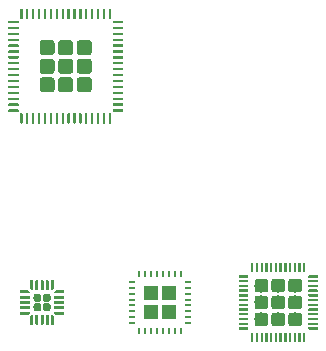
<source format=gbr>
G04 #@! TF.GenerationSoftware,KiCad,Pcbnew,(5.0.0)*
G04 #@! TF.CreationDate,2019-02-17T23:19:19-05:00*
G04 #@! TF.ProjectId,smd test,736D6420746573742E6B696361645F70,rev?*
G04 #@! TF.SameCoordinates,Original*
G04 #@! TF.FileFunction,Paste,Bot*
G04 #@! TF.FilePolarity,Positive*
%FSLAX46Y46*%
G04 Gerber Fmt 4.6, Leading zero omitted, Abs format (unit mm)*
G04 Created by KiCad (PCBNEW (5.0.0)) date 02/17/19 23:19:19*
%MOMM*%
%LPD*%
G01*
G04 APERTURE LIST*
%ADD10R,1.230000X1.230000*%
%ADD11R,0.250000X0.600000*%
%ADD12R,0.600000X0.250000*%
%ADD13C,0.143934*%
%ADD14C,0.100000*%
%ADD15C,0.250000*%
%ADD16C,0.640000*%
%ADD17C,0.200000*%
%ADD18C,1.160000*%
%ADD19C,1.260000*%
G04 APERTURE END LIST*
D10*
G04 #@! TO.C,REF\002A\002A*
X166775000Y-84525000D03*
X165225000Y-84525000D03*
X165225000Y-82975000D03*
X166775000Y-82975000D03*
D11*
X164250000Y-86150000D03*
X164750000Y-86150000D03*
X165250000Y-86150000D03*
X165750000Y-86150000D03*
X166250000Y-86150000D03*
X166750000Y-86150000D03*
X167250000Y-86150000D03*
X167750000Y-86150000D03*
D12*
X168400000Y-85500000D03*
X168400000Y-85000000D03*
X168400000Y-84500000D03*
X168400000Y-84000000D03*
X168400000Y-83500000D03*
X168400000Y-83000000D03*
X168400000Y-82500000D03*
X168400000Y-82000000D03*
D11*
X167750000Y-81350000D03*
X167250000Y-81350000D03*
X166750000Y-81350000D03*
X166250000Y-81350000D03*
X165750000Y-81350000D03*
X165250000Y-81350000D03*
X164750000Y-81350000D03*
X164250000Y-81350000D03*
D12*
X163600000Y-82000000D03*
X163600000Y-82500000D03*
X163600000Y-83000000D03*
X163600000Y-83500000D03*
X163600000Y-84000000D03*
X163600000Y-84500000D03*
X163600000Y-85000000D03*
X163600000Y-85500000D03*
G04 #@! TD*
D13*
G04 #@! TO.C,REF\002A\002A*
X155100000Y-85200000D03*
D14*
G36*
X155225000Y-85625000D02*
X154975000Y-85625000D01*
X154975000Y-84925000D01*
X155125000Y-84775000D01*
X155225000Y-84775000D01*
X155225000Y-85625000D01*
X155225000Y-85625000D01*
G37*
G36*
X155618626Y-84775301D02*
X155624693Y-84776201D01*
X155630643Y-84777691D01*
X155636418Y-84779758D01*
X155641962Y-84782380D01*
X155647223Y-84785533D01*
X155652150Y-84789187D01*
X155656694Y-84793306D01*
X155660813Y-84797850D01*
X155664467Y-84802777D01*
X155667620Y-84808038D01*
X155670242Y-84813582D01*
X155672309Y-84819357D01*
X155673799Y-84825307D01*
X155674699Y-84831374D01*
X155675000Y-84837500D01*
X155675000Y-85562500D01*
X155674699Y-85568626D01*
X155673799Y-85574693D01*
X155672309Y-85580643D01*
X155670242Y-85586418D01*
X155667620Y-85591962D01*
X155664467Y-85597223D01*
X155660813Y-85602150D01*
X155656694Y-85606694D01*
X155652150Y-85610813D01*
X155647223Y-85614467D01*
X155641962Y-85617620D01*
X155636418Y-85620242D01*
X155630643Y-85622309D01*
X155624693Y-85623799D01*
X155618626Y-85624699D01*
X155612500Y-85625000D01*
X155487500Y-85625000D01*
X155481374Y-85624699D01*
X155475307Y-85623799D01*
X155469357Y-85622309D01*
X155463582Y-85620242D01*
X155458038Y-85617620D01*
X155452777Y-85614467D01*
X155447850Y-85610813D01*
X155443306Y-85606694D01*
X155439187Y-85602150D01*
X155435533Y-85597223D01*
X155432380Y-85591962D01*
X155429758Y-85586418D01*
X155427691Y-85580643D01*
X155426201Y-85574693D01*
X155425301Y-85568626D01*
X155425000Y-85562500D01*
X155425000Y-84837500D01*
X155425301Y-84831374D01*
X155426201Y-84825307D01*
X155427691Y-84819357D01*
X155429758Y-84813582D01*
X155432380Y-84808038D01*
X155435533Y-84802777D01*
X155439187Y-84797850D01*
X155443306Y-84793306D01*
X155447850Y-84789187D01*
X155452777Y-84785533D01*
X155458038Y-84782380D01*
X155463582Y-84779758D01*
X155469357Y-84777691D01*
X155475307Y-84776201D01*
X155481374Y-84775301D01*
X155487500Y-84775000D01*
X155612500Y-84775000D01*
X155618626Y-84775301D01*
X155618626Y-84775301D01*
G37*
D15*
X155550000Y-85200000D03*
D14*
G36*
X156068626Y-84775301D02*
X156074693Y-84776201D01*
X156080643Y-84777691D01*
X156086418Y-84779758D01*
X156091962Y-84782380D01*
X156097223Y-84785533D01*
X156102150Y-84789187D01*
X156106694Y-84793306D01*
X156110813Y-84797850D01*
X156114467Y-84802777D01*
X156117620Y-84808038D01*
X156120242Y-84813582D01*
X156122309Y-84819357D01*
X156123799Y-84825307D01*
X156124699Y-84831374D01*
X156125000Y-84837500D01*
X156125000Y-85562500D01*
X156124699Y-85568626D01*
X156123799Y-85574693D01*
X156122309Y-85580643D01*
X156120242Y-85586418D01*
X156117620Y-85591962D01*
X156114467Y-85597223D01*
X156110813Y-85602150D01*
X156106694Y-85606694D01*
X156102150Y-85610813D01*
X156097223Y-85614467D01*
X156091962Y-85617620D01*
X156086418Y-85620242D01*
X156080643Y-85622309D01*
X156074693Y-85623799D01*
X156068626Y-85624699D01*
X156062500Y-85625000D01*
X155937500Y-85625000D01*
X155931374Y-85624699D01*
X155925307Y-85623799D01*
X155919357Y-85622309D01*
X155913582Y-85620242D01*
X155908038Y-85617620D01*
X155902777Y-85614467D01*
X155897850Y-85610813D01*
X155893306Y-85606694D01*
X155889187Y-85602150D01*
X155885533Y-85597223D01*
X155882380Y-85591962D01*
X155879758Y-85586418D01*
X155877691Y-85580643D01*
X155876201Y-85574693D01*
X155875301Y-85568626D01*
X155875000Y-85562500D01*
X155875000Y-84837500D01*
X155875301Y-84831374D01*
X155876201Y-84825307D01*
X155877691Y-84819357D01*
X155879758Y-84813582D01*
X155882380Y-84808038D01*
X155885533Y-84802777D01*
X155889187Y-84797850D01*
X155893306Y-84793306D01*
X155897850Y-84789187D01*
X155902777Y-84785533D01*
X155908038Y-84782380D01*
X155913582Y-84779758D01*
X155919357Y-84777691D01*
X155925307Y-84776201D01*
X155931374Y-84775301D01*
X155937500Y-84775000D01*
X156062500Y-84775000D01*
X156068626Y-84775301D01*
X156068626Y-84775301D01*
G37*
D15*
X156000000Y-85200000D03*
D14*
G36*
X156518626Y-84775301D02*
X156524693Y-84776201D01*
X156530643Y-84777691D01*
X156536418Y-84779758D01*
X156541962Y-84782380D01*
X156547223Y-84785533D01*
X156552150Y-84789187D01*
X156556694Y-84793306D01*
X156560813Y-84797850D01*
X156564467Y-84802777D01*
X156567620Y-84808038D01*
X156570242Y-84813582D01*
X156572309Y-84819357D01*
X156573799Y-84825307D01*
X156574699Y-84831374D01*
X156575000Y-84837500D01*
X156575000Y-85562500D01*
X156574699Y-85568626D01*
X156573799Y-85574693D01*
X156572309Y-85580643D01*
X156570242Y-85586418D01*
X156567620Y-85591962D01*
X156564467Y-85597223D01*
X156560813Y-85602150D01*
X156556694Y-85606694D01*
X156552150Y-85610813D01*
X156547223Y-85614467D01*
X156541962Y-85617620D01*
X156536418Y-85620242D01*
X156530643Y-85622309D01*
X156524693Y-85623799D01*
X156518626Y-85624699D01*
X156512500Y-85625000D01*
X156387500Y-85625000D01*
X156381374Y-85624699D01*
X156375307Y-85623799D01*
X156369357Y-85622309D01*
X156363582Y-85620242D01*
X156358038Y-85617620D01*
X156352777Y-85614467D01*
X156347850Y-85610813D01*
X156343306Y-85606694D01*
X156339187Y-85602150D01*
X156335533Y-85597223D01*
X156332380Y-85591962D01*
X156329758Y-85586418D01*
X156327691Y-85580643D01*
X156326201Y-85574693D01*
X156325301Y-85568626D01*
X156325000Y-85562500D01*
X156325000Y-84837500D01*
X156325301Y-84831374D01*
X156326201Y-84825307D01*
X156327691Y-84819357D01*
X156329758Y-84813582D01*
X156332380Y-84808038D01*
X156335533Y-84802777D01*
X156339187Y-84797850D01*
X156343306Y-84793306D01*
X156347850Y-84789187D01*
X156352777Y-84785533D01*
X156358038Y-84782380D01*
X156363582Y-84779758D01*
X156369357Y-84777691D01*
X156375307Y-84776201D01*
X156381374Y-84775301D01*
X156387500Y-84775000D01*
X156512500Y-84775000D01*
X156518626Y-84775301D01*
X156518626Y-84775301D01*
G37*
D15*
X156450000Y-85200000D03*
D13*
X156900000Y-85200000D03*
D14*
G36*
X157025000Y-84925000D02*
X157025000Y-85625000D01*
X156775000Y-85625000D01*
X156775000Y-84775000D01*
X156875000Y-84775000D01*
X157025000Y-84925000D01*
X157025000Y-84925000D01*
G37*
D13*
X157450000Y-84650000D03*
D14*
G36*
X157875000Y-84775000D02*
X157175000Y-84775000D01*
X157025000Y-84625000D01*
X157025000Y-84525000D01*
X157875000Y-84525000D01*
X157875000Y-84775000D01*
X157875000Y-84775000D01*
G37*
G36*
X157818626Y-84075301D02*
X157824693Y-84076201D01*
X157830643Y-84077691D01*
X157836418Y-84079758D01*
X157841962Y-84082380D01*
X157847223Y-84085533D01*
X157852150Y-84089187D01*
X157856694Y-84093306D01*
X157860813Y-84097850D01*
X157864467Y-84102777D01*
X157867620Y-84108038D01*
X157870242Y-84113582D01*
X157872309Y-84119357D01*
X157873799Y-84125307D01*
X157874699Y-84131374D01*
X157875000Y-84137500D01*
X157875000Y-84262500D01*
X157874699Y-84268626D01*
X157873799Y-84274693D01*
X157872309Y-84280643D01*
X157870242Y-84286418D01*
X157867620Y-84291962D01*
X157864467Y-84297223D01*
X157860813Y-84302150D01*
X157856694Y-84306694D01*
X157852150Y-84310813D01*
X157847223Y-84314467D01*
X157841962Y-84317620D01*
X157836418Y-84320242D01*
X157830643Y-84322309D01*
X157824693Y-84323799D01*
X157818626Y-84324699D01*
X157812500Y-84325000D01*
X157087500Y-84325000D01*
X157081374Y-84324699D01*
X157075307Y-84323799D01*
X157069357Y-84322309D01*
X157063582Y-84320242D01*
X157058038Y-84317620D01*
X157052777Y-84314467D01*
X157047850Y-84310813D01*
X157043306Y-84306694D01*
X157039187Y-84302150D01*
X157035533Y-84297223D01*
X157032380Y-84291962D01*
X157029758Y-84286418D01*
X157027691Y-84280643D01*
X157026201Y-84274693D01*
X157025301Y-84268626D01*
X157025000Y-84262500D01*
X157025000Y-84137500D01*
X157025301Y-84131374D01*
X157026201Y-84125307D01*
X157027691Y-84119357D01*
X157029758Y-84113582D01*
X157032380Y-84108038D01*
X157035533Y-84102777D01*
X157039187Y-84097850D01*
X157043306Y-84093306D01*
X157047850Y-84089187D01*
X157052777Y-84085533D01*
X157058038Y-84082380D01*
X157063582Y-84079758D01*
X157069357Y-84077691D01*
X157075307Y-84076201D01*
X157081374Y-84075301D01*
X157087500Y-84075000D01*
X157812500Y-84075000D01*
X157818626Y-84075301D01*
X157818626Y-84075301D01*
G37*
D15*
X157450000Y-84200000D03*
D14*
G36*
X157818626Y-83625301D02*
X157824693Y-83626201D01*
X157830643Y-83627691D01*
X157836418Y-83629758D01*
X157841962Y-83632380D01*
X157847223Y-83635533D01*
X157852150Y-83639187D01*
X157856694Y-83643306D01*
X157860813Y-83647850D01*
X157864467Y-83652777D01*
X157867620Y-83658038D01*
X157870242Y-83663582D01*
X157872309Y-83669357D01*
X157873799Y-83675307D01*
X157874699Y-83681374D01*
X157875000Y-83687500D01*
X157875000Y-83812500D01*
X157874699Y-83818626D01*
X157873799Y-83824693D01*
X157872309Y-83830643D01*
X157870242Y-83836418D01*
X157867620Y-83841962D01*
X157864467Y-83847223D01*
X157860813Y-83852150D01*
X157856694Y-83856694D01*
X157852150Y-83860813D01*
X157847223Y-83864467D01*
X157841962Y-83867620D01*
X157836418Y-83870242D01*
X157830643Y-83872309D01*
X157824693Y-83873799D01*
X157818626Y-83874699D01*
X157812500Y-83875000D01*
X157087500Y-83875000D01*
X157081374Y-83874699D01*
X157075307Y-83873799D01*
X157069357Y-83872309D01*
X157063582Y-83870242D01*
X157058038Y-83867620D01*
X157052777Y-83864467D01*
X157047850Y-83860813D01*
X157043306Y-83856694D01*
X157039187Y-83852150D01*
X157035533Y-83847223D01*
X157032380Y-83841962D01*
X157029758Y-83836418D01*
X157027691Y-83830643D01*
X157026201Y-83824693D01*
X157025301Y-83818626D01*
X157025000Y-83812500D01*
X157025000Y-83687500D01*
X157025301Y-83681374D01*
X157026201Y-83675307D01*
X157027691Y-83669357D01*
X157029758Y-83663582D01*
X157032380Y-83658038D01*
X157035533Y-83652777D01*
X157039187Y-83647850D01*
X157043306Y-83643306D01*
X157047850Y-83639187D01*
X157052777Y-83635533D01*
X157058038Y-83632380D01*
X157063582Y-83629758D01*
X157069357Y-83627691D01*
X157075307Y-83626201D01*
X157081374Y-83625301D01*
X157087500Y-83625000D01*
X157812500Y-83625000D01*
X157818626Y-83625301D01*
X157818626Y-83625301D01*
G37*
D15*
X157450000Y-83750000D03*
D14*
G36*
X157818626Y-83175301D02*
X157824693Y-83176201D01*
X157830643Y-83177691D01*
X157836418Y-83179758D01*
X157841962Y-83182380D01*
X157847223Y-83185533D01*
X157852150Y-83189187D01*
X157856694Y-83193306D01*
X157860813Y-83197850D01*
X157864467Y-83202777D01*
X157867620Y-83208038D01*
X157870242Y-83213582D01*
X157872309Y-83219357D01*
X157873799Y-83225307D01*
X157874699Y-83231374D01*
X157875000Y-83237500D01*
X157875000Y-83362500D01*
X157874699Y-83368626D01*
X157873799Y-83374693D01*
X157872309Y-83380643D01*
X157870242Y-83386418D01*
X157867620Y-83391962D01*
X157864467Y-83397223D01*
X157860813Y-83402150D01*
X157856694Y-83406694D01*
X157852150Y-83410813D01*
X157847223Y-83414467D01*
X157841962Y-83417620D01*
X157836418Y-83420242D01*
X157830643Y-83422309D01*
X157824693Y-83423799D01*
X157818626Y-83424699D01*
X157812500Y-83425000D01*
X157087500Y-83425000D01*
X157081374Y-83424699D01*
X157075307Y-83423799D01*
X157069357Y-83422309D01*
X157063582Y-83420242D01*
X157058038Y-83417620D01*
X157052777Y-83414467D01*
X157047850Y-83410813D01*
X157043306Y-83406694D01*
X157039187Y-83402150D01*
X157035533Y-83397223D01*
X157032380Y-83391962D01*
X157029758Y-83386418D01*
X157027691Y-83380643D01*
X157026201Y-83374693D01*
X157025301Y-83368626D01*
X157025000Y-83362500D01*
X157025000Y-83237500D01*
X157025301Y-83231374D01*
X157026201Y-83225307D01*
X157027691Y-83219357D01*
X157029758Y-83213582D01*
X157032380Y-83208038D01*
X157035533Y-83202777D01*
X157039187Y-83197850D01*
X157043306Y-83193306D01*
X157047850Y-83189187D01*
X157052777Y-83185533D01*
X157058038Y-83182380D01*
X157063582Y-83179758D01*
X157069357Y-83177691D01*
X157075307Y-83176201D01*
X157081374Y-83175301D01*
X157087500Y-83175000D01*
X157812500Y-83175000D01*
X157818626Y-83175301D01*
X157818626Y-83175301D01*
G37*
D15*
X157450000Y-83300000D03*
D13*
X157450000Y-82850000D03*
D14*
G36*
X157875000Y-82975000D02*
X157025000Y-82975000D01*
X157025000Y-82875000D01*
X157175000Y-82725000D01*
X157875000Y-82725000D01*
X157875000Y-82975000D01*
X157875000Y-82975000D01*
G37*
D13*
X156900000Y-82300000D03*
D14*
G36*
X157025000Y-82575000D02*
X156875000Y-82725000D01*
X156775000Y-82725000D01*
X156775000Y-81875000D01*
X157025000Y-81875000D01*
X157025000Y-82575000D01*
X157025000Y-82575000D01*
G37*
G36*
X156518626Y-81875301D02*
X156524693Y-81876201D01*
X156530643Y-81877691D01*
X156536418Y-81879758D01*
X156541962Y-81882380D01*
X156547223Y-81885533D01*
X156552150Y-81889187D01*
X156556694Y-81893306D01*
X156560813Y-81897850D01*
X156564467Y-81902777D01*
X156567620Y-81908038D01*
X156570242Y-81913582D01*
X156572309Y-81919357D01*
X156573799Y-81925307D01*
X156574699Y-81931374D01*
X156575000Y-81937500D01*
X156575000Y-82662500D01*
X156574699Y-82668626D01*
X156573799Y-82674693D01*
X156572309Y-82680643D01*
X156570242Y-82686418D01*
X156567620Y-82691962D01*
X156564467Y-82697223D01*
X156560813Y-82702150D01*
X156556694Y-82706694D01*
X156552150Y-82710813D01*
X156547223Y-82714467D01*
X156541962Y-82717620D01*
X156536418Y-82720242D01*
X156530643Y-82722309D01*
X156524693Y-82723799D01*
X156518626Y-82724699D01*
X156512500Y-82725000D01*
X156387500Y-82725000D01*
X156381374Y-82724699D01*
X156375307Y-82723799D01*
X156369357Y-82722309D01*
X156363582Y-82720242D01*
X156358038Y-82717620D01*
X156352777Y-82714467D01*
X156347850Y-82710813D01*
X156343306Y-82706694D01*
X156339187Y-82702150D01*
X156335533Y-82697223D01*
X156332380Y-82691962D01*
X156329758Y-82686418D01*
X156327691Y-82680643D01*
X156326201Y-82674693D01*
X156325301Y-82668626D01*
X156325000Y-82662500D01*
X156325000Y-81937500D01*
X156325301Y-81931374D01*
X156326201Y-81925307D01*
X156327691Y-81919357D01*
X156329758Y-81913582D01*
X156332380Y-81908038D01*
X156335533Y-81902777D01*
X156339187Y-81897850D01*
X156343306Y-81893306D01*
X156347850Y-81889187D01*
X156352777Y-81885533D01*
X156358038Y-81882380D01*
X156363582Y-81879758D01*
X156369357Y-81877691D01*
X156375307Y-81876201D01*
X156381374Y-81875301D01*
X156387500Y-81875000D01*
X156512500Y-81875000D01*
X156518626Y-81875301D01*
X156518626Y-81875301D01*
G37*
D15*
X156450000Y-82300000D03*
D14*
G36*
X156068626Y-81875301D02*
X156074693Y-81876201D01*
X156080643Y-81877691D01*
X156086418Y-81879758D01*
X156091962Y-81882380D01*
X156097223Y-81885533D01*
X156102150Y-81889187D01*
X156106694Y-81893306D01*
X156110813Y-81897850D01*
X156114467Y-81902777D01*
X156117620Y-81908038D01*
X156120242Y-81913582D01*
X156122309Y-81919357D01*
X156123799Y-81925307D01*
X156124699Y-81931374D01*
X156125000Y-81937500D01*
X156125000Y-82662500D01*
X156124699Y-82668626D01*
X156123799Y-82674693D01*
X156122309Y-82680643D01*
X156120242Y-82686418D01*
X156117620Y-82691962D01*
X156114467Y-82697223D01*
X156110813Y-82702150D01*
X156106694Y-82706694D01*
X156102150Y-82710813D01*
X156097223Y-82714467D01*
X156091962Y-82717620D01*
X156086418Y-82720242D01*
X156080643Y-82722309D01*
X156074693Y-82723799D01*
X156068626Y-82724699D01*
X156062500Y-82725000D01*
X155937500Y-82725000D01*
X155931374Y-82724699D01*
X155925307Y-82723799D01*
X155919357Y-82722309D01*
X155913582Y-82720242D01*
X155908038Y-82717620D01*
X155902777Y-82714467D01*
X155897850Y-82710813D01*
X155893306Y-82706694D01*
X155889187Y-82702150D01*
X155885533Y-82697223D01*
X155882380Y-82691962D01*
X155879758Y-82686418D01*
X155877691Y-82680643D01*
X155876201Y-82674693D01*
X155875301Y-82668626D01*
X155875000Y-82662500D01*
X155875000Y-81937500D01*
X155875301Y-81931374D01*
X155876201Y-81925307D01*
X155877691Y-81919357D01*
X155879758Y-81913582D01*
X155882380Y-81908038D01*
X155885533Y-81902777D01*
X155889187Y-81897850D01*
X155893306Y-81893306D01*
X155897850Y-81889187D01*
X155902777Y-81885533D01*
X155908038Y-81882380D01*
X155913582Y-81879758D01*
X155919357Y-81877691D01*
X155925307Y-81876201D01*
X155931374Y-81875301D01*
X155937500Y-81875000D01*
X156062500Y-81875000D01*
X156068626Y-81875301D01*
X156068626Y-81875301D01*
G37*
D15*
X156000000Y-82300000D03*
D14*
G36*
X155618626Y-81875301D02*
X155624693Y-81876201D01*
X155630643Y-81877691D01*
X155636418Y-81879758D01*
X155641962Y-81882380D01*
X155647223Y-81885533D01*
X155652150Y-81889187D01*
X155656694Y-81893306D01*
X155660813Y-81897850D01*
X155664467Y-81902777D01*
X155667620Y-81908038D01*
X155670242Y-81913582D01*
X155672309Y-81919357D01*
X155673799Y-81925307D01*
X155674699Y-81931374D01*
X155675000Y-81937500D01*
X155675000Y-82662500D01*
X155674699Y-82668626D01*
X155673799Y-82674693D01*
X155672309Y-82680643D01*
X155670242Y-82686418D01*
X155667620Y-82691962D01*
X155664467Y-82697223D01*
X155660813Y-82702150D01*
X155656694Y-82706694D01*
X155652150Y-82710813D01*
X155647223Y-82714467D01*
X155641962Y-82717620D01*
X155636418Y-82720242D01*
X155630643Y-82722309D01*
X155624693Y-82723799D01*
X155618626Y-82724699D01*
X155612500Y-82725000D01*
X155487500Y-82725000D01*
X155481374Y-82724699D01*
X155475307Y-82723799D01*
X155469357Y-82722309D01*
X155463582Y-82720242D01*
X155458038Y-82717620D01*
X155452777Y-82714467D01*
X155447850Y-82710813D01*
X155443306Y-82706694D01*
X155439187Y-82702150D01*
X155435533Y-82697223D01*
X155432380Y-82691962D01*
X155429758Y-82686418D01*
X155427691Y-82680643D01*
X155426201Y-82674693D01*
X155425301Y-82668626D01*
X155425000Y-82662500D01*
X155425000Y-81937500D01*
X155425301Y-81931374D01*
X155426201Y-81925307D01*
X155427691Y-81919357D01*
X155429758Y-81913582D01*
X155432380Y-81908038D01*
X155435533Y-81902777D01*
X155439187Y-81897850D01*
X155443306Y-81893306D01*
X155447850Y-81889187D01*
X155452777Y-81885533D01*
X155458038Y-81882380D01*
X155463582Y-81879758D01*
X155469357Y-81877691D01*
X155475307Y-81876201D01*
X155481374Y-81875301D01*
X155487500Y-81875000D01*
X155612500Y-81875000D01*
X155618626Y-81875301D01*
X155618626Y-81875301D01*
G37*
D15*
X155550000Y-82300000D03*
D13*
X155100000Y-82300000D03*
D14*
G36*
X155225000Y-82725000D02*
X155125000Y-82725000D01*
X154975000Y-82575000D01*
X154975000Y-81875000D01*
X155225000Y-81875000D01*
X155225000Y-82725000D01*
X155225000Y-82725000D01*
G37*
D13*
X154550000Y-82850000D03*
D14*
G36*
X154975000Y-82875000D02*
X154975000Y-82975000D01*
X154125000Y-82975000D01*
X154125000Y-82725000D01*
X154825000Y-82725000D01*
X154975000Y-82875000D01*
X154975000Y-82875000D01*
G37*
G36*
X154918626Y-83175301D02*
X154924693Y-83176201D01*
X154930643Y-83177691D01*
X154936418Y-83179758D01*
X154941962Y-83182380D01*
X154947223Y-83185533D01*
X154952150Y-83189187D01*
X154956694Y-83193306D01*
X154960813Y-83197850D01*
X154964467Y-83202777D01*
X154967620Y-83208038D01*
X154970242Y-83213582D01*
X154972309Y-83219357D01*
X154973799Y-83225307D01*
X154974699Y-83231374D01*
X154975000Y-83237500D01*
X154975000Y-83362500D01*
X154974699Y-83368626D01*
X154973799Y-83374693D01*
X154972309Y-83380643D01*
X154970242Y-83386418D01*
X154967620Y-83391962D01*
X154964467Y-83397223D01*
X154960813Y-83402150D01*
X154956694Y-83406694D01*
X154952150Y-83410813D01*
X154947223Y-83414467D01*
X154941962Y-83417620D01*
X154936418Y-83420242D01*
X154930643Y-83422309D01*
X154924693Y-83423799D01*
X154918626Y-83424699D01*
X154912500Y-83425000D01*
X154187500Y-83425000D01*
X154181374Y-83424699D01*
X154175307Y-83423799D01*
X154169357Y-83422309D01*
X154163582Y-83420242D01*
X154158038Y-83417620D01*
X154152777Y-83414467D01*
X154147850Y-83410813D01*
X154143306Y-83406694D01*
X154139187Y-83402150D01*
X154135533Y-83397223D01*
X154132380Y-83391962D01*
X154129758Y-83386418D01*
X154127691Y-83380643D01*
X154126201Y-83374693D01*
X154125301Y-83368626D01*
X154125000Y-83362500D01*
X154125000Y-83237500D01*
X154125301Y-83231374D01*
X154126201Y-83225307D01*
X154127691Y-83219357D01*
X154129758Y-83213582D01*
X154132380Y-83208038D01*
X154135533Y-83202777D01*
X154139187Y-83197850D01*
X154143306Y-83193306D01*
X154147850Y-83189187D01*
X154152777Y-83185533D01*
X154158038Y-83182380D01*
X154163582Y-83179758D01*
X154169357Y-83177691D01*
X154175307Y-83176201D01*
X154181374Y-83175301D01*
X154187500Y-83175000D01*
X154912500Y-83175000D01*
X154918626Y-83175301D01*
X154918626Y-83175301D01*
G37*
D15*
X154550000Y-83300000D03*
D14*
G36*
X154918626Y-83625301D02*
X154924693Y-83626201D01*
X154930643Y-83627691D01*
X154936418Y-83629758D01*
X154941962Y-83632380D01*
X154947223Y-83635533D01*
X154952150Y-83639187D01*
X154956694Y-83643306D01*
X154960813Y-83647850D01*
X154964467Y-83652777D01*
X154967620Y-83658038D01*
X154970242Y-83663582D01*
X154972309Y-83669357D01*
X154973799Y-83675307D01*
X154974699Y-83681374D01*
X154975000Y-83687500D01*
X154975000Y-83812500D01*
X154974699Y-83818626D01*
X154973799Y-83824693D01*
X154972309Y-83830643D01*
X154970242Y-83836418D01*
X154967620Y-83841962D01*
X154964467Y-83847223D01*
X154960813Y-83852150D01*
X154956694Y-83856694D01*
X154952150Y-83860813D01*
X154947223Y-83864467D01*
X154941962Y-83867620D01*
X154936418Y-83870242D01*
X154930643Y-83872309D01*
X154924693Y-83873799D01*
X154918626Y-83874699D01*
X154912500Y-83875000D01*
X154187500Y-83875000D01*
X154181374Y-83874699D01*
X154175307Y-83873799D01*
X154169357Y-83872309D01*
X154163582Y-83870242D01*
X154158038Y-83867620D01*
X154152777Y-83864467D01*
X154147850Y-83860813D01*
X154143306Y-83856694D01*
X154139187Y-83852150D01*
X154135533Y-83847223D01*
X154132380Y-83841962D01*
X154129758Y-83836418D01*
X154127691Y-83830643D01*
X154126201Y-83824693D01*
X154125301Y-83818626D01*
X154125000Y-83812500D01*
X154125000Y-83687500D01*
X154125301Y-83681374D01*
X154126201Y-83675307D01*
X154127691Y-83669357D01*
X154129758Y-83663582D01*
X154132380Y-83658038D01*
X154135533Y-83652777D01*
X154139187Y-83647850D01*
X154143306Y-83643306D01*
X154147850Y-83639187D01*
X154152777Y-83635533D01*
X154158038Y-83632380D01*
X154163582Y-83629758D01*
X154169357Y-83627691D01*
X154175307Y-83626201D01*
X154181374Y-83625301D01*
X154187500Y-83625000D01*
X154912500Y-83625000D01*
X154918626Y-83625301D01*
X154918626Y-83625301D01*
G37*
D15*
X154550000Y-83750000D03*
D14*
G36*
X154918626Y-84075301D02*
X154924693Y-84076201D01*
X154930643Y-84077691D01*
X154936418Y-84079758D01*
X154941962Y-84082380D01*
X154947223Y-84085533D01*
X154952150Y-84089187D01*
X154956694Y-84093306D01*
X154960813Y-84097850D01*
X154964467Y-84102777D01*
X154967620Y-84108038D01*
X154970242Y-84113582D01*
X154972309Y-84119357D01*
X154973799Y-84125307D01*
X154974699Y-84131374D01*
X154975000Y-84137500D01*
X154975000Y-84262500D01*
X154974699Y-84268626D01*
X154973799Y-84274693D01*
X154972309Y-84280643D01*
X154970242Y-84286418D01*
X154967620Y-84291962D01*
X154964467Y-84297223D01*
X154960813Y-84302150D01*
X154956694Y-84306694D01*
X154952150Y-84310813D01*
X154947223Y-84314467D01*
X154941962Y-84317620D01*
X154936418Y-84320242D01*
X154930643Y-84322309D01*
X154924693Y-84323799D01*
X154918626Y-84324699D01*
X154912500Y-84325000D01*
X154187500Y-84325000D01*
X154181374Y-84324699D01*
X154175307Y-84323799D01*
X154169357Y-84322309D01*
X154163582Y-84320242D01*
X154158038Y-84317620D01*
X154152777Y-84314467D01*
X154147850Y-84310813D01*
X154143306Y-84306694D01*
X154139187Y-84302150D01*
X154135533Y-84297223D01*
X154132380Y-84291962D01*
X154129758Y-84286418D01*
X154127691Y-84280643D01*
X154126201Y-84274693D01*
X154125301Y-84268626D01*
X154125000Y-84262500D01*
X154125000Y-84137500D01*
X154125301Y-84131374D01*
X154126201Y-84125307D01*
X154127691Y-84119357D01*
X154129758Y-84113582D01*
X154132380Y-84108038D01*
X154135533Y-84102777D01*
X154139187Y-84097850D01*
X154143306Y-84093306D01*
X154147850Y-84089187D01*
X154152777Y-84085533D01*
X154158038Y-84082380D01*
X154163582Y-84079758D01*
X154169357Y-84077691D01*
X154175307Y-84076201D01*
X154181374Y-84075301D01*
X154187500Y-84075000D01*
X154912500Y-84075000D01*
X154918626Y-84075301D01*
X154918626Y-84075301D01*
G37*
D15*
X154550000Y-84200000D03*
D13*
X154550000Y-84650000D03*
D14*
G36*
X154975000Y-84625000D02*
X154825000Y-84775000D01*
X154125000Y-84775000D01*
X154125000Y-84525000D01*
X154975000Y-84525000D01*
X154975000Y-84625000D01*
X154975000Y-84625000D01*
G37*
G36*
X156575683Y-83030770D02*
X156591214Y-83033074D01*
X156606446Y-83036890D01*
X156621229Y-83042179D01*
X156635423Y-83048893D01*
X156648891Y-83056965D01*
X156661503Y-83066318D01*
X156673137Y-83076863D01*
X156683682Y-83088497D01*
X156693035Y-83101109D01*
X156701107Y-83114577D01*
X156707821Y-83128771D01*
X156713110Y-83143554D01*
X156716926Y-83158786D01*
X156719230Y-83174317D01*
X156720000Y-83190000D01*
X156720000Y-83510000D01*
X156719230Y-83525683D01*
X156716926Y-83541214D01*
X156713110Y-83556446D01*
X156707821Y-83571229D01*
X156701107Y-83585423D01*
X156693035Y-83598891D01*
X156683682Y-83611503D01*
X156673137Y-83623137D01*
X156661503Y-83633682D01*
X156648891Y-83643035D01*
X156635423Y-83651107D01*
X156621229Y-83657821D01*
X156606446Y-83663110D01*
X156591214Y-83666926D01*
X156575683Y-83669230D01*
X156560000Y-83670000D01*
X156240000Y-83670000D01*
X156224317Y-83669230D01*
X156208786Y-83666926D01*
X156193554Y-83663110D01*
X156178771Y-83657821D01*
X156164577Y-83651107D01*
X156151109Y-83643035D01*
X156138497Y-83633682D01*
X156126863Y-83623137D01*
X156116318Y-83611503D01*
X156106965Y-83598891D01*
X156098893Y-83585423D01*
X156092179Y-83571229D01*
X156086890Y-83556446D01*
X156083074Y-83541214D01*
X156080770Y-83525683D01*
X156080000Y-83510000D01*
X156080000Y-83190000D01*
X156080770Y-83174317D01*
X156083074Y-83158786D01*
X156086890Y-83143554D01*
X156092179Y-83128771D01*
X156098893Y-83114577D01*
X156106965Y-83101109D01*
X156116318Y-83088497D01*
X156126863Y-83076863D01*
X156138497Y-83066318D01*
X156151109Y-83056965D01*
X156164577Y-83048893D01*
X156178771Y-83042179D01*
X156193554Y-83036890D01*
X156208786Y-83033074D01*
X156224317Y-83030770D01*
X156240000Y-83030000D01*
X156560000Y-83030000D01*
X156575683Y-83030770D01*
X156575683Y-83030770D01*
G37*
D16*
X156400000Y-83350000D03*
D14*
G36*
X156575683Y-83830770D02*
X156591214Y-83833074D01*
X156606446Y-83836890D01*
X156621229Y-83842179D01*
X156635423Y-83848893D01*
X156648891Y-83856965D01*
X156661503Y-83866318D01*
X156673137Y-83876863D01*
X156683682Y-83888497D01*
X156693035Y-83901109D01*
X156701107Y-83914577D01*
X156707821Y-83928771D01*
X156713110Y-83943554D01*
X156716926Y-83958786D01*
X156719230Y-83974317D01*
X156720000Y-83990000D01*
X156720000Y-84310000D01*
X156719230Y-84325683D01*
X156716926Y-84341214D01*
X156713110Y-84356446D01*
X156707821Y-84371229D01*
X156701107Y-84385423D01*
X156693035Y-84398891D01*
X156683682Y-84411503D01*
X156673137Y-84423137D01*
X156661503Y-84433682D01*
X156648891Y-84443035D01*
X156635423Y-84451107D01*
X156621229Y-84457821D01*
X156606446Y-84463110D01*
X156591214Y-84466926D01*
X156575683Y-84469230D01*
X156560000Y-84470000D01*
X156240000Y-84470000D01*
X156224317Y-84469230D01*
X156208786Y-84466926D01*
X156193554Y-84463110D01*
X156178771Y-84457821D01*
X156164577Y-84451107D01*
X156151109Y-84443035D01*
X156138497Y-84433682D01*
X156126863Y-84423137D01*
X156116318Y-84411503D01*
X156106965Y-84398891D01*
X156098893Y-84385423D01*
X156092179Y-84371229D01*
X156086890Y-84356446D01*
X156083074Y-84341214D01*
X156080770Y-84325683D01*
X156080000Y-84310000D01*
X156080000Y-83990000D01*
X156080770Y-83974317D01*
X156083074Y-83958786D01*
X156086890Y-83943554D01*
X156092179Y-83928771D01*
X156098893Y-83914577D01*
X156106965Y-83901109D01*
X156116318Y-83888497D01*
X156126863Y-83876863D01*
X156138497Y-83866318D01*
X156151109Y-83856965D01*
X156164577Y-83848893D01*
X156178771Y-83842179D01*
X156193554Y-83836890D01*
X156208786Y-83833074D01*
X156224317Y-83830770D01*
X156240000Y-83830000D01*
X156560000Y-83830000D01*
X156575683Y-83830770D01*
X156575683Y-83830770D01*
G37*
D16*
X156400000Y-84150000D03*
D14*
G36*
X155775683Y-83030770D02*
X155791214Y-83033074D01*
X155806446Y-83036890D01*
X155821229Y-83042179D01*
X155835423Y-83048893D01*
X155848891Y-83056965D01*
X155861503Y-83066318D01*
X155873137Y-83076863D01*
X155883682Y-83088497D01*
X155893035Y-83101109D01*
X155901107Y-83114577D01*
X155907821Y-83128771D01*
X155913110Y-83143554D01*
X155916926Y-83158786D01*
X155919230Y-83174317D01*
X155920000Y-83190000D01*
X155920000Y-83510000D01*
X155919230Y-83525683D01*
X155916926Y-83541214D01*
X155913110Y-83556446D01*
X155907821Y-83571229D01*
X155901107Y-83585423D01*
X155893035Y-83598891D01*
X155883682Y-83611503D01*
X155873137Y-83623137D01*
X155861503Y-83633682D01*
X155848891Y-83643035D01*
X155835423Y-83651107D01*
X155821229Y-83657821D01*
X155806446Y-83663110D01*
X155791214Y-83666926D01*
X155775683Y-83669230D01*
X155760000Y-83670000D01*
X155440000Y-83670000D01*
X155424317Y-83669230D01*
X155408786Y-83666926D01*
X155393554Y-83663110D01*
X155378771Y-83657821D01*
X155364577Y-83651107D01*
X155351109Y-83643035D01*
X155338497Y-83633682D01*
X155326863Y-83623137D01*
X155316318Y-83611503D01*
X155306965Y-83598891D01*
X155298893Y-83585423D01*
X155292179Y-83571229D01*
X155286890Y-83556446D01*
X155283074Y-83541214D01*
X155280770Y-83525683D01*
X155280000Y-83510000D01*
X155280000Y-83190000D01*
X155280770Y-83174317D01*
X155283074Y-83158786D01*
X155286890Y-83143554D01*
X155292179Y-83128771D01*
X155298893Y-83114577D01*
X155306965Y-83101109D01*
X155316318Y-83088497D01*
X155326863Y-83076863D01*
X155338497Y-83066318D01*
X155351109Y-83056965D01*
X155364577Y-83048893D01*
X155378771Y-83042179D01*
X155393554Y-83036890D01*
X155408786Y-83033074D01*
X155424317Y-83030770D01*
X155440000Y-83030000D01*
X155760000Y-83030000D01*
X155775683Y-83030770D01*
X155775683Y-83030770D01*
G37*
D16*
X155600000Y-83350000D03*
D14*
G36*
X155775683Y-83830770D02*
X155791214Y-83833074D01*
X155806446Y-83836890D01*
X155821229Y-83842179D01*
X155835423Y-83848893D01*
X155848891Y-83856965D01*
X155861503Y-83866318D01*
X155873137Y-83876863D01*
X155883682Y-83888497D01*
X155893035Y-83901109D01*
X155901107Y-83914577D01*
X155907821Y-83928771D01*
X155913110Y-83943554D01*
X155916926Y-83958786D01*
X155919230Y-83974317D01*
X155920000Y-83990000D01*
X155920000Y-84310000D01*
X155919230Y-84325683D01*
X155916926Y-84341214D01*
X155913110Y-84356446D01*
X155907821Y-84371229D01*
X155901107Y-84385423D01*
X155893035Y-84398891D01*
X155883682Y-84411503D01*
X155873137Y-84423137D01*
X155861503Y-84433682D01*
X155848891Y-84443035D01*
X155835423Y-84451107D01*
X155821229Y-84457821D01*
X155806446Y-84463110D01*
X155791214Y-84466926D01*
X155775683Y-84469230D01*
X155760000Y-84470000D01*
X155440000Y-84470000D01*
X155424317Y-84469230D01*
X155408786Y-84466926D01*
X155393554Y-84463110D01*
X155378771Y-84457821D01*
X155364577Y-84451107D01*
X155351109Y-84443035D01*
X155338497Y-84433682D01*
X155326863Y-84423137D01*
X155316318Y-84411503D01*
X155306965Y-84398891D01*
X155298893Y-84385423D01*
X155292179Y-84371229D01*
X155286890Y-84356446D01*
X155283074Y-84341214D01*
X155280770Y-84325683D01*
X155280000Y-84310000D01*
X155280000Y-83990000D01*
X155280770Y-83974317D01*
X155283074Y-83958786D01*
X155286890Y-83943554D01*
X155292179Y-83928771D01*
X155298893Y-83914577D01*
X155306965Y-83901109D01*
X155316318Y-83888497D01*
X155326863Y-83876863D01*
X155338497Y-83866318D01*
X155351109Y-83856965D01*
X155364577Y-83848893D01*
X155378771Y-83842179D01*
X155393554Y-83836890D01*
X155408786Y-83833074D01*
X155424317Y-83830770D01*
X155440000Y-83830000D01*
X155760000Y-83830000D01*
X155775683Y-83830770D01*
X155775683Y-83830770D01*
G37*
D16*
X155600000Y-84150000D03*
G04 #@! TD*
D14*
G04 #@! TO.C,REF\002A\002A*
G36*
X173854901Y-86300241D02*
X173859755Y-86300961D01*
X173864514Y-86302153D01*
X173869134Y-86303806D01*
X173873570Y-86305904D01*
X173877779Y-86308427D01*
X173881720Y-86311349D01*
X173885355Y-86314645D01*
X173888651Y-86318280D01*
X173891573Y-86322221D01*
X173894096Y-86326430D01*
X173896194Y-86330866D01*
X173897847Y-86335486D01*
X173899039Y-86340245D01*
X173899759Y-86345099D01*
X173900000Y-86350000D01*
X173900000Y-87050000D01*
X173899759Y-87054901D01*
X173899039Y-87059755D01*
X173897847Y-87064514D01*
X173896194Y-87069134D01*
X173894096Y-87073570D01*
X173891573Y-87077779D01*
X173888651Y-87081720D01*
X173885355Y-87085355D01*
X173881720Y-87088651D01*
X173877779Y-87091573D01*
X173873570Y-87094096D01*
X173869134Y-87096194D01*
X173864514Y-87097847D01*
X173859755Y-87099039D01*
X173854901Y-87099759D01*
X173850000Y-87100000D01*
X173750000Y-87100000D01*
X173745099Y-87099759D01*
X173740245Y-87099039D01*
X173735486Y-87097847D01*
X173730866Y-87096194D01*
X173726430Y-87094096D01*
X173722221Y-87091573D01*
X173718280Y-87088651D01*
X173714645Y-87085355D01*
X173711349Y-87081720D01*
X173708427Y-87077779D01*
X173705904Y-87073570D01*
X173703806Y-87069134D01*
X173702153Y-87064514D01*
X173700961Y-87059755D01*
X173700241Y-87054901D01*
X173700000Y-87050000D01*
X173700000Y-86350000D01*
X173700241Y-86345099D01*
X173700961Y-86340245D01*
X173702153Y-86335486D01*
X173703806Y-86330866D01*
X173705904Y-86326430D01*
X173708427Y-86322221D01*
X173711349Y-86318280D01*
X173714645Y-86314645D01*
X173718280Y-86311349D01*
X173722221Y-86308427D01*
X173726430Y-86305904D01*
X173730866Y-86303806D01*
X173735486Y-86302153D01*
X173740245Y-86300961D01*
X173745099Y-86300241D01*
X173750000Y-86300000D01*
X173850000Y-86300000D01*
X173854901Y-86300241D01*
X173854901Y-86300241D01*
G37*
D17*
X173800000Y-86700000D03*
D14*
G36*
X174254901Y-86300241D02*
X174259755Y-86300961D01*
X174264514Y-86302153D01*
X174269134Y-86303806D01*
X174273570Y-86305904D01*
X174277779Y-86308427D01*
X174281720Y-86311349D01*
X174285355Y-86314645D01*
X174288651Y-86318280D01*
X174291573Y-86322221D01*
X174294096Y-86326430D01*
X174296194Y-86330866D01*
X174297847Y-86335486D01*
X174299039Y-86340245D01*
X174299759Y-86345099D01*
X174300000Y-86350000D01*
X174300000Y-87050000D01*
X174299759Y-87054901D01*
X174299039Y-87059755D01*
X174297847Y-87064514D01*
X174296194Y-87069134D01*
X174294096Y-87073570D01*
X174291573Y-87077779D01*
X174288651Y-87081720D01*
X174285355Y-87085355D01*
X174281720Y-87088651D01*
X174277779Y-87091573D01*
X174273570Y-87094096D01*
X174269134Y-87096194D01*
X174264514Y-87097847D01*
X174259755Y-87099039D01*
X174254901Y-87099759D01*
X174250000Y-87100000D01*
X174150000Y-87100000D01*
X174145099Y-87099759D01*
X174140245Y-87099039D01*
X174135486Y-87097847D01*
X174130866Y-87096194D01*
X174126430Y-87094096D01*
X174122221Y-87091573D01*
X174118280Y-87088651D01*
X174114645Y-87085355D01*
X174111349Y-87081720D01*
X174108427Y-87077779D01*
X174105904Y-87073570D01*
X174103806Y-87069134D01*
X174102153Y-87064514D01*
X174100961Y-87059755D01*
X174100241Y-87054901D01*
X174100000Y-87050000D01*
X174100000Y-86350000D01*
X174100241Y-86345099D01*
X174100961Y-86340245D01*
X174102153Y-86335486D01*
X174103806Y-86330866D01*
X174105904Y-86326430D01*
X174108427Y-86322221D01*
X174111349Y-86318280D01*
X174114645Y-86314645D01*
X174118280Y-86311349D01*
X174122221Y-86308427D01*
X174126430Y-86305904D01*
X174130866Y-86303806D01*
X174135486Y-86302153D01*
X174140245Y-86300961D01*
X174145099Y-86300241D01*
X174150000Y-86300000D01*
X174250000Y-86300000D01*
X174254901Y-86300241D01*
X174254901Y-86300241D01*
G37*
D17*
X174200000Y-86700000D03*
D14*
G36*
X174654901Y-86300241D02*
X174659755Y-86300961D01*
X174664514Y-86302153D01*
X174669134Y-86303806D01*
X174673570Y-86305904D01*
X174677779Y-86308427D01*
X174681720Y-86311349D01*
X174685355Y-86314645D01*
X174688651Y-86318280D01*
X174691573Y-86322221D01*
X174694096Y-86326430D01*
X174696194Y-86330866D01*
X174697847Y-86335486D01*
X174699039Y-86340245D01*
X174699759Y-86345099D01*
X174700000Y-86350000D01*
X174700000Y-87050000D01*
X174699759Y-87054901D01*
X174699039Y-87059755D01*
X174697847Y-87064514D01*
X174696194Y-87069134D01*
X174694096Y-87073570D01*
X174691573Y-87077779D01*
X174688651Y-87081720D01*
X174685355Y-87085355D01*
X174681720Y-87088651D01*
X174677779Y-87091573D01*
X174673570Y-87094096D01*
X174669134Y-87096194D01*
X174664514Y-87097847D01*
X174659755Y-87099039D01*
X174654901Y-87099759D01*
X174650000Y-87100000D01*
X174550000Y-87100000D01*
X174545099Y-87099759D01*
X174540245Y-87099039D01*
X174535486Y-87097847D01*
X174530866Y-87096194D01*
X174526430Y-87094096D01*
X174522221Y-87091573D01*
X174518280Y-87088651D01*
X174514645Y-87085355D01*
X174511349Y-87081720D01*
X174508427Y-87077779D01*
X174505904Y-87073570D01*
X174503806Y-87069134D01*
X174502153Y-87064514D01*
X174500961Y-87059755D01*
X174500241Y-87054901D01*
X174500000Y-87050000D01*
X174500000Y-86350000D01*
X174500241Y-86345099D01*
X174500961Y-86340245D01*
X174502153Y-86335486D01*
X174503806Y-86330866D01*
X174505904Y-86326430D01*
X174508427Y-86322221D01*
X174511349Y-86318280D01*
X174514645Y-86314645D01*
X174518280Y-86311349D01*
X174522221Y-86308427D01*
X174526430Y-86305904D01*
X174530866Y-86303806D01*
X174535486Y-86302153D01*
X174540245Y-86300961D01*
X174545099Y-86300241D01*
X174550000Y-86300000D01*
X174650000Y-86300000D01*
X174654901Y-86300241D01*
X174654901Y-86300241D01*
G37*
D17*
X174600000Y-86700000D03*
D14*
G36*
X175054901Y-86300241D02*
X175059755Y-86300961D01*
X175064514Y-86302153D01*
X175069134Y-86303806D01*
X175073570Y-86305904D01*
X175077779Y-86308427D01*
X175081720Y-86311349D01*
X175085355Y-86314645D01*
X175088651Y-86318280D01*
X175091573Y-86322221D01*
X175094096Y-86326430D01*
X175096194Y-86330866D01*
X175097847Y-86335486D01*
X175099039Y-86340245D01*
X175099759Y-86345099D01*
X175100000Y-86350000D01*
X175100000Y-87050000D01*
X175099759Y-87054901D01*
X175099039Y-87059755D01*
X175097847Y-87064514D01*
X175096194Y-87069134D01*
X175094096Y-87073570D01*
X175091573Y-87077779D01*
X175088651Y-87081720D01*
X175085355Y-87085355D01*
X175081720Y-87088651D01*
X175077779Y-87091573D01*
X175073570Y-87094096D01*
X175069134Y-87096194D01*
X175064514Y-87097847D01*
X175059755Y-87099039D01*
X175054901Y-87099759D01*
X175050000Y-87100000D01*
X174950000Y-87100000D01*
X174945099Y-87099759D01*
X174940245Y-87099039D01*
X174935486Y-87097847D01*
X174930866Y-87096194D01*
X174926430Y-87094096D01*
X174922221Y-87091573D01*
X174918280Y-87088651D01*
X174914645Y-87085355D01*
X174911349Y-87081720D01*
X174908427Y-87077779D01*
X174905904Y-87073570D01*
X174903806Y-87069134D01*
X174902153Y-87064514D01*
X174900961Y-87059755D01*
X174900241Y-87054901D01*
X174900000Y-87050000D01*
X174900000Y-86350000D01*
X174900241Y-86345099D01*
X174900961Y-86340245D01*
X174902153Y-86335486D01*
X174903806Y-86330866D01*
X174905904Y-86326430D01*
X174908427Y-86322221D01*
X174911349Y-86318280D01*
X174914645Y-86314645D01*
X174918280Y-86311349D01*
X174922221Y-86308427D01*
X174926430Y-86305904D01*
X174930866Y-86303806D01*
X174935486Y-86302153D01*
X174940245Y-86300961D01*
X174945099Y-86300241D01*
X174950000Y-86300000D01*
X175050000Y-86300000D01*
X175054901Y-86300241D01*
X175054901Y-86300241D01*
G37*
D17*
X175000000Y-86700000D03*
D14*
G36*
X175454901Y-86300241D02*
X175459755Y-86300961D01*
X175464514Y-86302153D01*
X175469134Y-86303806D01*
X175473570Y-86305904D01*
X175477779Y-86308427D01*
X175481720Y-86311349D01*
X175485355Y-86314645D01*
X175488651Y-86318280D01*
X175491573Y-86322221D01*
X175494096Y-86326430D01*
X175496194Y-86330866D01*
X175497847Y-86335486D01*
X175499039Y-86340245D01*
X175499759Y-86345099D01*
X175500000Y-86350000D01*
X175500000Y-87050000D01*
X175499759Y-87054901D01*
X175499039Y-87059755D01*
X175497847Y-87064514D01*
X175496194Y-87069134D01*
X175494096Y-87073570D01*
X175491573Y-87077779D01*
X175488651Y-87081720D01*
X175485355Y-87085355D01*
X175481720Y-87088651D01*
X175477779Y-87091573D01*
X175473570Y-87094096D01*
X175469134Y-87096194D01*
X175464514Y-87097847D01*
X175459755Y-87099039D01*
X175454901Y-87099759D01*
X175450000Y-87100000D01*
X175350000Y-87100000D01*
X175345099Y-87099759D01*
X175340245Y-87099039D01*
X175335486Y-87097847D01*
X175330866Y-87096194D01*
X175326430Y-87094096D01*
X175322221Y-87091573D01*
X175318280Y-87088651D01*
X175314645Y-87085355D01*
X175311349Y-87081720D01*
X175308427Y-87077779D01*
X175305904Y-87073570D01*
X175303806Y-87069134D01*
X175302153Y-87064514D01*
X175300961Y-87059755D01*
X175300241Y-87054901D01*
X175300000Y-87050000D01*
X175300000Y-86350000D01*
X175300241Y-86345099D01*
X175300961Y-86340245D01*
X175302153Y-86335486D01*
X175303806Y-86330866D01*
X175305904Y-86326430D01*
X175308427Y-86322221D01*
X175311349Y-86318280D01*
X175314645Y-86314645D01*
X175318280Y-86311349D01*
X175322221Y-86308427D01*
X175326430Y-86305904D01*
X175330866Y-86303806D01*
X175335486Y-86302153D01*
X175340245Y-86300961D01*
X175345099Y-86300241D01*
X175350000Y-86300000D01*
X175450000Y-86300000D01*
X175454901Y-86300241D01*
X175454901Y-86300241D01*
G37*
D17*
X175400000Y-86700000D03*
D14*
G36*
X175854901Y-86300241D02*
X175859755Y-86300961D01*
X175864514Y-86302153D01*
X175869134Y-86303806D01*
X175873570Y-86305904D01*
X175877779Y-86308427D01*
X175881720Y-86311349D01*
X175885355Y-86314645D01*
X175888651Y-86318280D01*
X175891573Y-86322221D01*
X175894096Y-86326430D01*
X175896194Y-86330866D01*
X175897847Y-86335486D01*
X175899039Y-86340245D01*
X175899759Y-86345099D01*
X175900000Y-86350000D01*
X175900000Y-87050000D01*
X175899759Y-87054901D01*
X175899039Y-87059755D01*
X175897847Y-87064514D01*
X175896194Y-87069134D01*
X175894096Y-87073570D01*
X175891573Y-87077779D01*
X175888651Y-87081720D01*
X175885355Y-87085355D01*
X175881720Y-87088651D01*
X175877779Y-87091573D01*
X175873570Y-87094096D01*
X175869134Y-87096194D01*
X175864514Y-87097847D01*
X175859755Y-87099039D01*
X175854901Y-87099759D01*
X175850000Y-87100000D01*
X175750000Y-87100000D01*
X175745099Y-87099759D01*
X175740245Y-87099039D01*
X175735486Y-87097847D01*
X175730866Y-87096194D01*
X175726430Y-87094096D01*
X175722221Y-87091573D01*
X175718280Y-87088651D01*
X175714645Y-87085355D01*
X175711349Y-87081720D01*
X175708427Y-87077779D01*
X175705904Y-87073570D01*
X175703806Y-87069134D01*
X175702153Y-87064514D01*
X175700961Y-87059755D01*
X175700241Y-87054901D01*
X175700000Y-87050000D01*
X175700000Y-86350000D01*
X175700241Y-86345099D01*
X175700961Y-86340245D01*
X175702153Y-86335486D01*
X175703806Y-86330866D01*
X175705904Y-86326430D01*
X175708427Y-86322221D01*
X175711349Y-86318280D01*
X175714645Y-86314645D01*
X175718280Y-86311349D01*
X175722221Y-86308427D01*
X175726430Y-86305904D01*
X175730866Y-86303806D01*
X175735486Y-86302153D01*
X175740245Y-86300961D01*
X175745099Y-86300241D01*
X175750000Y-86300000D01*
X175850000Y-86300000D01*
X175854901Y-86300241D01*
X175854901Y-86300241D01*
G37*
D17*
X175800000Y-86700000D03*
D14*
G36*
X176254901Y-86300241D02*
X176259755Y-86300961D01*
X176264514Y-86302153D01*
X176269134Y-86303806D01*
X176273570Y-86305904D01*
X176277779Y-86308427D01*
X176281720Y-86311349D01*
X176285355Y-86314645D01*
X176288651Y-86318280D01*
X176291573Y-86322221D01*
X176294096Y-86326430D01*
X176296194Y-86330866D01*
X176297847Y-86335486D01*
X176299039Y-86340245D01*
X176299759Y-86345099D01*
X176300000Y-86350000D01*
X176300000Y-87050000D01*
X176299759Y-87054901D01*
X176299039Y-87059755D01*
X176297847Y-87064514D01*
X176296194Y-87069134D01*
X176294096Y-87073570D01*
X176291573Y-87077779D01*
X176288651Y-87081720D01*
X176285355Y-87085355D01*
X176281720Y-87088651D01*
X176277779Y-87091573D01*
X176273570Y-87094096D01*
X176269134Y-87096194D01*
X176264514Y-87097847D01*
X176259755Y-87099039D01*
X176254901Y-87099759D01*
X176250000Y-87100000D01*
X176150000Y-87100000D01*
X176145099Y-87099759D01*
X176140245Y-87099039D01*
X176135486Y-87097847D01*
X176130866Y-87096194D01*
X176126430Y-87094096D01*
X176122221Y-87091573D01*
X176118280Y-87088651D01*
X176114645Y-87085355D01*
X176111349Y-87081720D01*
X176108427Y-87077779D01*
X176105904Y-87073570D01*
X176103806Y-87069134D01*
X176102153Y-87064514D01*
X176100961Y-87059755D01*
X176100241Y-87054901D01*
X176100000Y-87050000D01*
X176100000Y-86350000D01*
X176100241Y-86345099D01*
X176100961Y-86340245D01*
X176102153Y-86335486D01*
X176103806Y-86330866D01*
X176105904Y-86326430D01*
X176108427Y-86322221D01*
X176111349Y-86318280D01*
X176114645Y-86314645D01*
X176118280Y-86311349D01*
X176122221Y-86308427D01*
X176126430Y-86305904D01*
X176130866Y-86303806D01*
X176135486Y-86302153D01*
X176140245Y-86300961D01*
X176145099Y-86300241D01*
X176150000Y-86300000D01*
X176250000Y-86300000D01*
X176254901Y-86300241D01*
X176254901Y-86300241D01*
G37*
D17*
X176200000Y-86700000D03*
D14*
G36*
X176654901Y-86300241D02*
X176659755Y-86300961D01*
X176664514Y-86302153D01*
X176669134Y-86303806D01*
X176673570Y-86305904D01*
X176677779Y-86308427D01*
X176681720Y-86311349D01*
X176685355Y-86314645D01*
X176688651Y-86318280D01*
X176691573Y-86322221D01*
X176694096Y-86326430D01*
X176696194Y-86330866D01*
X176697847Y-86335486D01*
X176699039Y-86340245D01*
X176699759Y-86345099D01*
X176700000Y-86350000D01*
X176700000Y-87050000D01*
X176699759Y-87054901D01*
X176699039Y-87059755D01*
X176697847Y-87064514D01*
X176696194Y-87069134D01*
X176694096Y-87073570D01*
X176691573Y-87077779D01*
X176688651Y-87081720D01*
X176685355Y-87085355D01*
X176681720Y-87088651D01*
X176677779Y-87091573D01*
X176673570Y-87094096D01*
X176669134Y-87096194D01*
X176664514Y-87097847D01*
X176659755Y-87099039D01*
X176654901Y-87099759D01*
X176650000Y-87100000D01*
X176550000Y-87100000D01*
X176545099Y-87099759D01*
X176540245Y-87099039D01*
X176535486Y-87097847D01*
X176530866Y-87096194D01*
X176526430Y-87094096D01*
X176522221Y-87091573D01*
X176518280Y-87088651D01*
X176514645Y-87085355D01*
X176511349Y-87081720D01*
X176508427Y-87077779D01*
X176505904Y-87073570D01*
X176503806Y-87069134D01*
X176502153Y-87064514D01*
X176500961Y-87059755D01*
X176500241Y-87054901D01*
X176500000Y-87050000D01*
X176500000Y-86350000D01*
X176500241Y-86345099D01*
X176500961Y-86340245D01*
X176502153Y-86335486D01*
X176503806Y-86330866D01*
X176505904Y-86326430D01*
X176508427Y-86322221D01*
X176511349Y-86318280D01*
X176514645Y-86314645D01*
X176518280Y-86311349D01*
X176522221Y-86308427D01*
X176526430Y-86305904D01*
X176530866Y-86303806D01*
X176535486Y-86302153D01*
X176540245Y-86300961D01*
X176545099Y-86300241D01*
X176550000Y-86300000D01*
X176650000Y-86300000D01*
X176654901Y-86300241D01*
X176654901Y-86300241D01*
G37*
D17*
X176600000Y-86700000D03*
D14*
G36*
X177054901Y-86300241D02*
X177059755Y-86300961D01*
X177064514Y-86302153D01*
X177069134Y-86303806D01*
X177073570Y-86305904D01*
X177077779Y-86308427D01*
X177081720Y-86311349D01*
X177085355Y-86314645D01*
X177088651Y-86318280D01*
X177091573Y-86322221D01*
X177094096Y-86326430D01*
X177096194Y-86330866D01*
X177097847Y-86335486D01*
X177099039Y-86340245D01*
X177099759Y-86345099D01*
X177100000Y-86350000D01*
X177100000Y-87050000D01*
X177099759Y-87054901D01*
X177099039Y-87059755D01*
X177097847Y-87064514D01*
X177096194Y-87069134D01*
X177094096Y-87073570D01*
X177091573Y-87077779D01*
X177088651Y-87081720D01*
X177085355Y-87085355D01*
X177081720Y-87088651D01*
X177077779Y-87091573D01*
X177073570Y-87094096D01*
X177069134Y-87096194D01*
X177064514Y-87097847D01*
X177059755Y-87099039D01*
X177054901Y-87099759D01*
X177050000Y-87100000D01*
X176950000Y-87100000D01*
X176945099Y-87099759D01*
X176940245Y-87099039D01*
X176935486Y-87097847D01*
X176930866Y-87096194D01*
X176926430Y-87094096D01*
X176922221Y-87091573D01*
X176918280Y-87088651D01*
X176914645Y-87085355D01*
X176911349Y-87081720D01*
X176908427Y-87077779D01*
X176905904Y-87073570D01*
X176903806Y-87069134D01*
X176902153Y-87064514D01*
X176900961Y-87059755D01*
X176900241Y-87054901D01*
X176900000Y-87050000D01*
X176900000Y-86350000D01*
X176900241Y-86345099D01*
X176900961Y-86340245D01*
X176902153Y-86335486D01*
X176903806Y-86330866D01*
X176905904Y-86326430D01*
X176908427Y-86322221D01*
X176911349Y-86318280D01*
X176914645Y-86314645D01*
X176918280Y-86311349D01*
X176922221Y-86308427D01*
X176926430Y-86305904D01*
X176930866Y-86303806D01*
X176935486Y-86302153D01*
X176940245Y-86300961D01*
X176945099Y-86300241D01*
X176950000Y-86300000D01*
X177050000Y-86300000D01*
X177054901Y-86300241D01*
X177054901Y-86300241D01*
G37*
D17*
X177000000Y-86700000D03*
D14*
G36*
X177454901Y-86300241D02*
X177459755Y-86300961D01*
X177464514Y-86302153D01*
X177469134Y-86303806D01*
X177473570Y-86305904D01*
X177477779Y-86308427D01*
X177481720Y-86311349D01*
X177485355Y-86314645D01*
X177488651Y-86318280D01*
X177491573Y-86322221D01*
X177494096Y-86326430D01*
X177496194Y-86330866D01*
X177497847Y-86335486D01*
X177499039Y-86340245D01*
X177499759Y-86345099D01*
X177500000Y-86350000D01*
X177500000Y-87050000D01*
X177499759Y-87054901D01*
X177499039Y-87059755D01*
X177497847Y-87064514D01*
X177496194Y-87069134D01*
X177494096Y-87073570D01*
X177491573Y-87077779D01*
X177488651Y-87081720D01*
X177485355Y-87085355D01*
X177481720Y-87088651D01*
X177477779Y-87091573D01*
X177473570Y-87094096D01*
X177469134Y-87096194D01*
X177464514Y-87097847D01*
X177459755Y-87099039D01*
X177454901Y-87099759D01*
X177450000Y-87100000D01*
X177350000Y-87100000D01*
X177345099Y-87099759D01*
X177340245Y-87099039D01*
X177335486Y-87097847D01*
X177330866Y-87096194D01*
X177326430Y-87094096D01*
X177322221Y-87091573D01*
X177318280Y-87088651D01*
X177314645Y-87085355D01*
X177311349Y-87081720D01*
X177308427Y-87077779D01*
X177305904Y-87073570D01*
X177303806Y-87069134D01*
X177302153Y-87064514D01*
X177300961Y-87059755D01*
X177300241Y-87054901D01*
X177300000Y-87050000D01*
X177300000Y-86350000D01*
X177300241Y-86345099D01*
X177300961Y-86340245D01*
X177302153Y-86335486D01*
X177303806Y-86330866D01*
X177305904Y-86326430D01*
X177308427Y-86322221D01*
X177311349Y-86318280D01*
X177314645Y-86314645D01*
X177318280Y-86311349D01*
X177322221Y-86308427D01*
X177326430Y-86305904D01*
X177330866Y-86303806D01*
X177335486Y-86302153D01*
X177340245Y-86300961D01*
X177345099Y-86300241D01*
X177350000Y-86300000D01*
X177450000Y-86300000D01*
X177454901Y-86300241D01*
X177454901Y-86300241D01*
G37*
D17*
X177400000Y-86700000D03*
D14*
G36*
X177854901Y-86300241D02*
X177859755Y-86300961D01*
X177864514Y-86302153D01*
X177869134Y-86303806D01*
X177873570Y-86305904D01*
X177877779Y-86308427D01*
X177881720Y-86311349D01*
X177885355Y-86314645D01*
X177888651Y-86318280D01*
X177891573Y-86322221D01*
X177894096Y-86326430D01*
X177896194Y-86330866D01*
X177897847Y-86335486D01*
X177899039Y-86340245D01*
X177899759Y-86345099D01*
X177900000Y-86350000D01*
X177900000Y-87050000D01*
X177899759Y-87054901D01*
X177899039Y-87059755D01*
X177897847Y-87064514D01*
X177896194Y-87069134D01*
X177894096Y-87073570D01*
X177891573Y-87077779D01*
X177888651Y-87081720D01*
X177885355Y-87085355D01*
X177881720Y-87088651D01*
X177877779Y-87091573D01*
X177873570Y-87094096D01*
X177869134Y-87096194D01*
X177864514Y-87097847D01*
X177859755Y-87099039D01*
X177854901Y-87099759D01*
X177850000Y-87100000D01*
X177750000Y-87100000D01*
X177745099Y-87099759D01*
X177740245Y-87099039D01*
X177735486Y-87097847D01*
X177730866Y-87096194D01*
X177726430Y-87094096D01*
X177722221Y-87091573D01*
X177718280Y-87088651D01*
X177714645Y-87085355D01*
X177711349Y-87081720D01*
X177708427Y-87077779D01*
X177705904Y-87073570D01*
X177703806Y-87069134D01*
X177702153Y-87064514D01*
X177700961Y-87059755D01*
X177700241Y-87054901D01*
X177700000Y-87050000D01*
X177700000Y-86350000D01*
X177700241Y-86345099D01*
X177700961Y-86340245D01*
X177702153Y-86335486D01*
X177703806Y-86330866D01*
X177705904Y-86326430D01*
X177708427Y-86322221D01*
X177711349Y-86318280D01*
X177714645Y-86314645D01*
X177718280Y-86311349D01*
X177722221Y-86308427D01*
X177726430Y-86305904D01*
X177730866Y-86303806D01*
X177735486Y-86302153D01*
X177740245Y-86300961D01*
X177745099Y-86300241D01*
X177750000Y-86300000D01*
X177850000Y-86300000D01*
X177854901Y-86300241D01*
X177854901Y-86300241D01*
G37*
D17*
X177800000Y-86700000D03*
D14*
G36*
X178254901Y-86300241D02*
X178259755Y-86300961D01*
X178264514Y-86302153D01*
X178269134Y-86303806D01*
X178273570Y-86305904D01*
X178277779Y-86308427D01*
X178281720Y-86311349D01*
X178285355Y-86314645D01*
X178288651Y-86318280D01*
X178291573Y-86322221D01*
X178294096Y-86326430D01*
X178296194Y-86330866D01*
X178297847Y-86335486D01*
X178299039Y-86340245D01*
X178299759Y-86345099D01*
X178300000Y-86350000D01*
X178300000Y-87050000D01*
X178299759Y-87054901D01*
X178299039Y-87059755D01*
X178297847Y-87064514D01*
X178296194Y-87069134D01*
X178294096Y-87073570D01*
X178291573Y-87077779D01*
X178288651Y-87081720D01*
X178285355Y-87085355D01*
X178281720Y-87088651D01*
X178277779Y-87091573D01*
X178273570Y-87094096D01*
X178269134Y-87096194D01*
X178264514Y-87097847D01*
X178259755Y-87099039D01*
X178254901Y-87099759D01*
X178250000Y-87100000D01*
X178150000Y-87100000D01*
X178145099Y-87099759D01*
X178140245Y-87099039D01*
X178135486Y-87097847D01*
X178130866Y-87096194D01*
X178126430Y-87094096D01*
X178122221Y-87091573D01*
X178118280Y-87088651D01*
X178114645Y-87085355D01*
X178111349Y-87081720D01*
X178108427Y-87077779D01*
X178105904Y-87073570D01*
X178103806Y-87069134D01*
X178102153Y-87064514D01*
X178100961Y-87059755D01*
X178100241Y-87054901D01*
X178100000Y-87050000D01*
X178100000Y-86350000D01*
X178100241Y-86345099D01*
X178100961Y-86340245D01*
X178102153Y-86335486D01*
X178103806Y-86330866D01*
X178105904Y-86326430D01*
X178108427Y-86322221D01*
X178111349Y-86318280D01*
X178114645Y-86314645D01*
X178118280Y-86311349D01*
X178122221Y-86308427D01*
X178126430Y-86305904D01*
X178130866Y-86303806D01*
X178135486Y-86302153D01*
X178140245Y-86300961D01*
X178145099Y-86300241D01*
X178150000Y-86300000D01*
X178250000Y-86300000D01*
X178254901Y-86300241D01*
X178254901Y-86300241D01*
G37*
D17*
X178200000Y-86700000D03*
D14*
G36*
X179304901Y-85850241D02*
X179309755Y-85850961D01*
X179314514Y-85852153D01*
X179319134Y-85853806D01*
X179323570Y-85855904D01*
X179327779Y-85858427D01*
X179331720Y-85861349D01*
X179335355Y-85864645D01*
X179338651Y-85868280D01*
X179341573Y-85872221D01*
X179344096Y-85876430D01*
X179346194Y-85880866D01*
X179347847Y-85885486D01*
X179349039Y-85890245D01*
X179349759Y-85895099D01*
X179350000Y-85900000D01*
X179350000Y-86000000D01*
X179349759Y-86004901D01*
X179349039Y-86009755D01*
X179347847Y-86014514D01*
X179346194Y-86019134D01*
X179344096Y-86023570D01*
X179341573Y-86027779D01*
X179338651Y-86031720D01*
X179335355Y-86035355D01*
X179331720Y-86038651D01*
X179327779Y-86041573D01*
X179323570Y-86044096D01*
X179319134Y-86046194D01*
X179314514Y-86047847D01*
X179309755Y-86049039D01*
X179304901Y-86049759D01*
X179300000Y-86050000D01*
X178600000Y-86050000D01*
X178595099Y-86049759D01*
X178590245Y-86049039D01*
X178585486Y-86047847D01*
X178580866Y-86046194D01*
X178576430Y-86044096D01*
X178572221Y-86041573D01*
X178568280Y-86038651D01*
X178564645Y-86035355D01*
X178561349Y-86031720D01*
X178558427Y-86027779D01*
X178555904Y-86023570D01*
X178553806Y-86019134D01*
X178552153Y-86014514D01*
X178550961Y-86009755D01*
X178550241Y-86004901D01*
X178550000Y-86000000D01*
X178550000Y-85900000D01*
X178550241Y-85895099D01*
X178550961Y-85890245D01*
X178552153Y-85885486D01*
X178553806Y-85880866D01*
X178555904Y-85876430D01*
X178558427Y-85872221D01*
X178561349Y-85868280D01*
X178564645Y-85864645D01*
X178568280Y-85861349D01*
X178572221Y-85858427D01*
X178576430Y-85855904D01*
X178580866Y-85853806D01*
X178585486Y-85852153D01*
X178590245Y-85850961D01*
X178595099Y-85850241D01*
X178600000Y-85850000D01*
X179300000Y-85850000D01*
X179304901Y-85850241D01*
X179304901Y-85850241D01*
G37*
D17*
X178950000Y-85950000D03*
D14*
G36*
X179304901Y-85450241D02*
X179309755Y-85450961D01*
X179314514Y-85452153D01*
X179319134Y-85453806D01*
X179323570Y-85455904D01*
X179327779Y-85458427D01*
X179331720Y-85461349D01*
X179335355Y-85464645D01*
X179338651Y-85468280D01*
X179341573Y-85472221D01*
X179344096Y-85476430D01*
X179346194Y-85480866D01*
X179347847Y-85485486D01*
X179349039Y-85490245D01*
X179349759Y-85495099D01*
X179350000Y-85500000D01*
X179350000Y-85600000D01*
X179349759Y-85604901D01*
X179349039Y-85609755D01*
X179347847Y-85614514D01*
X179346194Y-85619134D01*
X179344096Y-85623570D01*
X179341573Y-85627779D01*
X179338651Y-85631720D01*
X179335355Y-85635355D01*
X179331720Y-85638651D01*
X179327779Y-85641573D01*
X179323570Y-85644096D01*
X179319134Y-85646194D01*
X179314514Y-85647847D01*
X179309755Y-85649039D01*
X179304901Y-85649759D01*
X179300000Y-85650000D01*
X178600000Y-85650000D01*
X178595099Y-85649759D01*
X178590245Y-85649039D01*
X178585486Y-85647847D01*
X178580866Y-85646194D01*
X178576430Y-85644096D01*
X178572221Y-85641573D01*
X178568280Y-85638651D01*
X178564645Y-85635355D01*
X178561349Y-85631720D01*
X178558427Y-85627779D01*
X178555904Y-85623570D01*
X178553806Y-85619134D01*
X178552153Y-85614514D01*
X178550961Y-85609755D01*
X178550241Y-85604901D01*
X178550000Y-85600000D01*
X178550000Y-85500000D01*
X178550241Y-85495099D01*
X178550961Y-85490245D01*
X178552153Y-85485486D01*
X178553806Y-85480866D01*
X178555904Y-85476430D01*
X178558427Y-85472221D01*
X178561349Y-85468280D01*
X178564645Y-85464645D01*
X178568280Y-85461349D01*
X178572221Y-85458427D01*
X178576430Y-85455904D01*
X178580866Y-85453806D01*
X178585486Y-85452153D01*
X178590245Y-85450961D01*
X178595099Y-85450241D01*
X178600000Y-85450000D01*
X179300000Y-85450000D01*
X179304901Y-85450241D01*
X179304901Y-85450241D01*
G37*
D17*
X178950000Y-85550000D03*
D14*
G36*
X179304901Y-85050241D02*
X179309755Y-85050961D01*
X179314514Y-85052153D01*
X179319134Y-85053806D01*
X179323570Y-85055904D01*
X179327779Y-85058427D01*
X179331720Y-85061349D01*
X179335355Y-85064645D01*
X179338651Y-85068280D01*
X179341573Y-85072221D01*
X179344096Y-85076430D01*
X179346194Y-85080866D01*
X179347847Y-85085486D01*
X179349039Y-85090245D01*
X179349759Y-85095099D01*
X179350000Y-85100000D01*
X179350000Y-85200000D01*
X179349759Y-85204901D01*
X179349039Y-85209755D01*
X179347847Y-85214514D01*
X179346194Y-85219134D01*
X179344096Y-85223570D01*
X179341573Y-85227779D01*
X179338651Y-85231720D01*
X179335355Y-85235355D01*
X179331720Y-85238651D01*
X179327779Y-85241573D01*
X179323570Y-85244096D01*
X179319134Y-85246194D01*
X179314514Y-85247847D01*
X179309755Y-85249039D01*
X179304901Y-85249759D01*
X179300000Y-85250000D01*
X178600000Y-85250000D01*
X178595099Y-85249759D01*
X178590245Y-85249039D01*
X178585486Y-85247847D01*
X178580866Y-85246194D01*
X178576430Y-85244096D01*
X178572221Y-85241573D01*
X178568280Y-85238651D01*
X178564645Y-85235355D01*
X178561349Y-85231720D01*
X178558427Y-85227779D01*
X178555904Y-85223570D01*
X178553806Y-85219134D01*
X178552153Y-85214514D01*
X178550961Y-85209755D01*
X178550241Y-85204901D01*
X178550000Y-85200000D01*
X178550000Y-85100000D01*
X178550241Y-85095099D01*
X178550961Y-85090245D01*
X178552153Y-85085486D01*
X178553806Y-85080866D01*
X178555904Y-85076430D01*
X178558427Y-85072221D01*
X178561349Y-85068280D01*
X178564645Y-85064645D01*
X178568280Y-85061349D01*
X178572221Y-85058427D01*
X178576430Y-85055904D01*
X178580866Y-85053806D01*
X178585486Y-85052153D01*
X178590245Y-85050961D01*
X178595099Y-85050241D01*
X178600000Y-85050000D01*
X179300000Y-85050000D01*
X179304901Y-85050241D01*
X179304901Y-85050241D01*
G37*
D17*
X178950000Y-85150000D03*
D14*
G36*
X179304901Y-84650241D02*
X179309755Y-84650961D01*
X179314514Y-84652153D01*
X179319134Y-84653806D01*
X179323570Y-84655904D01*
X179327779Y-84658427D01*
X179331720Y-84661349D01*
X179335355Y-84664645D01*
X179338651Y-84668280D01*
X179341573Y-84672221D01*
X179344096Y-84676430D01*
X179346194Y-84680866D01*
X179347847Y-84685486D01*
X179349039Y-84690245D01*
X179349759Y-84695099D01*
X179350000Y-84700000D01*
X179350000Y-84800000D01*
X179349759Y-84804901D01*
X179349039Y-84809755D01*
X179347847Y-84814514D01*
X179346194Y-84819134D01*
X179344096Y-84823570D01*
X179341573Y-84827779D01*
X179338651Y-84831720D01*
X179335355Y-84835355D01*
X179331720Y-84838651D01*
X179327779Y-84841573D01*
X179323570Y-84844096D01*
X179319134Y-84846194D01*
X179314514Y-84847847D01*
X179309755Y-84849039D01*
X179304901Y-84849759D01*
X179300000Y-84850000D01*
X178600000Y-84850000D01*
X178595099Y-84849759D01*
X178590245Y-84849039D01*
X178585486Y-84847847D01*
X178580866Y-84846194D01*
X178576430Y-84844096D01*
X178572221Y-84841573D01*
X178568280Y-84838651D01*
X178564645Y-84835355D01*
X178561349Y-84831720D01*
X178558427Y-84827779D01*
X178555904Y-84823570D01*
X178553806Y-84819134D01*
X178552153Y-84814514D01*
X178550961Y-84809755D01*
X178550241Y-84804901D01*
X178550000Y-84800000D01*
X178550000Y-84700000D01*
X178550241Y-84695099D01*
X178550961Y-84690245D01*
X178552153Y-84685486D01*
X178553806Y-84680866D01*
X178555904Y-84676430D01*
X178558427Y-84672221D01*
X178561349Y-84668280D01*
X178564645Y-84664645D01*
X178568280Y-84661349D01*
X178572221Y-84658427D01*
X178576430Y-84655904D01*
X178580866Y-84653806D01*
X178585486Y-84652153D01*
X178590245Y-84650961D01*
X178595099Y-84650241D01*
X178600000Y-84650000D01*
X179300000Y-84650000D01*
X179304901Y-84650241D01*
X179304901Y-84650241D01*
G37*
D17*
X178950000Y-84750000D03*
D14*
G36*
X179304901Y-84250241D02*
X179309755Y-84250961D01*
X179314514Y-84252153D01*
X179319134Y-84253806D01*
X179323570Y-84255904D01*
X179327779Y-84258427D01*
X179331720Y-84261349D01*
X179335355Y-84264645D01*
X179338651Y-84268280D01*
X179341573Y-84272221D01*
X179344096Y-84276430D01*
X179346194Y-84280866D01*
X179347847Y-84285486D01*
X179349039Y-84290245D01*
X179349759Y-84295099D01*
X179350000Y-84300000D01*
X179350000Y-84400000D01*
X179349759Y-84404901D01*
X179349039Y-84409755D01*
X179347847Y-84414514D01*
X179346194Y-84419134D01*
X179344096Y-84423570D01*
X179341573Y-84427779D01*
X179338651Y-84431720D01*
X179335355Y-84435355D01*
X179331720Y-84438651D01*
X179327779Y-84441573D01*
X179323570Y-84444096D01*
X179319134Y-84446194D01*
X179314514Y-84447847D01*
X179309755Y-84449039D01*
X179304901Y-84449759D01*
X179300000Y-84450000D01*
X178600000Y-84450000D01*
X178595099Y-84449759D01*
X178590245Y-84449039D01*
X178585486Y-84447847D01*
X178580866Y-84446194D01*
X178576430Y-84444096D01*
X178572221Y-84441573D01*
X178568280Y-84438651D01*
X178564645Y-84435355D01*
X178561349Y-84431720D01*
X178558427Y-84427779D01*
X178555904Y-84423570D01*
X178553806Y-84419134D01*
X178552153Y-84414514D01*
X178550961Y-84409755D01*
X178550241Y-84404901D01*
X178550000Y-84400000D01*
X178550000Y-84300000D01*
X178550241Y-84295099D01*
X178550961Y-84290245D01*
X178552153Y-84285486D01*
X178553806Y-84280866D01*
X178555904Y-84276430D01*
X178558427Y-84272221D01*
X178561349Y-84268280D01*
X178564645Y-84264645D01*
X178568280Y-84261349D01*
X178572221Y-84258427D01*
X178576430Y-84255904D01*
X178580866Y-84253806D01*
X178585486Y-84252153D01*
X178590245Y-84250961D01*
X178595099Y-84250241D01*
X178600000Y-84250000D01*
X179300000Y-84250000D01*
X179304901Y-84250241D01*
X179304901Y-84250241D01*
G37*
D17*
X178950000Y-84350000D03*
D14*
G36*
X179304901Y-83850241D02*
X179309755Y-83850961D01*
X179314514Y-83852153D01*
X179319134Y-83853806D01*
X179323570Y-83855904D01*
X179327779Y-83858427D01*
X179331720Y-83861349D01*
X179335355Y-83864645D01*
X179338651Y-83868280D01*
X179341573Y-83872221D01*
X179344096Y-83876430D01*
X179346194Y-83880866D01*
X179347847Y-83885486D01*
X179349039Y-83890245D01*
X179349759Y-83895099D01*
X179350000Y-83900000D01*
X179350000Y-84000000D01*
X179349759Y-84004901D01*
X179349039Y-84009755D01*
X179347847Y-84014514D01*
X179346194Y-84019134D01*
X179344096Y-84023570D01*
X179341573Y-84027779D01*
X179338651Y-84031720D01*
X179335355Y-84035355D01*
X179331720Y-84038651D01*
X179327779Y-84041573D01*
X179323570Y-84044096D01*
X179319134Y-84046194D01*
X179314514Y-84047847D01*
X179309755Y-84049039D01*
X179304901Y-84049759D01*
X179300000Y-84050000D01*
X178600000Y-84050000D01*
X178595099Y-84049759D01*
X178590245Y-84049039D01*
X178585486Y-84047847D01*
X178580866Y-84046194D01*
X178576430Y-84044096D01*
X178572221Y-84041573D01*
X178568280Y-84038651D01*
X178564645Y-84035355D01*
X178561349Y-84031720D01*
X178558427Y-84027779D01*
X178555904Y-84023570D01*
X178553806Y-84019134D01*
X178552153Y-84014514D01*
X178550961Y-84009755D01*
X178550241Y-84004901D01*
X178550000Y-84000000D01*
X178550000Y-83900000D01*
X178550241Y-83895099D01*
X178550961Y-83890245D01*
X178552153Y-83885486D01*
X178553806Y-83880866D01*
X178555904Y-83876430D01*
X178558427Y-83872221D01*
X178561349Y-83868280D01*
X178564645Y-83864645D01*
X178568280Y-83861349D01*
X178572221Y-83858427D01*
X178576430Y-83855904D01*
X178580866Y-83853806D01*
X178585486Y-83852153D01*
X178590245Y-83850961D01*
X178595099Y-83850241D01*
X178600000Y-83850000D01*
X179300000Y-83850000D01*
X179304901Y-83850241D01*
X179304901Y-83850241D01*
G37*
D17*
X178950000Y-83950000D03*
D14*
G36*
X179304901Y-83450241D02*
X179309755Y-83450961D01*
X179314514Y-83452153D01*
X179319134Y-83453806D01*
X179323570Y-83455904D01*
X179327779Y-83458427D01*
X179331720Y-83461349D01*
X179335355Y-83464645D01*
X179338651Y-83468280D01*
X179341573Y-83472221D01*
X179344096Y-83476430D01*
X179346194Y-83480866D01*
X179347847Y-83485486D01*
X179349039Y-83490245D01*
X179349759Y-83495099D01*
X179350000Y-83500000D01*
X179350000Y-83600000D01*
X179349759Y-83604901D01*
X179349039Y-83609755D01*
X179347847Y-83614514D01*
X179346194Y-83619134D01*
X179344096Y-83623570D01*
X179341573Y-83627779D01*
X179338651Y-83631720D01*
X179335355Y-83635355D01*
X179331720Y-83638651D01*
X179327779Y-83641573D01*
X179323570Y-83644096D01*
X179319134Y-83646194D01*
X179314514Y-83647847D01*
X179309755Y-83649039D01*
X179304901Y-83649759D01*
X179300000Y-83650000D01*
X178600000Y-83650000D01*
X178595099Y-83649759D01*
X178590245Y-83649039D01*
X178585486Y-83647847D01*
X178580866Y-83646194D01*
X178576430Y-83644096D01*
X178572221Y-83641573D01*
X178568280Y-83638651D01*
X178564645Y-83635355D01*
X178561349Y-83631720D01*
X178558427Y-83627779D01*
X178555904Y-83623570D01*
X178553806Y-83619134D01*
X178552153Y-83614514D01*
X178550961Y-83609755D01*
X178550241Y-83604901D01*
X178550000Y-83600000D01*
X178550000Y-83500000D01*
X178550241Y-83495099D01*
X178550961Y-83490245D01*
X178552153Y-83485486D01*
X178553806Y-83480866D01*
X178555904Y-83476430D01*
X178558427Y-83472221D01*
X178561349Y-83468280D01*
X178564645Y-83464645D01*
X178568280Y-83461349D01*
X178572221Y-83458427D01*
X178576430Y-83455904D01*
X178580866Y-83453806D01*
X178585486Y-83452153D01*
X178590245Y-83450961D01*
X178595099Y-83450241D01*
X178600000Y-83450000D01*
X179300000Y-83450000D01*
X179304901Y-83450241D01*
X179304901Y-83450241D01*
G37*
D17*
X178950000Y-83550000D03*
D14*
G36*
X179304901Y-83050241D02*
X179309755Y-83050961D01*
X179314514Y-83052153D01*
X179319134Y-83053806D01*
X179323570Y-83055904D01*
X179327779Y-83058427D01*
X179331720Y-83061349D01*
X179335355Y-83064645D01*
X179338651Y-83068280D01*
X179341573Y-83072221D01*
X179344096Y-83076430D01*
X179346194Y-83080866D01*
X179347847Y-83085486D01*
X179349039Y-83090245D01*
X179349759Y-83095099D01*
X179350000Y-83100000D01*
X179350000Y-83200000D01*
X179349759Y-83204901D01*
X179349039Y-83209755D01*
X179347847Y-83214514D01*
X179346194Y-83219134D01*
X179344096Y-83223570D01*
X179341573Y-83227779D01*
X179338651Y-83231720D01*
X179335355Y-83235355D01*
X179331720Y-83238651D01*
X179327779Y-83241573D01*
X179323570Y-83244096D01*
X179319134Y-83246194D01*
X179314514Y-83247847D01*
X179309755Y-83249039D01*
X179304901Y-83249759D01*
X179300000Y-83250000D01*
X178600000Y-83250000D01*
X178595099Y-83249759D01*
X178590245Y-83249039D01*
X178585486Y-83247847D01*
X178580866Y-83246194D01*
X178576430Y-83244096D01*
X178572221Y-83241573D01*
X178568280Y-83238651D01*
X178564645Y-83235355D01*
X178561349Y-83231720D01*
X178558427Y-83227779D01*
X178555904Y-83223570D01*
X178553806Y-83219134D01*
X178552153Y-83214514D01*
X178550961Y-83209755D01*
X178550241Y-83204901D01*
X178550000Y-83200000D01*
X178550000Y-83100000D01*
X178550241Y-83095099D01*
X178550961Y-83090245D01*
X178552153Y-83085486D01*
X178553806Y-83080866D01*
X178555904Y-83076430D01*
X178558427Y-83072221D01*
X178561349Y-83068280D01*
X178564645Y-83064645D01*
X178568280Y-83061349D01*
X178572221Y-83058427D01*
X178576430Y-83055904D01*
X178580866Y-83053806D01*
X178585486Y-83052153D01*
X178590245Y-83050961D01*
X178595099Y-83050241D01*
X178600000Y-83050000D01*
X179300000Y-83050000D01*
X179304901Y-83050241D01*
X179304901Y-83050241D01*
G37*
D17*
X178950000Y-83150000D03*
D14*
G36*
X179304901Y-82650241D02*
X179309755Y-82650961D01*
X179314514Y-82652153D01*
X179319134Y-82653806D01*
X179323570Y-82655904D01*
X179327779Y-82658427D01*
X179331720Y-82661349D01*
X179335355Y-82664645D01*
X179338651Y-82668280D01*
X179341573Y-82672221D01*
X179344096Y-82676430D01*
X179346194Y-82680866D01*
X179347847Y-82685486D01*
X179349039Y-82690245D01*
X179349759Y-82695099D01*
X179350000Y-82700000D01*
X179350000Y-82800000D01*
X179349759Y-82804901D01*
X179349039Y-82809755D01*
X179347847Y-82814514D01*
X179346194Y-82819134D01*
X179344096Y-82823570D01*
X179341573Y-82827779D01*
X179338651Y-82831720D01*
X179335355Y-82835355D01*
X179331720Y-82838651D01*
X179327779Y-82841573D01*
X179323570Y-82844096D01*
X179319134Y-82846194D01*
X179314514Y-82847847D01*
X179309755Y-82849039D01*
X179304901Y-82849759D01*
X179300000Y-82850000D01*
X178600000Y-82850000D01*
X178595099Y-82849759D01*
X178590245Y-82849039D01*
X178585486Y-82847847D01*
X178580866Y-82846194D01*
X178576430Y-82844096D01*
X178572221Y-82841573D01*
X178568280Y-82838651D01*
X178564645Y-82835355D01*
X178561349Y-82831720D01*
X178558427Y-82827779D01*
X178555904Y-82823570D01*
X178553806Y-82819134D01*
X178552153Y-82814514D01*
X178550961Y-82809755D01*
X178550241Y-82804901D01*
X178550000Y-82800000D01*
X178550000Y-82700000D01*
X178550241Y-82695099D01*
X178550961Y-82690245D01*
X178552153Y-82685486D01*
X178553806Y-82680866D01*
X178555904Y-82676430D01*
X178558427Y-82672221D01*
X178561349Y-82668280D01*
X178564645Y-82664645D01*
X178568280Y-82661349D01*
X178572221Y-82658427D01*
X178576430Y-82655904D01*
X178580866Y-82653806D01*
X178585486Y-82652153D01*
X178590245Y-82650961D01*
X178595099Y-82650241D01*
X178600000Y-82650000D01*
X179300000Y-82650000D01*
X179304901Y-82650241D01*
X179304901Y-82650241D01*
G37*
D17*
X178950000Y-82750000D03*
D14*
G36*
X179304901Y-82250241D02*
X179309755Y-82250961D01*
X179314514Y-82252153D01*
X179319134Y-82253806D01*
X179323570Y-82255904D01*
X179327779Y-82258427D01*
X179331720Y-82261349D01*
X179335355Y-82264645D01*
X179338651Y-82268280D01*
X179341573Y-82272221D01*
X179344096Y-82276430D01*
X179346194Y-82280866D01*
X179347847Y-82285486D01*
X179349039Y-82290245D01*
X179349759Y-82295099D01*
X179350000Y-82300000D01*
X179350000Y-82400000D01*
X179349759Y-82404901D01*
X179349039Y-82409755D01*
X179347847Y-82414514D01*
X179346194Y-82419134D01*
X179344096Y-82423570D01*
X179341573Y-82427779D01*
X179338651Y-82431720D01*
X179335355Y-82435355D01*
X179331720Y-82438651D01*
X179327779Y-82441573D01*
X179323570Y-82444096D01*
X179319134Y-82446194D01*
X179314514Y-82447847D01*
X179309755Y-82449039D01*
X179304901Y-82449759D01*
X179300000Y-82450000D01*
X178600000Y-82450000D01*
X178595099Y-82449759D01*
X178590245Y-82449039D01*
X178585486Y-82447847D01*
X178580866Y-82446194D01*
X178576430Y-82444096D01*
X178572221Y-82441573D01*
X178568280Y-82438651D01*
X178564645Y-82435355D01*
X178561349Y-82431720D01*
X178558427Y-82427779D01*
X178555904Y-82423570D01*
X178553806Y-82419134D01*
X178552153Y-82414514D01*
X178550961Y-82409755D01*
X178550241Y-82404901D01*
X178550000Y-82400000D01*
X178550000Y-82300000D01*
X178550241Y-82295099D01*
X178550961Y-82290245D01*
X178552153Y-82285486D01*
X178553806Y-82280866D01*
X178555904Y-82276430D01*
X178558427Y-82272221D01*
X178561349Y-82268280D01*
X178564645Y-82264645D01*
X178568280Y-82261349D01*
X178572221Y-82258427D01*
X178576430Y-82255904D01*
X178580866Y-82253806D01*
X178585486Y-82252153D01*
X178590245Y-82250961D01*
X178595099Y-82250241D01*
X178600000Y-82250000D01*
X179300000Y-82250000D01*
X179304901Y-82250241D01*
X179304901Y-82250241D01*
G37*
D17*
X178950000Y-82350000D03*
D14*
G36*
X179304901Y-81850241D02*
X179309755Y-81850961D01*
X179314514Y-81852153D01*
X179319134Y-81853806D01*
X179323570Y-81855904D01*
X179327779Y-81858427D01*
X179331720Y-81861349D01*
X179335355Y-81864645D01*
X179338651Y-81868280D01*
X179341573Y-81872221D01*
X179344096Y-81876430D01*
X179346194Y-81880866D01*
X179347847Y-81885486D01*
X179349039Y-81890245D01*
X179349759Y-81895099D01*
X179350000Y-81900000D01*
X179350000Y-82000000D01*
X179349759Y-82004901D01*
X179349039Y-82009755D01*
X179347847Y-82014514D01*
X179346194Y-82019134D01*
X179344096Y-82023570D01*
X179341573Y-82027779D01*
X179338651Y-82031720D01*
X179335355Y-82035355D01*
X179331720Y-82038651D01*
X179327779Y-82041573D01*
X179323570Y-82044096D01*
X179319134Y-82046194D01*
X179314514Y-82047847D01*
X179309755Y-82049039D01*
X179304901Y-82049759D01*
X179300000Y-82050000D01*
X178600000Y-82050000D01*
X178595099Y-82049759D01*
X178590245Y-82049039D01*
X178585486Y-82047847D01*
X178580866Y-82046194D01*
X178576430Y-82044096D01*
X178572221Y-82041573D01*
X178568280Y-82038651D01*
X178564645Y-82035355D01*
X178561349Y-82031720D01*
X178558427Y-82027779D01*
X178555904Y-82023570D01*
X178553806Y-82019134D01*
X178552153Y-82014514D01*
X178550961Y-82009755D01*
X178550241Y-82004901D01*
X178550000Y-82000000D01*
X178550000Y-81900000D01*
X178550241Y-81895099D01*
X178550961Y-81890245D01*
X178552153Y-81885486D01*
X178553806Y-81880866D01*
X178555904Y-81876430D01*
X178558427Y-81872221D01*
X178561349Y-81868280D01*
X178564645Y-81864645D01*
X178568280Y-81861349D01*
X178572221Y-81858427D01*
X178576430Y-81855904D01*
X178580866Y-81853806D01*
X178585486Y-81852153D01*
X178590245Y-81850961D01*
X178595099Y-81850241D01*
X178600000Y-81850000D01*
X179300000Y-81850000D01*
X179304901Y-81850241D01*
X179304901Y-81850241D01*
G37*
D17*
X178950000Y-81950000D03*
D14*
G36*
X179304901Y-81450241D02*
X179309755Y-81450961D01*
X179314514Y-81452153D01*
X179319134Y-81453806D01*
X179323570Y-81455904D01*
X179327779Y-81458427D01*
X179331720Y-81461349D01*
X179335355Y-81464645D01*
X179338651Y-81468280D01*
X179341573Y-81472221D01*
X179344096Y-81476430D01*
X179346194Y-81480866D01*
X179347847Y-81485486D01*
X179349039Y-81490245D01*
X179349759Y-81495099D01*
X179350000Y-81500000D01*
X179350000Y-81600000D01*
X179349759Y-81604901D01*
X179349039Y-81609755D01*
X179347847Y-81614514D01*
X179346194Y-81619134D01*
X179344096Y-81623570D01*
X179341573Y-81627779D01*
X179338651Y-81631720D01*
X179335355Y-81635355D01*
X179331720Y-81638651D01*
X179327779Y-81641573D01*
X179323570Y-81644096D01*
X179319134Y-81646194D01*
X179314514Y-81647847D01*
X179309755Y-81649039D01*
X179304901Y-81649759D01*
X179300000Y-81650000D01*
X178600000Y-81650000D01*
X178595099Y-81649759D01*
X178590245Y-81649039D01*
X178585486Y-81647847D01*
X178580866Y-81646194D01*
X178576430Y-81644096D01*
X178572221Y-81641573D01*
X178568280Y-81638651D01*
X178564645Y-81635355D01*
X178561349Y-81631720D01*
X178558427Y-81627779D01*
X178555904Y-81623570D01*
X178553806Y-81619134D01*
X178552153Y-81614514D01*
X178550961Y-81609755D01*
X178550241Y-81604901D01*
X178550000Y-81600000D01*
X178550000Y-81500000D01*
X178550241Y-81495099D01*
X178550961Y-81490245D01*
X178552153Y-81485486D01*
X178553806Y-81480866D01*
X178555904Y-81476430D01*
X178558427Y-81472221D01*
X178561349Y-81468280D01*
X178564645Y-81464645D01*
X178568280Y-81461349D01*
X178572221Y-81458427D01*
X178576430Y-81455904D01*
X178580866Y-81453806D01*
X178585486Y-81452153D01*
X178590245Y-81450961D01*
X178595099Y-81450241D01*
X178600000Y-81450000D01*
X179300000Y-81450000D01*
X179304901Y-81450241D01*
X179304901Y-81450241D01*
G37*
D17*
X178950000Y-81550000D03*
D14*
G36*
X178254901Y-80400241D02*
X178259755Y-80400961D01*
X178264514Y-80402153D01*
X178269134Y-80403806D01*
X178273570Y-80405904D01*
X178277779Y-80408427D01*
X178281720Y-80411349D01*
X178285355Y-80414645D01*
X178288651Y-80418280D01*
X178291573Y-80422221D01*
X178294096Y-80426430D01*
X178296194Y-80430866D01*
X178297847Y-80435486D01*
X178299039Y-80440245D01*
X178299759Y-80445099D01*
X178300000Y-80450000D01*
X178300000Y-81150000D01*
X178299759Y-81154901D01*
X178299039Y-81159755D01*
X178297847Y-81164514D01*
X178296194Y-81169134D01*
X178294096Y-81173570D01*
X178291573Y-81177779D01*
X178288651Y-81181720D01*
X178285355Y-81185355D01*
X178281720Y-81188651D01*
X178277779Y-81191573D01*
X178273570Y-81194096D01*
X178269134Y-81196194D01*
X178264514Y-81197847D01*
X178259755Y-81199039D01*
X178254901Y-81199759D01*
X178250000Y-81200000D01*
X178150000Y-81200000D01*
X178145099Y-81199759D01*
X178140245Y-81199039D01*
X178135486Y-81197847D01*
X178130866Y-81196194D01*
X178126430Y-81194096D01*
X178122221Y-81191573D01*
X178118280Y-81188651D01*
X178114645Y-81185355D01*
X178111349Y-81181720D01*
X178108427Y-81177779D01*
X178105904Y-81173570D01*
X178103806Y-81169134D01*
X178102153Y-81164514D01*
X178100961Y-81159755D01*
X178100241Y-81154901D01*
X178100000Y-81150000D01*
X178100000Y-80450000D01*
X178100241Y-80445099D01*
X178100961Y-80440245D01*
X178102153Y-80435486D01*
X178103806Y-80430866D01*
X178105904Y-80426430D01*
X178108427Y-80422221D01*
X178111349Y-80418280D01*
X178114645Y-80414645D01*
X178118280Y-80411349D01*
X178122221Y-80408427D01*
X178126430Y-80405904D01*
X178130866Y-80403806D01*
X178135486Y-80402153D01*
X178140245Y-80400961D01*
X178145099Y-80400241D01*
X178150000Y-80400000D01*
X178250000Y-80400000D01*
X178254901Y-80400241D01*
X178254901Y-80400241D01*
G37*
D17*
X178200000Y-80800000D03*
D14*
G36*
X177854901Y-80400241D02*
X177859755Y-80400961D01*
X177864514Y-80402153D01*
X177869134Y-80403806D01*
X177873570Y-80405904D01*
X177877779Y-80408427D01*
X177881720Y-80411349D01*
X177885355Y-80414645D01*
X177888651Y-80418280D01*
X177891573Y-80422221D01*
X177894096Y-80426430D01*
X177896194Y-80430866D01*
X177897847Y-80435486D01*
X177899039Y-80440245D01*
X177899759Y-80445099D01*
X177900000Y-80450000D01*
X177900000Y-81150000D01*
X177899759Y-81154901D01*
X177899039Y-81159755D01*
X177897847Y-81164514D01*
X177896194Y-81169134D01*
X177894096Y-81173570D01*
X177891573Y-81177779D01*
X177888651Y-81181720D01*
X177885355Y-81185355D01*
X177881720Y-81188651D01*
X177877779Y-81191573D01*
X177873570Y-81194096D01*
X177869134Y-81196194D01*
X177864514Y-81197847D01*
X177859755Y-81199039D01*
X177854901Y-81199759D01*
X177850000Y-81200000D01*
X177750000Y-81200000D01*
X177745099Y-81199759D01*
X177740245Y-81199039D01*
X177735486Y-81197847D01*
X177730866Y-81196194D01*
X177726430Y-81194096D01*
X177722221Y-81191573D01*
X177718280Y-81188651D01*
X177714645Y-81185355D01*
X177711349Y-81181720D01*
X177708427Y-81177779D01*
X177705904Y-81173570D01*
X177703806Y-81169134D01*
X177702153Y-81164514D01*
X177700961Y-81159755D01*
X177700241Y-81154901D01*
X177700000Y-81150000D01*
X177700000Y-80450000D01*
X177700241Y-80445099D01*
X177700961Y-80440245D01*
X177702153Y-80435486D01*
X177703806Y-80430866D01*
X177705904Y-80426430D01*
X177708427Y-80422221D01*
X177711349Y-80418280D01*
X177714645Y-80414645D01*
X177718280Y-80411349D01*
X177722221Y-80408427D01*
X177726430Y-80405904D01*
X177730866Y-80403806D01*
X177735486Y-80402153D01*
X177740245Y-80400961D01*
X177745099Y-80400241D01*
X177750000Y-80400000D01*
X177850000Y-80400000D01*
X177854901Y-80400241D01*
X177854901Y-80400241D01*
G37*
D17*
X177800000Y-80800000D03*
D14*
G36*
X177454901Y-80400241D02*
X177459755Y-80400961D01*
X177464514Y-80402153D01*
X177469134Y-80403806D01*
X177473570Y-80405904D01*
X177477779Y-80408427D01*
X177481720Y-80411349D01*
X177485355Y-80414645D01*
X177488651Y-80418280D01*
X177491573Y-80422221D01*
X177494096Y-80426430D01*
X177496194Y-80430866D01*
X177497847Y-80435486D01*
X177499039Y-80440245D01*
X177499759Y-80445099D01*
X177500000Y-80450000D01*
X177500000Y-81150000D01*
X177499759Y-81154901D01*
X177499039Y-81159755D01*
X177497847Y-81164514D01*
X177496194Y-81169134D01*
X177494096Y-81173570D01*
X177491573Y-81177779D01*
X177488651Y-81181720D01*
X177485355Y-81185355D01*
X177481720Y-81188651D01*
X177477779Y-81191573D01*
X177473570Y-81194096D01*
X177469134Y-81196194D01*
X177464514Y-81197847D01*
X177459755Y-81199039D01*
X177454901Y-81199759D01*
X177450000Y-81200000D01*
X177350000Y-81200000D01*
X177345099Y-81199759D01*
X177340245Y-81199039D01*
X177335486Y-81197847D01*
X177330866Y-81196194D01*
X177326430Y-81194096D01*
X177322221Y-81191573D01*
X177318280Y-81188651D01*
X177314645Y-81185355D01*
X177311349Y-81181720D01*
X177308427Y-81177779D01*
X177305904Y-81173570D01*
X177303806Y-81169134D01*
X177302153Y-81164514D01*
X177300961Y-81159755D01*
X177300241Y-81154901D01*
X177300000Y-81150000D01*
X177300000Y-80450000D01*
X177300241Y-80445099D01*
X177300961Y-80440245D01*
X177302153Y-80435486D01*
X177303806Y-80430866D01*
X177305904Y-80426430D01*
X177308427Y-80422221D01*
X177311349Y-80418280D01*
X177314645Y-80414645D01*
X177318280Y-80411349D01*
X177322221Y-80408427D01*
X177326430Y-80405904D01*
X177330866Y-80403806D01*
X177335486Y-80402153D01*
X177340245Y-80400961D01*
X177345099Y-80400241D01*
X177350000Y-80400000D01*
X177450000Y-80400000D01*
X177454901Y-80400241D01*
X177454901Y-80400241D01*
G37*
D17*
X177400000Y-80800000D03*
D14*
G36*
X177054901Y-80400241D02*
X177059755Y-80400961D01*
X177064514Y-80402153D01*
X177069134Y-80403806D01*
X177073570Y-80405904D01*
X177077779Y-80408427D01*
X177081720Y-80411349D01*
X177085355Y-80414645D01*
X177088651Y-80418280D01*
X177091573Y-80422221D01*
X177094096Y-80426430D01*
X177096194Y-80430866D01*
X177097847Y-80435486D01*
X177099039Y-80440245D01*
X177099759Y-80445099D01*
X177100000Y-80450000D01*
X177100000Y-81150000D01*
X177099759Y-81154901D01*
X177099039Y-81159755D01*
X177097847Y-81164514D01*
X177096194Y-81169134D01*
X177094096Y-81173570D01*
X177091573Y-81177779D01*
X177088651Y-81181720D01*
X177085355Y-81185355D01*
X177081720Y-81188651D01*
X177077779Y-81191573D01*
X177073570Y-81194096D01*
X177069134Y-81196194D01*
X177064514Y-81197847D01*
X177059755Y-81199039D01*
X177054901Y-81199759D01*
X177050000Y-81200000D01*
X176950000Y-81200000D01*
X176945099Y-81199759D01*
X176940245Y-81199039D01*
X176935486Y-81197847D01*
X176930866Y-81196194D01*
X176926430Y-81194096D01*
X176922221Y-81191573D01*
X176918280Y-81188651D01*
X176914645Y-81185355D01*
X176911349Y-81181720D01*
X176908427Y-81177779D01*
X176905904Y-81173570D01*
X176903806Y-81169134D01*
X176902153Y-81164514D01*
X176900961Y-81159755D01*
X176900241Y-81154901D01*
X176900000Y-81150000D01*
X176900000Y-80450000D01*
X176900241Y-80445099D01*
X176900961Y-80440245D01*
X176902153Y-80435486D01*
X176903806Y-80430866D01*
X176905904Y-80426430D01*
X176908427Y-80422221D01*
X176911349Y-80418280D01*
X176914645Y-80414645D01*
X176918280Y-80411349D01*
X176922221Y-80408427D01*
X176926430Y-80405904D01*
X176930866Y-80403806D01*
X176935486Y-80402153D01*
X176940245Y-80400961D01*
X176945099Y-80400241D01*
X176950000Y-80400000D01*
X177050000Y-80400000D01*
X177054901Y-80400241D01*
X177054901Y-80400241D01*
G37*
D17*
X177000000Y-80800000D03*
D14*
G36*
X176654901Y-80400241D02*
X176659755Y-80400961D01*
X176664514Y-80402153D01*
X176669134Y-80403806D01*
X176673570Y-80405904D01*
X176677779Y-80408427D01*
X176681720Y-80411349D01*
X176685355Y-80414645D01*
X176688651Y-80418280D01*
X176691573Y-80422221D01*
X176694096Y-80426430D01*
X176696194Y-80430866D01*
X176697847Y-80435486D01*
X176699039Y-80440245D01*
X176699759Y-80445099D01*
X176700000Y-80450000D01*
X176700000Y-81150000D01*
X176699759Y-81154901D01*
X176699039Y-81159755D01*
X176697847Y-81164514D01*
X176696194Y-81169134D01*
X176694096Y-81173570D01*
X176691573Y-81177779D01*
X176688651Y-81181720D01*
X176685355Y-81185355D01*
X176681720Y-81188651D01*
X176677779Y-81191573D01*
X176673570Y-81194096D01*
X176669134Y-81196194D01*
X176664514Y-81197847D01*
X176659755Y-81199039D01*
X176654901Y-81199759D01*
X176650000Y-81200000D01*
X176550000Y-81200000D01*
X176545099Y-81199759D01*
X176540245Y-81199039D01*
X176535486Y-81197847D01*
X176530866Y-81196194D01*
X176526430Y-81194096D01*
X176522221Y-81191573D01*
X176518280Y-81188651D01*
X176514645Y-81185355D01*
X176511349Y-81181720D01*
X176508427Y-81177779D01*
X176505904Y-81173570D01*
X176503806Y-81169134D01*
X176502153Y-81164514D01*
X176500961Y-81159755D01*
X176500241Y-81154901D01*
X176500000Y-81150000D01*
X176500000Y-80450000D01*
X176500241Y-80445099D01*
X176500961Y-80440245D01*
X176502153Y-80435486D01*
X176503806Y-80430866D01*
X176505904Y-80426430D01*
X176508427Y-80422221D01*
X176511349Y-80418280D01*
X176514645Y-80414645D01*
X176518280Y-80411349D01*
X176522221Y-80408427D01*
X176526430Y-80405904D01*
X176530866Y-80403806D01*
X176535486Y-80402153D01*
X176540245Y-80400961D01*
X176545099Y-80400241D01*
X176550000Y-80400000D01*
X176650000Y-80400000D01*
X176654901Y-80400241D01*
X176654901Y-80400241D01*
G37*
D17*
X176600000Y-80800000D03*
D14*
G36*
X176254901Y-80400241D02*
X176259755Y-80400961D01*
X176264514Y-80402153D01*
X176269134Y-80403806D01*
X176273570Y-80405904D01*
X176277779Y-80408427D01*
X176281720Y-80411349D01*
X176285355Y-80414645D01*
X176288651Y-80418280D01*
X176291573Y-80422221D01*
X176294096Y-80426430D01*
X176296194Y-80430866D01*
X176297847Y-80435486D01*
X176299039Y-80440245D01*
X176299759Y-80445099D01*
X176300000Y-80450000D01*
X176300000Y-81150000D01*
X176299759Y-81154901D01*
X176299039Y-81159755D01*
X176297847Y-81164514D01*
X176296194Y-81169134D01*
X176294096Y-81173570D01*
X176291573Y-81177779D01*
X176288651Y-81181720D01*
X176285355Y-81185355D01*
X176281720Y-81188651D01*
X176277779Y-81191573D01*
X176273570Y-81194096D01*
X176269134Y-81196194D01*
X176264514Y-81197847D01*
X176259755Y-81199039D01*
X176254901Y-81199759D01*
X176250000Y-81200000D01*
X176150000Y-81200000D01*
X176145099Y-81199759D01*
X176140245Y-81199039D01*
X176135486Y-81197847D01*
X176130866Y-81196194D01*
X176126430Y-81194096D01*
X176122221Y-81191573D01*
X176118280Y-81188651D01*
X176114645Y-81185355D01*
X176111349Y-81181720D01*
X176108427Y-81177779D01*
X176105904Y-81173570D01*
X176103806Y-81169134D01*
X176102153Y-81164514D01*
X176100961Y-81159755D01*
X176100241Y-81154901D01*
X176100000Y-81150000D01*
X176100000Y-80450000D01*
X176100241Y-80445099D01*
X176100961Y-80440245D01*
X176102153Y-80435486D01*
X176103806Y-80430866D01*
X176105904Y-80426430D01*
X176108427Y-80422221D01*
X176111349Y-80418280D01*
X176114645Y-80414645D01*
X176118280Y-80411349D01*
X176122221Y-80408427D01*
X176126430Y-80405904D01*
X176130866Y-80403806D01*
X176135486Y-80402153D01*
X176140245Y-80400961D01*
X176145099Y-80400241D01*
X176150000Y-80400000D01*
X176250000Y-80400000D01*
X176254901Y-80400241D01*
X176254901Y-80400241D01*
G37*
D17*
X176200000Y-80800000D03*
D14*
G36*
X175854901Y-80400241D02*
X175859755Y-80400961D01*
X175864514Y-80402153D01*
X175869134Y-80403806D01*
X175873570Y-80405904D01*
X175877779Y-80408427D01*
X175881720Y-80411349D01*
X175885355Y-80414645D01*
X175888651Y-80418280D01*
X175891573Y-80422221D01*
X175894096Y-80426430D01*
X175896194Y-80430866D01*
X175897847Y-80435486D01*
X175899039Y-80440245D01*
X175899759Y-80445099D01*
X175900000Y-80450000D01*
X175900000Y-81150000D01*
X175899759Y-81154901D01*
X175899039Y-81159755D01*
X175897847Y-81164514D01*
X175896194Y-81169134D01*
X175894096Y-81173570D01*
X175891573Y-81177779D01*
X175888651Y-81181720D01*
X175885355Y-81185355D01*
X175881720Y-81188651D01*
X175877779Y-81191573D01*
X175873570Y-81194096D01*
X175869134Y-81196194D01*
X175864514Y-81197847D01*
X175859755Y-81199039D01*
X175854901Y-81199759D01*
X175850000Y-81200000D01*
X175750000Y-81200000D01*
X175745099Y-81199759D01*
X175740245Y-81199039D01*
X175735486Y-81197847D01*
X175730866Y-81196194D01*
X175726430Y-81194096D01*
X175722221Y-81191573D01*
X175718280Y-81188651D01*
X175714645Y-81185355D01*
X175711349Y-81181720D01*
X175708427Y-81177779D01*
X175705904Y-81173570D01*
X175703806Y-81169134D01*
X175702153Y-81164514D01*
X175700961Y-81159755D01*
X175700241Y-81154901D01*
X175700000Y-81150000D01*
X175700000Y-80450000D01*
X175700241Y-80445099D01*
X175700961Y-80440245D01*
X175702153Y-80435486D01*
X175703806Y-80430866D01*
X175705904Y-80426430D01*
X175708427Y-80422221D01*
X175711349Y-80418280D01*
X175714645Y-80414645D01*
X175718280Y-80411349D01*
X175722221Y-80408427D01*
X175726430Y-80405904D01*
X175730866Y-80403806D01*
X175735486Y-80402153D01*
X175740245Y-80400961D01*
X175745099Y-80400241D01*
X175750000Y-80400000D01*
X175850000Y-80400000D01*
X175854901Y-80400241D01*
X175854901Y-80400241D01*
G37*
D17*
X175800000Y-80800000D03*
D14*
G36*
X175454901Y-80400241D02*
X175459755Y-80400961D01*
X175464514Y-80402153D01*
X175469134Y-80403806D01*
X175473570Y-80405904D01*
X175477779Y-80408427D01*
X175481720Y-80411349D01*
X175485355Y-80414645D01*
X175488651Y-80418280D01*
X175491573Y-80422221D01*
X175494096Y-80426430D01*
X175496194Y-80430866D01*
X175497847Y-80435486D01*
X175499039Y-80440245D01*
X175499759Y-80445099D01*
X175500000Y-80450000D01*
X175500000Y-81150000D01*
X175499759Y-81154901D01*
X175499039Y-81159755D01*
X175497847Y-81164514D01*
X175496194Y-81169134D01*
X175494096Y-81173570D01*
X175491573Y-81177779D01*
X175488651Y-81181720D01*
X175485355Y-81185355D01*
X175481720Y-81188651D01*
X175477779Y-81191573D01*
X175473570Y-81194096D01*
X175469134Y-81196194D01*
X175464514Y-81197847D01*
X175459755Y-81199039D01*
X175454901Y-81199759D01*
X175450000Y-81200000D01*
X175350000Y-81200000D01*
X175345099Y-81199759D01*
X175340245Y-81199039D01*
X175335486Y-81197847D01*
X175330866Y-81196194D01*
X175326430Y-81194096D01*
X175322221Y-81191573D01*
X175318280Y-81188651D01*
X175314645Y-81185355D01*
X175311349Y-81181720D01*
X175308427Y-81177779D01*
X175305904Y-81173570D01*
X175303806Y-81169134D01*
X175302153Y-81164514D01*
X175300961Y-81159755D01*
X175300241Y-81154901D01*
X175300000Y-81150000D01*
X175300000Y-80450000D01*
X175300241Y-80445099D01*
X175300961Y-80440245D01*
X175302153Y-80435486D01*
X175303806Y-80430866D01*
X175305904Y-80426430D01*
X175308427Y-80422221D01*
X175311349Y-80418280D01*
X175314645Y-80414645D01*
X175318280Y-80411349D01*
X175322221Y-80408427D01*
X175326430Y-80405904D01*
X175330866Y-80403806D01*
X175335486Y-80402153D01*
X175340245Y-80400961D01*
X175345099Y-80400241D01*
X175350000Y-80400000D01*
X175450000Y-80400000D01*
X175454901Y-80400241D01*
X175454901Y-80400241D01*
G37*
D17*
X175400000Y-80800000D03*
D14*
G36*
X175054901Y-80400241D02*
X175059755Y-80400961D01*
X175064514Y-80402153D01*
X175069134Y-80403806D01*
X175073570Y-80405904D01*
X175077779Y-80408427D01*
X175081720Y-80411349D01*
X175085355Y-80414645D01*
X175088651Y-80418280D01*
X175091573Y-80422221D01*
X175094096Y-80426430D01*
X175096194Y-80430866D01*
X175097847Y-80435486D01*
X175099039Y-80440245D01*
X175099759Y-80445099D01*
X175100000Y-80450000D01*
X175100000Y-81150000D01*
X175099759Y-81154901D01*
X175099039Y-81159755D01*
X175097847Y-81164514D01*
X175096194Y-81169134D01*
X175094096Y-81173570D01*
X175091573Y-81177779D01*
X175088651Y-81181720D01*
X175085355Y-81185355D01*
X175081720Y-81188651D01*
X175077779Y-81191573D01*
X175073570Y-81194096D01*
X175069134Y-81196194D01*
X175064514Y-81197847D01*
X175059755Y-81199039D01*
X175054901Y-81199759D01*
X175050000Y-81200000D01*
X174950000Y-81200000D01*
X174945099Y-81199759D01*
X174940245Y-81199039D01*
X174935486Y-81197847D01*
X174930866Y-81196194D01*
X174926430Y-81194096D01*
X174922221Y-81191573D01*
X174918280Y-81188651D01*
X174914645Y-81185355D01*
X174911349Y-81181720D01*
X174908427Y-81177779D01*
X174905904Y-81173570D01*
X174903806Y-81169134D01*
X174902153Y-81164514D01*
X174900961Y-81159755D01*
X174900241Y-81154901D01*
X174900000Y-81150000D01*
X174900000Y-80450000D01*
X174900241Y-80445099D01*
X174900961Y-80440245D01*
X174902153Y-80435486D01*
X174903806Y-80430866D01*
X174905904Y-80426430D01*
X174908427Y-80422221D01*
X174911349Y-80418280D01*
X174914645Y-80414645D01*
X174918280Y-80411349D01*
X174922221Y-80408427D01*
X174926430Y-80405904D01*
X174930866Y-80403806D01*
X174935486Y-80402153D01*
X174940245Y-80400961D01*
X174945099Y-80400241D01*
X174950000Y-80400000D01*
X175050000Y-80400000D01*
X175054901Y-80400241D01*
X175054901Y-80400241D01*
G37*
D17*
X175000000Y-80800000D03*
D14*
G36*
X174654901Y-80400241D02*
X174659755Y-80400961D01*
X174664514Y-80402153D01*
X174669134Y-80403806D01*
X174673570Y-80405904D01*
X174677779Y-80408427D01*
X174681720Y-80411349D01*
X174685355Y-80414645D01*
X174688651Y-80418280D01*
X174691573Y-80422221D01*
X174694096Y-80426430D01*
X174696194Y-80430866D01*
X174697847Y-80435486D01*
X174699039Y-80440245D01*
X174699759Y-80445099D01*
X174700000Y-80450000D01*
X174700000Y-81150000D01*
X174699759Y-81154901D01*
X174699039Y-81159755D01*
X174697847Y-81164514D01*
X174696194Y-81169134D01*
X174694096Y-81173570D01*
X174691573Y-81177779D01*
X174688651Y-81181720D01*
X174685355Y-81185355D01*
X174681720Y-81188651D01*
X174677779Y-81191573D01*
X174673570Y-81194096D01*
X174669134Y-81196194D01*
X174664514Y-81197847D01*
X174659755Y-81199039D01*
X174654901Y-81199759D01*
X174650000Y-81200000D01*
X174550000Y-81200000D01*
X174545099Y-81199759D01*
X174540245Y-81199039D01*
X174535486Y-81197847D01*
X174530866Y-81196194D01*
X174526430Y-81194096D01*
X174522221Y-81191573D01*
X174518280Y-81188651D01*
X174514645Y-81185355D01*
X174511349Y-81181720D01*
X174508427Y-81177779D01*
X174505904Y-81173570D01*
X174503806Y-81169134D01*
X174502153Y-81164514D01*
X174500961Y-81159755D01*
X174500241Y-81154901D01*
X174500000Y-81150000D01*
X174500000Y-80450000D01*
X174500241Y-80445099D01*
X174500961Y-80440245D01*
X174502153Y-80435486D01*
X174503806Y-80430866D01*
X174505904Y-80426430D01*
X174508427Y-80422221D01*
X174511349Y-80418280D01*
X174514645Y-80414645D01*
X174518280Y-80411349D01*
X174522221Y-80408427D01*
X174526430Y-80405904D01*
X174530866Y-80403806D01*
X174535486Y-80402153D01*
X174540245Y-80400961D01*
X174545099Y-80400241D01*
X174550000Y-80400000D01*
X174650000Y-80400000D01*
X174654901Y-80400241D01*
X174654901Y-80400241D01*
G37*
D17*
X174600000Y-80800000D03*
D14*
G36*
X174254901Y-80400241D02*
X174259755Y-80400961D01*
X174264514Y-80402153D01*
X174269134Y-80403806D01*
X174273570Y-80405904D01*
X174277779Y-80408427D01*
X174281720Y-80411349D01*
X174285355Y-80414645D01*
X174288651Y-80418280D01*
X174291573Y-80422221D01*
X174294096Y-80426430D01*
X174296194Y-80430866D01*
X174297847Y-80435486D01*
X174299039Y-80440245D01*
X174299759Y-80445099D01*
X174300000Y-80450000D01*
X174300000Y-81150000D01*
X174299759Y-81154901D01*
X174299039Y-81159755D01*
X174297847Y-81164514D01*
X174296194Y-81169134D01*
X174294096Y-81173570D01*
X174291573Y-81177779D01*
X174288651Y-81181720D01*
X174285355Y-81185355D01*
X174281720Y-81188651D01*
X174277779Y-81191573D01*
X174273570Y-81194096D01*
X174269134Y-81196194D01*
X174264514Y-81197847D01*
X174259755Y-81199039D01*
X174254901Y-81199759D01*
X174250000Y-81200000D01*
X174150000Y-81200000D01*
X174145099Y-81199759D01*
X174140245Y-81199039D01*
X174135486Y-81197847D01*
X174130866Y-81196194D01*
X174126430Y-81194096D01*
X174122221Y-81191573D01*
X174118280Y-81188651D01*
X174114645Y-81185355D01*
X174111349Y-81181720D01*
X174108427Y-81177779D01*
X174105904Y-81173570D01*
X174103806Y-81169134D01*
X174102153Y-81164514D01*
X174100961Y-81159755D01*
X174100241Y-81154901D01*
X174100000Y-81150000D01*
X174100000Y-80450000D01*
X174100241Y-80445099D01*
X174100961Y-80440245D01*
X174102153Y-80435486D01*
X174103806Y-80430866D01*
X174105904Y-80426430D01*
X174108427Y-80422221D01*
X174111349Y-80418280D01*
X174114645Y-80414645D01*
X174118280Y-80411349D01*
X174122221Y-80408427D01*
X174126430Y-80405904D01*
X174130866Y-80403806D01*
X174135486Y-80402153D01*
X174140245Y-80400961D01*
X174145099Y-80400241D01*
X174150000Y-80400000D01*
X174250000Y-80400000D01*
X174254901Y-80400241D01*
X174254901Y-80400241D01*
G37*
D17*
X174200000Y-80800000D03*
D14*
G36*
X173854901Y-80400241D02*
X173859755Y-80400961D01*
X173864514Y-80402153D01*
X173869134Y-80403806D01*
X173873570Y-80405904D01*
X173877779Y-80408427D01*
X173881720Y-80411349D01*
X173885355Y-80414645D01*
X173888651Y-80418280D01*
X173891573Y-80422221D01*
X173894096Y-80426430D01*
X173896194Y-80430866D01*
X173897847Y-80435486D01*
X173899039Y-80440245D01*
X173899759Y-80445099D01*
X173900000Y-80450000D01*
X173900000Y-81150000D01*
X173899759Y-81154901D01*
X173899039Y-81159755D01*
X173897847Y-81164514D01*
X173896194Y-81169134D01*
X173894096Y-81173570D01*
X173891573Y-81177779D01*
X173888651Y-81181720D01*
X173885355Y-81185355D01*
X173881720Y-81188651D01*
X173877779Y-81191573D01*
X173873570Y-81194096D01*
X173869134Y-81196194D01*
X173864514Y-81197847D01*
X173859755Y-81199039D01*
X173854901Y-81199759D01*
X173850000Y-81200000D01*
X173750000Y-81200000D01*
X173745099Y-81199759D01*
X173740245Y-81199039D01*
X173735486Y-81197847D01*
X173730866Y-81196194D01*
X173726430Y-81194096D01*
X173722221Y-81191573D01*
X173718280Y-81188651D01*
X173714645Y-81185355D01*
X173711349Y-81181720D01*
X173708427Y-81177779D01*
X173705904Y-81173570D01*
X173703806Y-81169134D01*
X173702153Y-81164514D01*
X173700961Y-81159755D01*
X173700241Y-81154901D01*
X173700000Y-81150000D01*
X173700000Y-80450000D01*
X173700241Y-80445099D01*
X173700961Y-80440245D01*
X173702153Y-80435486D01*
X173703806Y-80430866D01*
X173705904Y-80426430D01*
X173708427Y-80422221D01*
X173711349Y-80418280D01*
X173714645Y-80414645D01*
X173718280Y-80411349D01*
X173722221Y-80408427D01*
X173726430Y-80405904D01*
X173730866Y-80403806D01*
X173735486Y-80402153D01*
X173740245Y-80400961D01*
X173745099Y-80400241D01*
X173750000Y-80400000D01*
X173850000Y-80400000D01*
X173854901Y-80400241D01*
X173854901Y-80400241D01*
G37*
D17*
X173800000Y-80800000D03*
D14*
G36*
X173404901Y-81450241D02*
X173409755Y-81450961D01*
X173414514Y-81452153D01*
X173419134Y-81453806D01*
X173423570Y-81455904D01*
X173427779Y-81458427D01*
X173431720Y-81461349D01*
X173435355Y-81464645D01*
X173438651Y-81468280D01*
X173441573Y-81472221D01*
X173444096Y-81476430D01*
X173446194Y-81480866D01*
X173447847Y-81485486D01*
X173449039Y-81490245D01*
X173449759Y-81495099D01*
X173450000Y-81500000D01*
X173450000Y-81600000D01*
X173449759Y-81604901D01*
X173449039Y-81609755D01*
X173447847Y-81614514D01*
X173446194Y-81619134D01*
X173444096Y-81623570D01*
X173441573Y-81627779D01*
X173438651Y-81631720D01*
X173435355Y-81635355D01*
X173431720Y-81638651D01*
X173427779Y-81641573D01*
X173423570Y-81644096D01*
X173419134Y-81646194D01*
X173414514Y-81647847D01*
X173409755Y-81649039D01*
X173404901Y-81649759D01*
X173400000Y-81650000D01*
X172700000Y-81650000D01*
X172695099Y-81649759D01*
X172690245Y-81649039D01*
X172685486Y-81647847D01*
X172680866Y-81646194D01*
X172676430Y-81644096D01*
X172672221Y-81641573D01*
X172668280Y-81638651D01*
X172664645Y-81635355D01*
X172661349Y-81631720D01*
X172658427Y-81627779D01*
X172655904Y-81623570D01*
X172653806Y-81619134D01*
X172652153Y-81614514D01*
X172650961Y-81609755D01*
X172650241Y-81604901D01*
X172650000Y-81600000D01*
X172650000Y-81500000D01*
X172650241Y-81495099D01*
X172650961Y-81490245D01*
X172652153Y-81485486D01*
X172653806Y-81480866D01*
X172655904Y-81476430D01*
X172658427Y-81472221D01*
X172661349Y-81468280D01*
X172664645Y-81464645D01*
X172668280Y-81461349D01*
X172672221Y-81458427D01*
X172676430Y-81455904D01*
X172680866Y-81453806D01*
X172685486Y-81452153D01*
X172690245Y-81450961D01*
X172695099Y-81450241D01*
X172700000Y-81450000D01*
X173400000Y-81450000D01*
X173404901Y-81450241D01*
X173404901Y-81450241D01*
G37*
D17*
X173050000Y-81550000D03*
D14*
G36*
X173404901Y-81850241D02*
X173409755Y-81850961D01*
X173414514Y-81852153D01*
X173419134Y-81853806D01*
X173423570Y-81855904D01*
X173427779Y-81858427D01*
X173431720Y-81861349D01*
X173435355Y-81864645D01*
X173438651Y-81868280D01*
X173441573Y-81872221D01*
X173444096Y-81876430D01*
X173446194Y-81880866D01*
X173447847Y-81885486D01*
X173449039Y-81890245D01*
X173449759Y-81895099D01*
X173450000Y-81900000D01*
X173450000Y-82000000D01*
X173449759Y-82004901D01*
X173449039Y-82009755D01*
X173447847Y-82014514D01*
X173446194Y-82019134D01*
X173444096Y-82023570D01*
X173441573Y-82027779D01*
X173438651Y-82031720D01*
X173435355Y-82035355D01*
X173431720Y-82038651D01*
X173427779Y-82041573D01*
X173423570Y-82044096D01*
X173419134Y-82046194D01*
X173414514Y-82047847D01*
X173409755Y-82049039D01*
X173404901Y-82049759D01*
X173400000Y-82050000D01*
X172700000Y-82050000D01*
X172695099Y-82049759D01*
X172690245Y-82049039D01*
X172685486Y-82047847D01*
X172680866Y-82046194D01*
X172676430Y-82044096D01*
X172672221Y-82041573D01*
X172668280Y-82038651D01*
X172664645Y-82035355D01*
X172661349Y-82031720D01*
X172658427Y-82027779D01*
X172655904Y-82023570D01*
X172653806Y-82019134D01*
X172652153Y-82014514D01*
X172650961Y-82009755D01*
X172650241Y-82004901D01*
X172650000Y-82000000D01*
X172650000Y-81900000D01*
X172650241Y-81895099D01*
X172650961Y-81890245D01*
X172652153Y-81885486D01*
X172653806Y-81880866D01*
X172655904Y-81876430D01*
X172658427Y-81872221D01*
X172661349Y-81868280D01*
X172664645Y-81864645D01*
X172668280Y-81861349D01*
X172672221Y-81858427D01*
X172676430Y-81855904D01*
X172680866Y-81853806D01*
X172685486Y-81852153D01*
X172690245Y-81850961D01*
X172695099Y-81850241D01*
X172700000Y-81850000D01*
X173400000Y-81850000D01*
X173404901Y-81850241D01*
X173404901Y-81850241D01*
G37*
D17*
X173050000Y-81950000D03*
D14*
G36*
X173404901Y-82250241D02*
X173409755Y-82250961D01*
X173414514Y-82252153D01*
X173419134Y-82253806D01*
X173423570Y-82255904D01*
X173427779Y-82258427D01*
X173431720Y-82261349D01*
X173435355Y-82264645D01*
X173438651Y-82268280D01*
X173441573Y-82272221D01*
X173444096Y-82276430D01*
X173446194Y-82280866D01*
X173447847Y-82285486D01*
X173449039Y-82290245D01*
X173449759Y-82295099D01*
X173450000Y-82300000D01*
X173450000Y-82400000D01*
X173449759Y-82404901D01*
X173449039Y-82409755D01*
X173447847Y-82414514D01*
X173446194Y-82419134D01*
X173444096Y-82423570D01*
X173441573Y-82427779D01*
X173438651Y-82431720D01*
X173435355Y-82435355D01*
X173431720Y-82438651D01*
X173427779Y-82441573D01*
X173423570Y-82444096D01*
X173419134Y-82446194D01*
X173414514Y-82447847D01*
X173409755Y-82449039D01*
X173404901Y-82449759D01*
X173400000Y-82450000D01*
X172700000Y-82450000D01*
X172695099Y-82449759D01*
X172690245Y-82449039D01*
X172685486Y-82447847D01*
X172680866Y-82446194D01*
X172676430Y-82444096D01*
X172672221Y-82441573D01*
X172668280Y-82438651D01*
X172664645Y-82435355D01*
X172661349Y-82431720D01*
X172658427Y-82427779D01*
X172655904Y-82423570D01*
X172653806Y-82419134D01*
X172652153Y-82414514D01*
X172650961Y-82409755D01*
X172650241Y-82404901D01*
X172650000Y-82400000D01*
X172650000Y-82300000D01*
X172650241Y-82295099D01*
X172650961Y-82290245D01*
X172652153Y-82285486D01*
X172653806Y-82280866D01*
X172655904Y-82276430D01*
X172658427Y-82272221D01*
X172661349Y-82268280D01*
X172664645Y-82264645D01*
X172668280Y-82261349D01*
X172672221Y-82258427D01*
X172676430Y-82255904D01*
X172680866Y-82253806D01*
X172685486Y-82252153D01*
X172690245Y-82250961D01*
X172695099Y-82250241D01*
X172700000Y-82250000D01*
X173400000Y-82250000D01*
X173404901Y-82250241D01*
X173404901Y-82250241D01*
G37*
D17*
X173050000Y-82350000D03*
D14*
G36*
X173404901Y-82650241D02*
X173409755Y-82650961D01*
X173414514Y-82652153D01*
X173419134Y-82653806D01*
X173423570Y-82655904D01*
X173427779Y-82658427D01*
X173431720Y-82661349D01*
X173435355Y-82664645D01*
X173438651Y-82668280D01*
X173441573Y-82672221D01*
X173444096Y-82676430D01*
X173446194Y-82680866D01*
X173447847Y-82685486D01*
X173449039Y-82690245D01*
X173449759Y-82695099D01*
X173450000Y-82700000D01*
X173450000Y-82800000D01*
X173449759Y-82804901D01*
X173449039Y-82809755D01*
X173447847Y-82814514D01*
X173446194Y-82819134D01*
X173444096Y-82823570D01*
X173441573Y-82827779D01*
X173438651Y-82831720D01*
X173435355Y-82835355D01*
X173431720Y-82838651D01*
X173427779Y-82841573D01*
X173423570Y-82844096D01*
X173419134Y-82846194D01*
X173414514Y-82847847D01*
X173409755Y-82849039D01*
X173404901Y-82849759D01*
X173400000Y-82850000D01*
X172700000Y-82850000D01*
X172695099Y-82849759D01*
X172690245Y-82849039D01*
X172685486Y-82847847D01*
X172680866Y-82846194D01*
X172676430Y-82844096D01*
X172672221Y-82841573D01*
X172668280Y-82838651D01*
X172664645Y-82835355D01*
X172661349Y-82831720D01*
X172658427Y-82827779D01*
X172655904Y-82823570D01*
X172653806Y-82819134D01*
X172652153Y-82814514D01*
X172650961Y-82809755D01*
X172650241Y-82804901D01*
X172650000Y-82800000D01*
X172650000Y-82700000D01*
X172650241Y-82695099D01*
X172650961Y-82690245D01*
X172652153Y-82685486D01*
X172653806Y-82680866D01*
X172655904Y-82676430D01*
X172658427Y-82672221D01*
X172661349Y-82668280D01*
X172664645Y-82664645D01*
X172668280Y-82661349D01*
X172672221Y-82658427D01*
X172676430Y-82655904D01*
X172680866Y-82653806D01*
X172685486Y-82652153D01*
X172690245Y-82650961D01*
X172695099Y-82650241D01*
X172700000Y-82650000D01*
X173400000Y-82650000D01*
X173404901Y-82650241D01*
X173404901Y-82650241D01*
G37*
D17*
X173050000Y-82750000D03*
D14*
G36*
X173404901Y-83050241D02*
X173409755Y-83050961D01*
X173414514Y-83052153D01*
X173419134Y-83053806D01*
X173423570Y-83055904D01*
X173427779Y-83058427D01*
X173431720Y-83061349D01*
X173435355Y-83064645D01*
X173438651Y-83068280D01*
X173441573Y-83072221D01*
X173444096Y-83076430D01*
X173446194Y-83080866D01*
X173447847Y-83085486D01*
X173449039Y-83090245D01*
X173449759Y-83095099D01*
X173450000Y-83100000D01*
X173450000Y-83200000D01*
X173449759Y-83204901D01*
X173449039Y-83209755D01*
X173447847Y-83214514D01*
X173446194Y-83219134D01*
X173444096Y-83223570D01*
X173441573Y-83227779D01*
X173438651Y-83231720D01*
X173435355Y-83235355D01*
X173431720Y-83238651D01*
X173427779Y-83241573D01*
X173423570Y-83244096D01*
X173419134Y-83246194D01*
X173414514Y-83247847D01*
X173409755Y-83249039D01*
X173404901Y-83249759D01*
X173400000Y-83250000D01*
X172700000Y-83250000D01*
X172695099Y-83249759D01*
X172690245Y-83249039D01*
X172685486Y-83247847D01*
X172680866Y-83246194D01*
X172676430Y-83244096D01*
X172672221Y-83241573D01*
X172668280Y-83238651D01*
X172664645Y-83235355D01*
X172661349Y-83231720D01*
X172658427Y-83227779D01*
X172655904Y-83223570D01*
X172653806Y-83219134D01*
X172652153Y-83214514D01*
X172650961Y-83209755D01*
X172650241Y-83204901D01*
X172650000Y-83200000D01*
X172650000Y-83100000D01*
X172650241Y-83095099D01*
X172650961Y-83090245D01*
X172652153Y-83085486D01*
X172653806Y-83080866D01*
X172655904Y-83076430D01*
X172658427Y-83072221D01*
X172661349Y-83068280D01*
X172664645Y-83064645D01*
X172668280Y-83061349D01*
X172672221Y-83058427D01*
X172676430Y-83055904D01*
X172680866Y-83053806D01*
X172685486Y-83052153D01*
X172690245Y-83050961D01*
X172695099Y-83050241D01*
X172700000Y-83050000D01*
X173400000Y-83050000D01*
X173404901Y-83050241D01*
X173404901Y-83050241D01*
G37*
D17*
X173050000Y-83150000D03*
D14*
G36*
X173404901Y-83450241D02*
X173409755Y-83450961D01*
X173414514Y-83452153D01*
X173419134Y-83453806D01*
X173423570Y-83455904D01*
X173427779Y-83458427D01*
X173431720Y-83461349D01*
X173435355Y-83464645D01*
X173438651Y-83468280D01*
X173441573Y-83472221D01*
X173444096Y-83476430D01*
X173446194Y-83480866D01*
X173447847Y-83485486D01*
X173449039Y-83490245D01*
X173449759Y-83495099D01*
X173450000Y-83500000D01*
X173450000Y-83600000D01*
X173449759Y-83604901D01*
X173449039Y-83609755D01*
X173447847Y-83614514D01*
X173446194Y-83619134D01*
X173444096Y-83623570D01*
X173441573Y-83627779D01*
X173438651Y-83631720D01*
X173435355Y-83635355D01*
X173431720Y-83638651D01*
X173427779Y-83641573D01*
X173423570Y-83644096D01*
X173419134Y-83646194D01*
X173414514Y-83647847D01*
X173409755Y-83649039D01*
X173404901Y-83649759D01*
X173400000Y-83650000D01*
X172700000Y-83650000D01*
X172695099Y-83649759D01*
X172690245Y-83649039D01*
X172685486Y-83647847D01*
X172680866Y-83646194D01*
X172676430Y-83644096D01*
X172672221Y-83641573D01*
X172668280Y-83638651D01*
X172664645Y-83635355D01*
X172661349Y-83631720D01*
X172658427Y-83627779D01*
X172655904Y-83623570D01*
X172653806Y-83619134D01*
X172652153Y-83614514D01*
X172650961Y-83609755D01*
X172650241Y-83604901D01*
X172650000Y-83600000D01*
X172650000Y-83500000D01*
X172650241Y-83495099D01*
X172650961Y-83490245D01*
X172652153Y-83485486D01*
X172653806Y-83480866D01*
X172655904Y-83476430D01*
X172658427Y-83472221D01*
X172661349Y-83468280D01*
X172664645Y-83464645D01*
X172668280Y-83461349D01*
X172672221Y-83458427D01*
X172676430Y-83455904D01*
X172680866Y-83453806D01*
X172685486Y-83452153D01*
X172690245Y-83450961D01*
X172695099Y-83450241D01*
X172700000Y-83450000D01*
X173400000Y-83450000D01*
X173404901Y-83450241D01*
X173404901Y-83450241D01*
G37*
D17*
X173050000Y-83550000D03*
D14*
G36*
X173404901Y-83850241D02*
X173409755Y-83850961D01*
X173414514Y-83852153D01*
X173419134Y-83853806D01*
X173423570Y-83855904D01*
X173427779Y-83858427D01*
X173431720Y-83861349D01*
X173435355Y-83864645D01*
X173438651Y-83868280D01*
X173441573Y-83872221D01*
X173444096Y-83876430D01*
X173446194Y-83880866D01*
X173447847Y-83885486D01*
X173449039Y-83890245D01*
X173449759Y-83895099D01*
X173450000Y-83900000D01*
X173450000Y-84000000D01*
X173449759Y-84004901D01*
X173449039Y-84009755D01*
X173447847Y-84014514D01*
X173446194Y-84019134D01*
X173444096Y-84023570D01*
X173441573Y-84027779D01*
X173438651Y-84031720D01*
X173435355Y-84035355D01*
X173431720Y-84038651D01*
X173427779Y-84041573D01*
X173423570Y-84044096D01*
X173419134Y-84046194D01*
X173414514Y-84047847D01*
X173409755Y-84049039D01*
X173404901Y-84049759D01*
X173400000Y-84050000D01*
X172700000Y-84050000D01*
X172695099Y-84049759D01*
X172690245Y-84049039D01*
X172685486Y-84047847D01*
X172680866Y-84046194D01*
X172676430Y-84044096D01*
X172672221Y-84041573D01*
X172668280Y-84038651D01*
X172664645Y-84035355D01*
X172661349Y-84031720D01*
X172658427Y-84027779D01*
X172655904Y-84023570D01*
X172653806Y-84019134D01*
X172652153Y-84014514D01*
X172650961Y-84009755D01*
X172650241Y-84004901D01*
X172650000Y-84000000D01*
X172650000Y-83900000D01*
X172650241Y-83895099D01*
X172650961Y-83890245D01*
X172652153Y-83885486D01*
X172653806Y-83880866D01*
X172655904Y-83876430D01*
X172658427Y-83872221D01*
X172661349Y-83868280D01*
X172664645Y-83864645D01*
X172668280Y-83861349D01*
X172672221Y-83858427D01*
X172676430Y-83855904D01*
X172680866Y-83853806D01*
X172685486Y-83852153D01*
X172690245Y-83850961D01*
X172695099Y-83850241D01*
X172700000Y-83850000D01*
X173400000Y-83850000D01*
X173404901Y-83850241D01*
X173404901Y-83850241D01*
G37*
D17*
X173050000Y-83950000D03*
D14*
G36*
X173404901Y-84250241D02*
X173409755Y-84250961D01*
X173414514Y-84252153D01*
X173419134Y-84253806D01*
X173423570Y-84255904D01*
X173427779Y-84258427D01*
X173431720Y-84261349D01*
X173435355Y-84264645D01*
X173438651Y-84268280D01*
X173441573Y-84272221D01*
X173444096Y-84276430D01*
X173446194Y-84280866D01*
X173447847Y-84285486D01*
X173449039Y-84290245D01*
X173449759Y-84295099D01*
X173450000Y-84300000D01*
X173450000Y-84400000D01*
X173449759Y-84404901D01*
X173449039Y-84409755D01*
X173447847Y-84414514D01*
X173446194Y-84419134D01*
X173444096Y-84423570D01*
X173441573Y-84427779D01*
X173438651Y-84431720D01*
X173435355Y-84435355D01*
X173431720Y-84438651D01*
X173427779Y-84441573D01*
X173423570Y-84444096D01*
X173419134Y-84446194D01*
X173414514Y-84447847D01*
X173409755Y-84449039D01*
X173404901Y-84449759D01*
X173400000Y-84450000D01*
X172700000Y-84450000D01*
X172695099Y-84449759D01*
X172690245Y-84449039D01*
X172685486Y-84447847D01*
X172680866Y-84446194D01*
X172676430Y-84444096D01*
X172672221Y-84441573D01*
X172668280Y-84438651D01*
X172664645Y-84435355D01*
X172661349Y-84431720D01*
X172658427Y-84427779D01*
X172655904Y-84423570D01*
X172653806Y-84419134D01*
X172652153Y-84414514D01*
X172650961Y-84409755D01*
X172650241Y-84404901D01*
X172650000Y-84400000D01*
X172650000Y-84300000D01*
X172650241Y-84295099D01*
X172650961Y-84290245D01*
X172652153Y-84285486D01*
X172653806Y-84280866D01*
X172655904Y-84276430D01*
X172658427Y-84272221D01*
X172661349Y-84268280D01*
X172664645Y-84264645D01*
X172668280Y-84261349D01*
X172672221Y-84258427D01*
X172676430Y-84255904D01*
X172680866Y-84253806D01*
X172685486Y-84252153D01*
X172690245Y-84250961D01*
X172695099Y-84250241D01*
X172700000Y-84250000D01*
X173400000Y-84250000D01*
X173404901Y-84250241D01*
X173404901Y-84250241D01*
G37*
D17*
X173050000Y-84350000D03*
D14*
G36*
X173404901Y-84650241D02*
X173409755Y-84650961D01*
X173414514Y-84652153D01*
X173419134Y-84653806D01*
X173423570Y-84655904D01*
X173427779Y-84658427D01*
X173431720Y-84661349D01*
X173435355Y-84664645D01*
X173438651Y-84668280D01*
X173441573Y-84672221D01*
X173444096Y-84676430D01*
X173446194Y-84680866D01*
X173447847Y-84685486D01*
X173449039Y-84690245D01*
X173449759Y-84695099D01*
X173450000Y-84700000D01*
X173450000Y-84800000D01*
X173449759Y-84804901D01*
X173449039Y-84809755D01*
X173447847Y-84814514D01*
X173446194Y-84819134D01*
X173444096Y-84823570D01*
X173441573Y-84827779D01*
X173438651Y-84831720D01*
X173435355Y-84835355D01*
X173431720Y-84838651D01*
X173427779Y-84841573D01*
X173423570Y-84844096D01*
X173419134Y-84846194D01*
X173414514Y-84847847D01*
X173409755Y-84849039D01*
X173404901Y-84849759D01*
X173400000Y-84850000D01*
X172700000Y-84850000D01*
X172695099Y-84849759D01*
X172690245Y-84849039D01*
X172685486Y-84847847D01*
X172680866Y-84846194D01*
X172676430Y-84844096D01*
X172672221Y-84841573D01*
X172668280Y-84838651D01*
X172664645Y-84835355D01*
X172661349Y-84831720D01*
X172658427Y-84827779D01*
X172655904Y-84823570D01*
X172653806Y-84819134D01*
X172652153Y-84814514D01*
X172650961Y-84809755D01*
X172650241Y-84804901D01*
X172650000Y-84800000D01*
X172650000Y-84700000D01*
X172650241Y-84695099D01*
X172650961Y-84690245D01*
X172652153Y-84685486D01*
X172653806Y-84680866D01*
X172655904Y-84676430D01*
X172658427Y-84672221D01*
X172661349Y-84668280D01*
X172664645Y-84664645D01*
X172668280Y-84661349D01*
X172672221Y-84658427D01*
X172676430Y-84655904D01*
X172680866Y-84653806D01*
X172685486Y-84652153D01*
X172690245Y-84650961D01*
X172695099Y-84650241D01*
X172700000Y-84650000D01*
X173400000Y-84650000D01*
X173404901Y-84650241D01*
X173404901Y-84650241D01*
G37*
D17*
X173050000Y-84750000D03*
D14*
G36*
X173404901Y-85050241D02*
X173409755Y-85050961D01*
X173414514Y-85052153D01*
X173419134Y-85053806D01*
X173423570Y-85055904D01*
X173427779Y-85058427D01*
X173431720Y-85061349D01*
X173435355Y-85064645D01*
X173438651Y-85068280D01*
X173441573Y-85072221D01*
X173444096Y-85076430D01*
X173446194Y-85080866D01*
X173447847Y-85085486D01*
X173449039Y-85090245D01*
X173449759Y-85095099D01*
X173450000Y-85100000D01*
X173450000Y-85200000D01*
X173449759Y-85204901D01*
X173449039Y-85209755D01*
X173447847Y-85214514D01*
X173446194Y-85219134D01*
X173444096Y-85223570D01*
X173441573Y-85227779D01*
X173438651Y-85231720D01*
X173435355Y-85235355D01*
X173431720Y-85238651D01*
X173427779Y-85241573D01*
X173423570Y-85244096D01*
X173419134Y-85246194D01*
X173414514Y-85247847D01*
X173409755Y-85249039D01*
X173404901Y-85249759D01*
X173400000Y-85250000D01*
X172700000Y-85250000D01*
X172695099Y-85249759D01*
X172690245Y-85249039D01*
X172685486Y-85247847D01*
X172680866Y-85246194D01*
X172676430Y-85244096D01*
X172672221Y-85241573D01*
X172668280Y-85238651D01*
X172664645Y-85235355D01*
X172661349Y-85231720D01*
X172658427Y-85227779D01*
X172655904Y-85223570D01*
X172653806Y-85219134D01*
X172652153Y-85214514D01*
X172650961Y-85209755D01*
X172650241Y-85204901D01*
X172650000Y-85200000D01*
X172650000Y-85100000D01*
X172650241Y-85095099D01*
X172650961Y-85090245D01*
X172652153Y-85085486D01*
X172653806Y-85080866D01*
X172655904Y-85076430D01*
X172658427Y-85072221D01*
X172661349Y-85068280D01*
X172664645Y-85064645D01*
X172668280Y-85061349D01*
X172672221Y-85058427D01*
X172676430Y-85055904D01*
X172680866Y-85053806D01*
X172685486Y-85052153D01*
X172690245Y-85050961D01*
X172695099Y-85050241D01*
X172700000Y-85050000D01*
X173400000Y-85050000D01*
X173404901Y-85050241D01*
X173404901Y-85050241D01*
G37*
D17*
X173050000Y-85150000D03*
D14*
G36*
X173404901Y-85450241D02*
X173409755Y-85450961D01*
X173414514Y-85452153D01*
X173419134Y-85453806D01*
X173423570Y-85455904D01*
X173427779Y-85458427D01*
X173431720Y-85461349D01*
X173435355Y-85464645D01*
X173438651Y-85468280D01*
X173441573Y-85472221D01*
X173444096Y-85476430D01*
X173446194Y-85480866D01*
X173447847Y-85485486D01*
X173449039Y-85490245D01*
X173449759Y-85495099D01*
X173450000Y-85500000D01*
X173450000Y-85600000D01*
X173449759Y-85604901D01*
X173449039Y-85609755D01*
X173447847Y-85614514D01*
X173446194Y-85619134D01*
X173444096Y-85623570D01*
X173441573Y-85627779D01*
X173438651Y-85631720D01*
X173435355Y-85635355D01*
X173431720Y-85638651D01*
X173427779Y-85641573D01*
X173423570Y-85644096D01*
X173419134Y-85646194D01*
X173414514Y-85647847D01*
X173409755Y-85649039D01*
X173404901Y-85649759D01*
X173400000Y-85650000D01*
X172700000Y-85650000D01*
X172695099Y-85649759D01*
X172690245Y-85649039D01*
X172685486Y-85647847D01*
X172680866Y-85646194D01*
X172676430Y-85644096D01*
X172672221Y-85641573D01*
X172668280Y-85638651D01*
X172664645Y-85635355D01*
X172661349Y-85631720D01*
X172658427Y-85627779D01*
X172655904Y-85623570D01*
X172653806Y-85619134D01*
X172652153Y-85614514D01*
X172650961Y-85609755D01*
X172650241Y-85604901D01*
X172650000Y-85600000D01*
X172650000Y-85500000D01*
X172650241Y-85495099D01*
X172650961Y-85490245D01*
X172652153Y-85485486D01*
X172653806Y-85480866D01*
X172655904Y-85476430D01*
X172658427Y-85472221D01*
X172661349Y-85468280D01*
X172664645Y-85464645D01*
X172668280Y-85461349D01*
X172672221Y-85458427D01*
X172676430Y-85455904D01*
X172680866Y-85453806D01*
X172685486Y-85452153D01*
X172690245Y-85450961D01*
X172695099Y-85450241D01*
X172700000Y-85450000D01*
X173400000Y-85450000D01*
X173404901Y-85450241D01*
X173404901Y-85450241D01*
G37*
D17*
X173050000Y-85550000D03*
D14*
G36*
X173404901Y-85850241D02*
X173409755Y-85850961D01*
X173414514Y-85852153D01*
X173419134Y-85853806D01*
X173423570Y-85855904D01*
X173427779Y-85858427D01*
X173431720Y-85861349D01*
X173435355Y-85864645D01*
X173438651Y-85868280D01*
X173441573Y-85872221D01*
X173444096Y-85876430D01*
X173446194Y-85880866D01*
X173447847Y-85885486D01*
X173449039Y-85890245D01*
X173449759Y-85895099D01*
X173450000Y-85900000D01*
X173450000Y-86000000D01*
X173449759Y-86004901D01*
X173449039Y-86009755D01*
X173447847Y-86014514D01*
X173446194Y-86019134D01*
X173444096Y-86023570D01*
X173441573Y-86027779D01*
X173438651Y-86031720D01*
X173435355Y-86035355D01*
X173431720Y-86038651D01*
X173427779Y-86041573D01*
X173423570Y-86044096D01*
X173419134Y-86046194D01*
X173414514Y-86047847D01*
X173409755Y-86049039D01*
X173404901Y-86049759D01*
X173400000Y-86050000D01*
X172700000Y-86050000D01*
X172695099Y-86049759D01*
X172690245Y-86049039D01*
X172685486Y-86047847D01*
X172680866Y-86046194D01*
X172676430Y-86044096D01*
X172672221Y-86041573D01*
X172668280Y-86038651D01*
X172664645Y-86035355D01*
X172661349Y-86031720D01*
X172658427Y-86027779D01*
X172655904Y-86023570D01*
X172653806Y-86019134D01*
X172652153Y-86014514D01*
X172650961Y-86009755D01*
X172650241Y-86004901D01*
X172650000Y-86000000D01*
X172650000Y-85900000D01*
X172650241Y-85895099D01*
X172650961Y-85890245D01*
X172652153Y-85885486D01*
X172653806Y-85880866D01*
X172655904Y-85876430D01*
X172658427Y-85872221D01*
X172661349Y-85868280D01*
X172664645Y-85864645D01*
X172668280Y-85861349D01*
X172672221Y-85858427D01*
X172676430Y-85855904D01*
X172680866Y-85853806D01*
X172685486Y-85852153D01*
X172690245Y-85850961D01*
X172695099Y-85850241D01*
X172700000Y-85850000D01*
X173400000Y-85850000D01*
X173404901Y-85850241D01*
X173404901Y-85850241D01*
G37*
D17*
X173050000Y-85950000D03*
D14*
G36*
X177784505Y-81741204D02*
X177808773Y-81744804D01*
X177832572Y-81750765D01*
X177855671Y-81759030D01*
X177877850Y-81769520D01*
X177898893Y-81782132D01*
X177918599Y-81796747D01*
X177936777Y-81813223D01*
X177953253Y-81831401D01*
X177967868Y-81851107D01*
X177980480Y-81872150D01*
X177990970Y-81894329D01*
X177999235Y-81917428D01*
X178005196Y-81941227D01*
X178008796Y-81965495D01*
X178010000Y-81989999D01*
X178010000Y-82650001D01*
X178008796Y-82674505D01*
X178005196Y-82698773D01*
X177999235Y-82722572D01*
X177990970Y-82745671D01*
X177980480Y-82767850D01*
X177967868Y-82788893D01*
X177953253Y-82808599D01*
X177936777Y-82826777D01*
X177918599Y-82843253D01*
X177898893Y-82857868D01*
X177877850Y-82870480D01*
X177855671Y-82880970D01*
X177832572Y-82889235D01*
X177808773Y-82895196D01*
X177784505Y-82898796D01*
X177760001Y-82900000D01*
X177099999Y-82900000D01*
X177075495Y-82898796D01*
X177051227Y-82895196D01*
X177027428Y-82889235D01*
X177004329Y-82880970D01*
X176982150Y-82870480D01*
X176961107Y-82857868D01*
X176941401Y-82843253D01*
X176923223Y-82826777D01*
X176906747Y-82808599D01*
X176892132Y-82788893D01*
X176879520Y-82767850D01*
X176869030Y-82745671D01*
X176860765Y-82722572D01*
X176854804Y-82698773D01*
X176851204Y-82674505D01*
X176850000Y-82650001D01*
X176850000Y-81989999D01*
X176851204Y-81965495D01*
X176854804Y-81941227D01*
X176860765Y-81917428D01*
X176869030Y-81894329D01*
X176879520Y-81872150D01*
X176892132Y-81851107D01*
X176906747Y-81831401D01*
X176923223Y-81813223D01*
X176941401Y-81796747D01*
X176961107Y-81782132D01*
X176982150Y-81769520D01*
X177004329Y-81759030D01*
X177027428Y-81750765D01*
X177051227Y-81744804D01*
X177075495Y-81741204D01*
X177099999Y-81740000D01*
X177760001Y-81740000D01*
X177784505Y-81741204D01*
X177784505Y-81741204D01*
G37*
D18*
X177430000Y-82320000D03*
D14*
G36*
X177784505Y-83171204D02*
X177808773Y-83174804D01*
X177832572Y-83180765D01*
X177855671Y-83189030D01*
X177877850Y-83199520D01*
X177898893Y-83212132D01*
X177918599Y-83226747D01*
X177936777Y-83243223D01*
X177953253Y-83261401D01*
X177967868Y-83281107D01*
X177980480Y-83302150D01*
X177990970Y-83324329D01*
X177999235Y-83347428D01*
X178005196Y-83371227D01*
X178008796Y-83395495D01*
X178010000Y-83419999D01*
X178010000Y-84080001D01*
X178008796Y-84104505D01*
X178005196Y-84128773D01*
X177999235Y-84152572D01*
X177990970Y-84175671D01*
X177980480Y-84197850D01*
X177967868Y-84218893D01*
X177953253Y-84238599D01*
X177936777Y-84256777D01*
X177918599Y-84273253D01*
X177898893Y-84287868D01*
X177877850Y-84300480D01*
X177855671Y-84310970D01*
X177832572Y-84319235D01*
X177808773Y-84325196D01*
X177784505Y-84328796D01*
X177760001Y-84330000D01*
X177099999Y-84330000D01*
X177075495Y-84328796D01*
X177051227Y-84325196D01*
X177027428Y-84319235D01*
X177004329Y-84310970D01*
X176982150Y-84300480D01*
X176961107Y-84287868D01*
X176941401Y-84273253D01*
X176923223Y-84256777D01*
X176906747Y-84238599D01*
X176892132Y-84218893D01*
X176879520Y-84197850D01*
X176869030Y-84175671D01*
X176860765Y-84152572D01*
X176854804Y-84128773D01*
X176851204Y-84104505D01*
X176850000Y-84080001D01*
X176850000Y-83419999D01*
X176851204Y-83395495D01*
X176854804Y-83371227D01*
X176860765Y-83347428D01*
X176869030Y-83324329D01*
X176879520Y-83302150D01*
X176892132Y-83281107D01*
X176906747Y-83261401D01*
X176923223Y-83243223D01*
X176941401Y-83226747D01*
X176961107Y-83212132D01*
X176982150Y-83199520D01*
X177004329Y-83189030D01*
X177027428Y-83180765D01*
X177051227Y-83174804D01*
X177075495Y-83171204D01*
X177099999Y-83170000D01*
X177760001Y-83170000D01*
X177784505Y-83171204D01*
X177784505Y-83171204D01*
G37*
D18*
X177430000Y-83750000D03*
D14*
G36*
X177784505Y-84601204D02*
X177808773Y-84604804D01*
X177832572Y-84610765D01*
X177855671Y-84619030D01*
X177877850Y-84629520D01*
X177898893Y-84642132D01*
X177918599Y-84656747D01*
X177936777Y-84673223D01*
X177953253Y-84691401D01*
X177967868Y-84711107D01*
X177980480Y-84732150D01*
X177990970Y-84754329D01*
X177999235Y-84777428D01*
X178005196Y-84801227D01*
X178008796Y-84825495D01*
X178010000Y-84849999D01*
X178010000Y-85510001D01*
X178008796Y-85534505D01*
X178005196Y-85558773D01*
X177999235Y-85582572D01*
X177990970Y-85605671D01*
X177980480Y-85627850D01*
X177967868Y-85648893D01*
X177953253Y-85668599D01*
X177936777Y-85686777D01*
X177918599Y-85703253D01*
X177898893Y-85717868D01*
X177877850Y-85730480D01*
X177855671Y-85740970D01*
X177832572Y-85749235D01*
X177808773Y-85755196D01*
X177784505Y-85758796D01*
X177760001Y-85760000D01*
X177099999Y-85760000D01*
X177075495Y-85758796D01*
X177051227Y-85755196D01*
X177027428Y-85749235D01*
X177004329Y-85740970D01*
X176982150Y-85730480D01*
X176961107Y-85717868D01*
X176941401Y-85703253D01*
X176923223Y-85686777D01*
X176906747Y-85668599D01*
X176892132Y-85648893D01*
X176879520Y-85627850D01*
X176869030Y-85605671D01*
X176860765Y-85582572D01*
X176854804Y-85558773D01*
X176851204Y-85534505D01*
X176850000Y-85510001D01*
X176850000Y-84849999D01*
X176851204Y-84825495D01*
X176854804Y-84801227D01*
X176860765Y-84777428D01*
X176869030Y-84754329D01*
X176879520Y-84732150D01*
X176892132Y-84711107D01*
X176906747Y-84691401D01*
X176923223Y-84673223D01*
X176941401Y-84656747D01*
X176961107Y-84642132D01*
X176982150Y-84629520D01*
X177004329Y-84619030D01*
X177027428Y-84610765D01*
X177051227Y-84604804D01*
X177075495Y-84601204D01*
X177099999Y-84600000D01*
X177760001Y-84600000D01*
X177784505Y-84601204D01*
X177784505Y-84601204D01*
G37*
D18*
X177430000Y-85180000D03*
D14*
G36*
X176354505Y-81741204D02*
X176378773Y-81744804D01*
X176402572Y-81750765D01*
X176425671Y-81759030D01*
X176447850Y-81769520D01*
X176468893Y-81782132D01*
X176488599Y-81796747D01*
X176506777Y-81813223D01*
X176523253Y-81831401D01*
X176537868Y-81851107D01*
X176550480Y-81872150D01*
X176560970Y-81894329D01*
X176569235Y-81917428D01*
X176575196Y-81941227D01*
X176578796Y-81965495D01*
X176580000Y-81989999D01*
X176580000Y-82650001D01*
X176578796Y-82674505D01*
X176575196Y-82698773D01*
X176569235Y-82722572D01*
X176560970Y-82745671D01*
X176550480Y-82767850D01*
X176537868Y-82788893D01*
X176523253Y-82808599D01*
X176506777Y-82826777D01*
X176488599Y-82843253D01*
X176468893Y-82857868D01*
X176447850Y-82870480D01*
X176425671Y-82880970D01*
X176402572Y-82889235D01*
X176378773Y-82895196D01*
X176354505Y-82898796D01*
X176330001Y-82900000D01*
X175669999Y-82900000D01*
X175645495Y-82898796D01*
X175621227Y-82895196D01*
X175597428Y-82889235D01*
X175574329Y-82880970D01*
X175552150Y-82870480D01*
X175531107Y-82857868D01*
X175511401Y-82843253D01*
X175493223Y-82826777D01*
X175476747Y-82808599D01*
X175462132Y-82788893D01*
X175449520Y-82767850D01*
X175439030Y-82745671D01*
X175430765Y-82722572D01*
X175424804Y-82698773D01*
X175421204Y-82674505D01*
X175420000Y-82650001D01*
X175420000Y-81989999D01*
X175421204Y-81965495D01*
X175424804Y-81941227D01*
X175430765Y-81917428D01*
X175439030Y-81894329D01*
X175449520Y-81872150D01*
X175462132Y-81851107D01*
X175476747Y-81831401D01*
X175493223Y-81813223D01*
X175511401Y-81796747D01*
X175531107Y-81782132D01*
X175552150Y-81769520D01*
X175574329Y-81759030D01*
X175597428Y-81750765D01*
X175621227Y-81744804D01*
X175645495Y-81741204D01*
X175669999Y-81740000D01*
X176330001Y-81740000D01*
X176354505Y-81741204D01*
X176354505Y-81741204D01*
G37*
D18*
X176000000Y-82320000D03*
D14*
G36*
X176354505Y-83171204D02*
X176378773Y-83174804D01*
X176402572Y-83180765D01*
X176425671Y-83189030D01*
X176447850Y-83199520D01*
X176468893Y-83212132D01*
X176488599Y-83226747D01*
X176506777Y-83243223D01*
X176523253Y-83261401D01*
X176537868Y-83281107D01*
X176550480Y-83302150D01*
X176560970Y-83324329D01*
X176569235Y-83347428D01*
X176575196Y-83371227D01*
X176578796Y-83395495D01*
X176580000Y-83419999D01*
X176580000Y-84080001D01*
X176578796Y-84104505D01*
X176575196Y-84128773D01*
X176569235Y-84152572D01*
X176560970Y-84175671D01*
X176550480Y-84197850D01*
X176537868Y-84218893D01*
X176523253Y-84238599D01*
X176506777Y-84256777D01*
X176488599Y-84273253D01*
X176468893Y-84287868D01*
X176447850Y-84300480D01*
X176425671Y-84310970D01*
X176402572Y-84319235D01*
X176378773Y-84325196D01*
X176354505Y-84328796D01*
X176330001Y-84330000D01*
X175669999Y-84330000D01*
X175645495Y-84328796D01*
X175621227Y-84325196D01*
X175597428Y-84319235D01*
X175574329Y-84310970D01*
X175552150Y-84300480D01*
X175531107Y-84287868D01*
X175511401Y-84273253D01*
X175493223Y-84256777D01*
X175476747Y-84238599D01*
X175462132Y-84218893D01*
X175449520Y-84197850D01*
X175439030Y-84175671D01*
X175430765Y-84152572D01*
X175424804Y-84128773D01*
X175421204Y-84104505D01*
X175420000Y-84080001D01*
X175420000Y-83419999D01*
X175421204Y-83395495D01*
X175424804Y-83371227D01*
X175430765Y-83347428D01*
X175439030Y-83324329D01*
X175449520Y-83302150D01*
X175462132Y-83281107D01*
X175476747Y-83261401D01*
X175493223Y-83243223D01*
X175511401Y-83226747D01*
X175531107Y-83212132D01*
X175552150Y-83199520D01*
X175574329Y-83189030D01*
X175597428Y-83180765D01*
X175621227Y-83174804D01*
X175645495Y-83171204D01*
X175669999Y-83170000D01*
X176330001Y-83170000D01*
X176354505Y-83171204D01*
X176354505Y-83171204D01*
G37*
D18*
X176000000Y-83750000D03*
D14*
G36*
X176354505Y-84601204D02*
X176378773Y-84604804D01*
X176402572Y-84610765D01*
X176425671Y-84619030D01*
X176447850Y-84629520D01*
X176468893Y-84642132D01*
X176488599Y-84656747D01*
X176506777Y-84673223D01*
X176523253Y-84691401D01*
X176537868Y-84711107D01*
X176550480Y-84732150D01*
X176560970Y-84754329D01*
X176569235Y-84777428D01*
X176575196Y-84801227D01*
X176578796Y-84825495D01*
X176580000Y-84849999D01*
X176580000Y-85510001D01*
X176578796Y-85534505D01*
X176575196Y-85558773D01*
X176569235Y-85582572D01*
X176560970Y-85605671D01*
X176550480Y-85627850D01*
X176537868Y-85648893D01*
X176523253Y-85668599D01*
X176506777Y-85686777D01*
X176488599Y-85703253D01*
X176468893Y-85717868D01*
X176447850Y-85730480D01*
X176425671Y-85740970D01*
X176402572Y-85749235D01*
X176378773Y-85755196D01*
X176354505Y-85758796D01*
X176330001Y-85760000D01*
X175669999Y-85760000D01*
X175645495Y-85758796D01*
X175621227Y-85755196D01*
X175597428Y-85749235D01*
X175574329Y-85740970D01*
X175552150Y-85730480D01*
X175531107Y-85717868D01*
X175511401Y-85703253D01*
X175493223Y-85686777D01*
X175476747Y-85668599D01*
X175462132Y-85648893D01*
X175449520Y-85627850D01*
X175439030Y-85605671D01*
X175430765Y-85582572D01*
X175424804Y-85558773D01*
X175421204Y-85534505D01*
X175420000Y-85510001D01*
X175420000Y-84849999D01*
X175421204Y-84825495D01*
X175424804Y-84801227D01*
X175430765Y-84777428D01*
X175439030Y-84754329D01*
X175449520Y-84732150D01*
X175462132Y-84711107D01*
X175476747Y-84691401D01*
X175493223Y-84673223D01*
X175511401Y-84656747D01*
X175531107Y-84642132D01*
X175552150Y-84629520D01*
X175574329Y-84619030D01*
X175597428Y-84610765D01*
X175621227Y-84604804D01*
X175645495Y-84601204D01*
X175669999Y-84600000D01*
X176330001Y-84600000D01*
X176354505Y-84601204D01*
X176354505Y-84601204D01*
G37*
D18*
X176000000Y-85180000D03*
D14*
G36*
X174924505Y-81741204D02*
X174948773Y-81744804D01*
X174972572Y-81750765D01*
X174995671Y-81759030D01*
X175017850Y-81769520D01*
X175038893Y-81782132D01*
X175058599Y-81796747D01*
X175076777Y-81813223D01*
X175093253Y-81831401D01*
X175107868Y-81851107D01*
X175120480Y-81872150D01*
X175130970Y-81894329D01*
X175139235Y-81917428D01*
X175145196Y-81941227D01*
X175148796Y-81965495D01*
X175150000Y-81989999D01*
X175150000Y-82650001D01*
X175148796Y-82674505D01*
X175145196Y-82698773D01*
X175139235Y-82722572D01*
X175130970Y-82745671D01*
X175120480Y-82767850D01*
X175107868Y-82788893D01*
X175093253Y-82808599D01*
X175076777Y-82826777D01*
X175058599Y-82843253D01*
X175038893Y-82857868D01*
X175017850Y-82870480D01*
X174995671Y-82880970D01*
X174972572Y-82889235D01*
X174948773Y-82895196D01*
X174924505Y-82898796D01*
X174900001Y-82900000D01*
X174239999Y-82900000D01*
X174215495Y-82898796D01*
X174191227Y-82895196D01*
X174167428Y-82889235D01*
X174144329Y-82880970D01*
X174122150Y-82870480D01*
X174101107Y-82857868D01*
X174081401Y-82843253D01*
X174063223Y-82826777D01*
X174046747Y-82808599D01*
X174032132Y-82788893D01*
X174019520Y-82767850D01*
X174009030Y-82745671D01*
X174000765Y-82722572D01*
X173994804Y-82698773D01*
X173991204Y-82674505D01*
X173990000Y-82650001D01*
X173990000Y-81989999D01*
X173991204Y-81965495D01*
X173994804Y-81941227D01*
X174000765Y-81917428D01*
X174009030Y-81894329D01*
X174019520Y-81872150D01*
X174032132Y-81851107D01*
X174046747Y-81831401D01*
X174063223Y-81813223D01*
X174081401Y-81796747D01*
X174101107Y-81782132D01*
X174122150Y-81769520D01*
X174144329Y-81759030D01*
X174167428Y-81750765D01*
X174191227Y-81744804D01*
X174215495Y-81741204D01*
X174239999Y-81740000D01*
X174900001Y-81740000D01*
X174924505Y-81741204D01*
X174924505Y-81741204D01*
G37*
D18*
X174570000Y-82320000D03*
D14*
G36*
X174924505Y-83171204D02*
X174948773Y-83174804D01*
X174972572Y-83180765D01*
X174995671Y-83189030D01*
X175017850Y-83199520D01*
X175038893Y-83212132D01*
X175058599Y-83226747D01*
X175076777Y-83243223D01*
X175093253Y-83261401D01*
X175107868Y-83281107D01*
X175120480Y-83302150D01*
X175130970Y-83324329D01*
X175139235Y-83347428D01*
X175145196Y-83371227D01*
X175148796Y-83395495D01*
X175150000Y-83419999D01*
X175150000Y-84080001D01*
X175148796Y-84104505D01*
X175145196Y-84128773D01*
X175139235Y-84152572D01*
X175130970Y-84175671D01*
X175120480Y-84197850D01*
X175107868Y-84218893D01*
X175093253Y-84238599D01*
X175076777Y-84256777D01*
X175058599Y-84273253D01*
X175038893Y-84287868D01*
X175017850Y-84300480D01*
X174995671Y-84310970D01*
X174972572Y-84319235D01*
X174948773Y-84325196D01*
X174924505Y-84328796D01*
X174900001Y-84330000D01*
X174239999Y-84330000D01*
X174215495Y-84328796D01*
X174191227Y-84325196D01*
X174167428Y-84319235D01*
X174144329Y-84310970D01*
X174122150Y-84300480D01*
X174101107Y-84287868D01*
X174081401Y-84273253D01*
X174063223Y-84256777D01*
X174046747Y-84238599D01*
X174032132Y-84218893D01*
X174019520Y-84197850D01*
X174009030Y-84175671D01*
X174000765Y-84152572D01*
X173994804Y-84128773D01*
X173991204Y-84104505D01*
X173990000Y-84080001D01*
X173990000Y-83419999D01*
X173991204Y-83395495D01*
X173994804Y-83371227D01*
X174000765Y-83347428D01*
X174009030Y-83324329D01*
X174019520Y-83302150D01*
X174032132Y-83281107D01*
X174046747Y-83261401D01*
X174063223Y-83243223D01*
X174081401Y-83226747D01*
X174101107Y-83212132D01*
X174122150Y-83199520D01*
X174144329Y-83189030D01*
X174167428Y-83180765D01*
X174191227Y-83174804D01*
X174215495Y-83171204D01*
X174239999Y-83170000D01*
X174900001Y-83170000D01*
X174924505Y-83171204D01*
X174924505Y-83171204D01*
G37*
D18*
X174570000Y-83750000D03*
D14*
G36*
X174924505Y-84601204D02*
X174948773Y-84604804D01*
X174972572Y-84610765D01*
X174995671Y-84619030D01*
X175017850Y-84629520D01*
X175038893Y-84642132D01*
X175058599Y-84656747D01*
X175076777Y-84673223D01*
X175093253Y-84691401D01*
X175107868Y-84711107D01*
X175120480Y-84732150D01*
X175130970Y-84754329D01*
X175139235Y-84777428D01*
X175145196Y-84801227D01*
X175148796Y-84825495D01*
X175150000Y-84849999D01*
X175150000Y-85510001D01*
X175148796Y-85534505D01*
X175145196Y-85558773D01*
X175139235Y-85582572D01*
X175130970Y-85605671D01*
X175120480Y-85627850D01*
X175107868Y-85648893D01*
X175093253Y-85668599D01*
X175076777Y-85686777D01*
X175058599Y-85703253D01*
X175038893Y-85717868D01*
X175017850Y-85730480D01*
X174995671Y-85740970D01*
X174972572Y-85749235D01*
X174948773Y-85755196D01*
X174924505Y-85758796D01*
X174900001Y-85760000D01*
X174239999Y-85760000D01*
X174215495Y-85758796D01*
X174191227Y-85755196D01*
X174167428Y-85749235D01*
X174144329Y-85740970D01*
X174122150Y-85730480D01*
X174101107Y-85717868D01*
X174081401Y-85703253D01*
X174063223Y-85686777D01*
X174046747Y-85668599D01*
X174032132Y-85648893D01*
X174019520Y-85627850D01*
X174009030Y-85605671D01*
X174000765Y-85582572D01*
X173994804Y-85558773D01*
X173991204Y-85534505D01*
X173990000Y-85510001D01*
X173990000Y-84849999D01*
X173991204Y-84825495D01*
X173994804Y-84801227D01*
X174000765Y-84777428D01*
X174009030Y-84754329D01*
X174019520Y-84732150D01*
X174032132Y-84711107D01*
X174046747Y-84691401D01*
X174063223Y-84673223D01*
X174081401Y-84656747D01*
X174101107Y-84642132D01*
X174122150Y-84629520D01*
X174144329Y-84619030D01*
X174167428Y-84610765D01*
X174191227Y-84604804D01*
X174215495Y-84601204D01*
X174239999Y-84600000D01*
X174900001Y-84600000D01*
X174924505Y-84601204D01*
X174924505Y-84601204D01*
G37*
D18*
X174570000Y-85180000D03*
G04 #@! TD*
D14*
G04 #@! TO.C,REF\002A\002A*
G36*
X154304901Y-67725241D02*
X154309755Y-67725961D01*
X154314514Y-67727153D01*
X154319134Y-67728806D01*
X154323570Y-67730904D01*
X154327779Y-67733427D01*
X154331720Y-67736349D01*
X154335355Y-67739645D01*
X154338651Y-67743280D01*
X154341573Y-67747221D01*
X154344096Y-67751430D01*
X154346194Y-67755866D01*
X154347847Y-67760486D01*
X154349039Y-67765245D01*
X154349759Y-67770099D01*
X154350000Y-67775000D01*
X154350000Y-68550000D01*
X154349759Y-68554901D01*
X154349039Y-68559755D01*
X154347847Y-68564514D01*
X154346194Y-68569134D01*
X154344096Y-68573570D01*
X154341573Y-68577779D01*
X154338651Y-68581720D01*
X154335355Y-68585355D01*
X154331720Y-68588651D01*
X154327779Y-68591573D01*
X154323570Y-68594096D01*
X154319134Y-68596194D01*
X154314514Y-68597847D01*
X154309755Y-68599039D01*
X154304901Y-68599759D01*
X154300000Y-68600000D01*
X154200000Y-68600000D01*
X154195099Y-68599759D01*
X154190245Y-68599039D01*
X154185486Y-68597847D01*
X154180866Y-68596194D01*
X154176430Y-68594096D01*
X154172221Y-68591573D01*
X154168280Y-68588651D01*
X154164645Y-68585355D01*
X154161349Y-68581720D01*
X154158427Y-68577779D01*
X154155904Y-68573570D01*
X154153806Y-68569134D01*
X154152153Y-68564514D01*
X154150961Y-68559755D01*
X154150241Y-68554901D01*
X154150000Y-68550000D01*
X154150000Y-67775000D01*
X154150241Y-67770099D01*
X154150961Y-67765245D01*
X154152153Y-67760486D01*
X154153806Y-67755866D01*
X154155904Y-67751430D01*
X154158427Y-67747221D01*
X154161349Y-67743280D01*
X154164645Y-67739645D01*
X154168280Y-67736349D01*
X154172221Y-67733427D01*
X154176430Y-67730904D01*
X154180866Y-67728806D01*
X154185486Y-67727153D01*
X154190245Y-67725961D01*
X154195099Y-67725241D01*
X154200000Y-67725000D01*
X154300000Y-67725000D01*
X154304901Y-67725241D01*
X154304901Y-67725241D01*
G37*
D17*
X154250000Y-68162500D03*
D14*
G36*
X154804901Y-67725241D02*
X154809755Y-67725961D01*
X154814514Y-67727153D01*
X154819134Y-67728806D01*
X154823570Y-67730904D01*
X154827779Y-67733427D01*
X154831720Y-67736349D01*
X154835355Y-67739645D01*
X154838651Y-67743280D01*
X154841573Y-67747221D01*
X154844096Y-67751430D01*
X154846194Y-67755866D01*
X154847847Y-67760486D01*
X154849039Y-67765245D01*
X154849759Y-67770099D01*
X154850000Y-67775000D01*
X154850000Y-68550000D01*
X154849759Y-68554901D01*
X154849039Y-68559755D01*
X154847847Y-68564514D01*
X154846194Y-68569134D01*
X154844096Y-68573570D01*
X154841573Y-68577779D01*
X154838651Y-68581720D01*
X154835355Y-68585355D01*
X154831720Y-68588651D01*
X154827779Y-68591573D01*
X154823570Y-68594096D01*
X154819134Y-68596194D01*
X154814514Y-68597847D01*
X154809755Y-68599039D01*
X154804901Y-68599759D01*
X154800000Y-68600000D01*
X154700000Y-68600000D01*
X154695099Y-68599759D01*
X154690245Y-68599039D01*
X154685486Y-68597847D01*
X154680866Y-68596194D01*
X154676430Y-68594096D01*
X154672221Y-68591573D01*
X154668280Y-68588651D01*
X154664645Y-68585355D01*
X154661349Y-68581720D01*
X154658427Y-68577779D01*
X154655904Y-68573570D01*
X154653806Y-68569134D01*
X154652153Y-68564514D01*
X154650961Y-68559755D01*
X154650241Y-68554901D01*
X154650000Y-68550000D01*
X154650000Y-67775000D01*
X154650241Y-67770099D01*
X154650961Y-67765245D01*
X154652153Y-67760486D01*
X154653806Y-67755866D01*
X154655904Y-67751430D01*
X154658427Y-67747221D01*
X154661349Y-67743280D01*
X154664645Y-67739645D01*
X154668280Y-67736349D01*
X154672221Y-67733427D01*
X154676430Y-67730904D01*
X154680866Y-67728806D01*
X154685486Y-67727153D01*
X154690245Y-67725961D01*
X154695099Y-67725241D01*
X154700000Y-67725000D01*
X154800000Y-67725000D01*
X154804901Y-67725241D01*
X154804901Y-67725241D01*
G37*
D17*
X154750000Y-68162500D03*
D14*
G36*
X155304901Y-67725241D02*
X155309755Y-67725961D01*
X155314514Y-67727153D01*
X155319134Y-67728806D01*
X155323570Y-67730904D01*
X155327779Y-67733427D01*
X155331720Y-67736349D01*
X155335355Y-67739645D01*
X155338651Y-67743280D01*
X155341573Y-67747221D01*
X155344096Y-67751430D01*
X155346194Y-67755866D01*
X155347847Y-67760486D01*
X155349039Y-67765245D01*
X155349759Y-67770099D01*
X155350000Y-67775000D01*
X155350000Y-68550000D01*
X155349759Y-68554901D01*
X155349039Y-68559755D01*
X155347847Y-68564514D01*
X155346194Y-68569134D01*
X155344096Y-68573570D01*
X155341573Y-68577779D01*
X155338651Y-68581720D01*
X155335355Y-68585355D01*
X155331720Y-68588651D01*
X155327779Y-68591573D01*
X155323570Y-68594096D01*
X155319134Y-68596194D01*
X155314514Y-68597847D01*
X155309755Y-68599039D01*
X155304901Y-68599759D01*
X155300000Y-68600000D01*
X155200000Y-68600000D01*
X155195099Y-68599759D01*
X155190245Y-68599039D01*
X155185486Y-68597847D01*
X155180866Y-68596194D01*
X155176430Y-68594096D01*
X155172221Y-68591573D01*
X155168280Y-68588651D01*
X155164645Y-68585355D01*
X155161349Y-68581720D01*
X155158427Y-68577779D01*
X155155904Y-68573570D01*
X155153806Y-68569134D01*
X155152153Y-68564514D01*
X155150961Y-68559755D01*
X155150241Y-68554901D01*
X155150000Y-68550000D01*
X155150000Y-67775000D01*
X155150241Y-67770099D01*
X155150961Y-67765245D01*
X155152153Y-67760486D01*
X155153806Y-67755866D01*
X155155904Y-67751430D01*
X155158427Y-67747221D01*
X155161349Y-67743280D01*
X155164645Y-67739645D01*
X155168280Y-67736349D01*
X155172221Y-67733427D01*
X155176430Y-67730904D01*
X155180866Y-67728806D01*
X155185486Y-67727153D01*
X155190245Y-67725961D01*
X155195099Y-67725241D01*
X155200000Y-67725000D01*
X155300000Y-67725000D01*
X155304901Y-67725241D01*
X155304901Y-67725241D01*
G37*
D17*
X155250000Y-68162500D03*
D14*
G36*
X155804901Y-67725241D02*
X155809755Y-67725961D01*
X155814514Y-67727153D01*
X155819134Y-67728806D01*
X155823570Y-67730904D01*
X155827779Y-67733427D01*
X155831720Y-67736349D01*
X155835355Y-67739645D01*
X155838651Y-67743280D01*
X155841573Y-67747221D01*
X155844096Y-67751430D01*
X155846194Y-67755866D01*
X155847847Y-67760486D01*
X155849039Y-67765245D01*
X155849759Y-67770099D01*
X155850000Y-67775000D01*
X155850000Y-68550000D01*
X155849759Y-68554901D01*
X155849039Y-68559755D01*
X155847847Y-68564514D01*
X155846194Y-68569134D01*
X155844096Y-68573570D01*
X155841573Y-68577779D01*
X155838651Y-68581720D01*
X155835355Y-68585355D01*
X155831720Y-68588651D01*
X155827779Y-68591573D01*
X155823570Y-68594096D01*
X155819134Y-68596194D01*
X155814514Y-68597847D01*
X155809755Y-68599039D01*
X155804901Y-68599759D01*
X155800000Y-68600000D01*
X155700000Y-68600000D01*
X155695099Y-68599759D01*
X155690245Y-68599039D01*
X155685486Y-68597847D01*
X155680866Y-68596194D01*
X155676430Y-68594096D01*
X155672221Y-68591573D01*
X155668280Y-68588651D01*
X155664645Y-68585355D01*
X155661349Y-68581720D01*
X155658427Y-68577779D01*
X155655904Y-68573570D01*
X155653806Y-68569134D01*
X155652153Y-68564514D01*
X155650961Y-68559755D01*
X155650241Y-68554901D01*
X155650000Y-68550000D01*
X155650000Y-67775000D01*
X155650241Y-67770099D01*
X155650961Y-67765245D01*
X155652153Y-67760486D01*
X155653806Y-67755866D01*
X155655904Y-67751430D01*
X155658427Y-67747221D01*
X155661349Y-67743280D01*
X155664645Y-67739645D01*
X155668280Y-67736349D01*
X155672221Y-67733427D01*
X155676430Y-67730904D01*
X155680866Y-67728806D01*
X155685486Y-67727153D01*
X155690245Y-67725961D01*
X155695099Y-67725241D01*
X155700000Y-67725000D01*
X155800000Y-67725000D01*
X155804901Y-67725241D01*
X155804901Y-67725241D01*
G37*
D17*
X155750000Y-68162500D03*
D14*
G36*
X156304901Y-67725241D02*
X156309755Y-67725961D01*
X156314514Y-67727153D01*
X156319134Y-67728806D01*
X156323570Y-67730904D01*
X156327779Y-67733427D01*
X156331720Y-67736349D01*
X156335355Y-67739645D01*
X156338651Y-67743280D01*
X156341573Y-67747221D01*
X156344096Y-67751430D01*
X156346194Y-67755866D01*
X156347847Y-67760486D01*
X156349039Y-67765245D01*
X156349759Y-67770099D01*
X156350000Y-67775000D01*
X156350000Y-68550000D01*
X156349759Y-68554901D01*
X156349039Y-68559755D01*
X156347847Y-68564514D01*
X156346194Y-68569134D01*
X156344096Y-68573570D01*
X156341573Y-68577779D01*
X156338651Y-68581720D01*
X156335355Y-68585355D01*
X156331720Y-68588651D01*
X156327779Y-68591573D01*
X156323570Y-68594096D01*
X156319134Y-68596194D01*
X156314514Y-68597847D01*
X156309755Y-68599039D01*
X156304901Y-68599759D01*
X156300000Y-68600000D01*
X156200000Y-68600000D01*
X156195099Y-68599759D01*
X156190245Y-68599039D01*
X156185486Y-68597847D01*
X156180866Y-68596194D01*
X156176430Y-68594096D01*
X156172221Y-68591573D01*
X156168280Y-68588651D01*
X156164645Y-68585355D01*
X156161349Y-68581720D01*
X156158427Y-68577779D01*
X156155904Y-68573570D01*
X156153806Y-68569134D01*
X156152153Y-68564514D01*
X156150961Y-68559755D01*
X156150241Y-68554901D01*
X156150000Y-68550000D01*
X156150000Y-67775000D01*
X156150241Y-67770099D01*
X156150961Y-67765245D01*
X156152153Y-67760486D01*
X156153806Y-67755866D01*
X156155904Y-67751430D01*
X156158427Y-67747221D01*
X156161349Y-67743280D01*
X156164645Y-67739645D01*
X156168280Y-67736349D01*
X156172221Y-67733427D01*
X156176430Y-67730904D01*
X156180866Y-67728806D01*
X156185486Y-67727153D01*
X156190245Y-67725961D01*
X156195099Y-67725241D01*
X156200000Y-67725000D01*
X156300000Y-67725000D01*
X156304901Y-67725241D01*
X156304901Y-67725241D01*
G37*
D17*
X156250000Y-68162500D03*
D14*
G36*
X156804901Y-67725241D02*
X156809755Y-67725961D01*
X156814514Y-67727153D01*
X156819134Y-67728806D01*
X156823570Y-67730904D01*
X156827779Y-67733427D01*
X156831720Y-67736349D01*
X156835355Y-67739645D01*
X156838651Y-67743280D01*
X156841573Y-67747221D01*
X156844096Y-67751430D01*
X156846194Y-67755866D01*
X156847847Y-67760486D01*
X156849039Y-67765245D01*
X156849759Y-67770099D01*
X156850000Y-67775000D01*
X156850000Y-68550000D01*
X156849759Y-68554901D01*
X156849039Y-68559755D01*
X156847847Y-68564514D01*
X156846194Y-68569134D01*
X156844096Y-68573570D01*
X156841573Y-68577779D01*
X156838651Y-68581720D01*
X156835355Y-68585355D01*
X156831720Y-68588651D01*
X156827779Y-68591573D01*
X156823570Y-68594096D01*
X156819134Y-68596194D01*
X156814514Y-68597847D01*
X156809755Y-68599039D01*
X156804901Y-68599759D01*
X156800000Y-68600000D01*
X156700000Y-68600000D01*
X156695099Y-68599759D01*
X156690245Y-68599039D01*
X156685486Y-68597847D01*
X156680866Y-68596194D01*
X156676430Y-68594096D01*
X156672221Y-68591573D01*
X156668280Y-68588651D01*
X156664645Y-68585355D01*
X156661349Y-68581720D01*
X156658427Y-68577779D01*
X156655904Y-68573570D01*
X156653806Y-68569134D01*
X156652153Y-68564514D01*
X156650961Y-68559755D01*
X156650241Y-68554901D01*
X156650000Y-68550000D01*
X156650000Y-67775000D01*
X156650241Y-67770099D01*
X156650961Y-67765245D01*
X156652153Y-67760486D01*
X156653806Y-67755866D01*
X156655904Y-67751430D01*
X156658427Y-67747221D01*
X156661349Y-67743280D01*
X156664645Y-67739645D01*
X156668280Y-67736349D01*
X156672221Y-67733427D01*
X156676430Y-67730904D01*
X156680866Y-67728806D01*
X156685486Y-67727153D01*
X156690245Y-67725961D01*
X156695099Y-67725241D01*
X156700000Y-67725000D01*
X156800000Y-67725000D01*
X156804901Y-67725241D01*
X156804901Y-67725241D01*
G37*
D17*
X156750000Y-68162500D03*
D14*
G36*
X157304901Y-67725241D02*
X157309755Y-67725961D01*
X157314514Y-67727153D01*
X157319134Y-67728806D01*
X157323570Y-67730904D01*
X157327779Y-67733427D01*
X157331720Y-67736349D01*
X157335355Y-67739645D01*
X157338651Y-67743280D01*
X157341573Y-67747221D01*
X157344096Y-67751430D01*
X157346194Y-67755866D01*
X157347847Y-67760486D01*
X157349039Y-67765245D01*
X157349759Y-67770099D01*
X157350000Y-67775000D01*
X157350000Y-68550000D01*
X157349759Y-68554901D01*
X157349039Y-68559755D01*
X157347847Y-68564514D01*
X157346194Y-68569134D01*
X157344096Y-68573570D01*
X157341573Y-68577779D01*
X157338651Y-68581720D01*
X157335355Y-68585355D01*
X157331720Y-68588651D01*
X157327779Y-68591573D01*
X157323570Y-68594096D01*
X157319134Y-68596194D01*
X157314514Y-68597847D01*
X157309755Y-68599039D01*
X157304901Y-68599759D01*
X157300000Y-68600000D01*
X157200000Y-68600000D01*
X157195099Y-68599759D01*
X157190245Y-68599039D01*
X157185486Y-68597847D01*
X157180866Y-68596194D01*
X157176430Y-68594096D01*
X157172221Y-68591573D01*
X157168280Y-68588651D01*
X157164645Y-68585355D01*
X157161349Y-68581720D01*
X157158427Y-68577779D01*
X157155904Y-68573570D01*
X157153806Y-68569134D01*
X157152153Y-68564514D01*
X157150961Y-68559755D01*
X157150241Y-68554901D01*
X157150000Y-68550000D01*
X157150000Y-67775000D01*
X157150241Y-67770099D01*
X157150961Y-67765245D01*
X157152153Y-67760486D01*
X157153806Y-67755866D01*
X157155904Y-67751430D01*
X157158427Y-67747221D01*
X157161349Y-67743280D01*
X157164645Y-67739645D01*
X157168280Y-67736349D01*
X157172221Y-67733427D01*
X157176430Y-67730904D01*
X157180866Y-67728806D01*
X157185486Y-67727153D01*
X157190245Y-67725961D01*
X157195099Y-67725241D01*
X157200000Y-67725000D01*
X157300000Y-67725000D01*
X157304901Y-67725241D01*
X157304901Y-67725241D01*
G37*
D17*
X157250000Y-68162500D03*
D14*
G36*
X157804901Y-67725241D02*
X157809755Y-67725961D01*
X157814514Y-67727153D01*
X157819134Y-67728806D01*
X157823570Y-67730904D01*
X157827779Y-67733427D01*
X157831720Y-67736349D01*
X157835355Y-67739645D01*
X157838651Y-67743280D01*
X157841573Y-67747221D01*
X157844096Y-67751430D01*
X157846194Y-67755866D01*
X157847847Y-67760486D01*
X157849039Y-67765245D01*
X157849759Y-67770099D01*
X157850000Y-67775000D01*
X157850000Y-68550000D01*
X157849759Y-68554901D01*
X157849039Y-68559755D01*
X157847847Y-68564514D01*
X157846194Y-68569134D01*
X157844096Y-68573570D01*
X157841573Y-68577779D01*
X157838651Y-68581720D01*
X157835355Y-68585355D01*
X157831720Y-68588651D01*
X157827779Y-68591573D01*
X157823570Y-68594096D01*
X157819134Y-68596194D01*
X157814514Y-68597847D01*
X157809755Y-68599039D01*
X157804901Y-68599759D01*
X157800000Y-68600000D01*
X157700000Y-68600000D01*
X157695099Y-68599759D01*
X157690245Y-68599039D01*
X157685486Y-68597847D01*
X157680866Y-68596194D01*
X157676430Y-68594096D01*
X157672221Y-68591573D01*
X157668280Y-68588651D01*
X157664645Y-68585355D01*
X157661349Y-68581720D01*
X157658427Y-68577779D01*
X157655904Y-68573570D01*
X157653806Y-68569134D01*
X157652153Y-68564514D01*
X157650961Y-68559755D01*
X157650241Y-68554901D01*
X157650000Y-68550000D01*
X157650000Y-67775000D01*
X157650241Y-67770099D01*
X157650961Y-67765245D01*
X157652153Y-67760486D01*
X157653806Y-67755866D01*
X157655904Y-67751430D01*
X157658427Y-67747221D01*
X157661349Y-67743280D01*
X157664645Y-67739645D01*
X157668280Y-67736349D01*
X157672221Y-67733427D01*
X157676430Y-67730904D01*
X157680866Y-67728806D01*
X157685486Y-67727153D01*
X157690245Y-67725961D01*
X157695099Y-67725241D01*
X157700000Y-67725000D01*
X157800000Y-67725000D01*
X157804901Y-67725241D01*
X157804901Y-67725241D01*
G37*
D17*
X157750000Y-68162500D03*
D14*
G36*
X158304901Y-67725241D02*
X158309755Y-67725961D01*
X158314514Y-67727153D01*
X158319134Y-67728806D01*
X158323570Y-67730904D01*
X158327779Y-67733427D01*
X158331720Y-67736349D01*
X158335355Y-67739645D01*
X158338651Y-67743280D01*
X158341573Y-67747221D01*
X158344096Y-67751430D01*
X158346194Y-67755866D01*
X158347847Y-67760486D01*
X158349039Y-67765245D01*
X158349759Y-67770099D01*
X158350000Y-67775000D01*
X158350000Y-68550000D01*
X158349759Y-68554901D01*
X158349039Y-68559755D01*
X158347847Y-68564514D01*
X158346194Y-68569134D01*
X158344096Y-68573570D01*
X158341573Y-68577779D01*
X158338651Y-68581720D01*
X158335355Y-68585355D01*
X158331720Y-68588651D01*
X158327779Y-68591573D01*
X158323570Y-68594096D01*
X158319134Y-68596194D01*
X158314514Y-68597847D01*
X158309755Y-68599039D01*
X158304901Y-68599759D01*
X158300000Y-68600000D01*
X158200000Y-68600000D01*
X158195099Y-68599759D01*
X158190245Y-68599039D01*
X158185486Y-68597847D01*
X158180866Y-68596194D01*
X158176430Y-68594096D01*
X158172221Y-68591573D01*
X158168280Y-68588651D01*
X158164645Y-68585355D01*
X158161349Y-68581720D01*
X158158427Y-68577779D01*
X158155904Y-68573570D01*
X158153806Y-68569134D01*
X158152153Y-68564514D01*
X158150961Y-68559755D01*
X158150241Y-68554901D01*
X158150000Y-68550000D01*
X158150000Y-67775000D01*
X158150241Y-67770099D01*
X158150961Y-67765245D01*
X158152153Y-67760486D01*
X158153806Y-67755866D01*
X158155904Y-67751430D01*
X158158427Y-67747221D01*
X158161349Y-67743280D01*
X158164645Y-67739645D01*
X158168280Y-67736349D01*
X158172221Y-67733427D01*
X158176430Y-67730904D01*
X158180866Y-67728806D01*
X158185486Y-67727153D01*
X158190245Y-67725961D01*
X158195099Y-67725241D01*
X158200000Y-67725000D01*
X158300000Y-67725000D01*
X158304901Y-67725241D01*
X158304901Y-67725241D01*
G37*
D17*
X158250000Y-68162500D03*
D14*
G36*
X158804901Y-67725241D02*
X158809755Y-67725961D01*
X158814514Y-67727153D01*
X158819134Y-67728806D01*
X158823570Y-67730904D01*
X158827779Y-67733427D01*
X158831720Y-67736349D01*
X158835355Y-67739645D01*
X158838651Y-67743280D01*
X158841573Y-67747221D01*
X158844096Y-67751430D01*
X158846194Y-67755866D01*
X158847847Y-67760486D01*
X158849039Y-67765245D01*
X158849759Y-67770099D01*
X158850000Y-67775000D01*
X158850000Y-68550000D01*
X158849759Y-68554901D01*
X158849039Y-68559755D01*
X158847847Y-68564514D01*
X158846194Y-68569134D01*
X158844096Y-68573570D01*
X158841573Y-68577779D01*
X158838651Y-68581720D01*
X158835355Y-68585355D01*
X158831720Y-68588651D01*
X158827779Y-68591573D01*
X158823570Y-68594096D01*
X158819134Y-68596194D01*
X158814514Y-68597847D01*
X158809755Y-68599039D01*
X158804901Y-68599759D01*
X158800000Y-68600000D01*
X158700000Y-68600000D01*
X158695099Y-68599759D01*
X158690245Y-68599039D01*
X158685486Y-68597847D01*
X158680866Y-68596194D01*
X158676430Y-68594096D01*
X158672221Y-68591573D01*
X158668280Y-68588651D01*
X158664645Y-68585355D01*
X158661349Y-68581720D01*
X158658427Y-68577779D01*
X158655904Y-68573570D01*
X158653806Y-68569134D01*
X158652153Y-68564514D01*
X158650961Y-68559755D01*
X158650241Y-68554901D01*
X158650000Y-68550000D01*
X158650000Y-67775000D01*
X158650241Y-67770099D01*
X158650961Y-67765245D01*
X158652153Y-67760486D01*
X158653806Y-67755866D01*
X158655904Y-67751430D01*
X158658427Y-67747221D01*
X158661349Y-67743280D01*
X158664645Y-67739645D01*
X158668280Y-67736349D01*
X158672221Y-67733427D01*
X158676430Y-67730904D01*
X158680866Y-67728806D01*
X158685486Y-67727153D01*
X158690245Y-67725961D01*
X158695099Y-67725241D01*
X158700000Y-67725000D01*
X158800000Y-67725000D01*
X158804901Y-67725241D01*
X158804901Y-67725241D01*
G37*
D17*
X158750000Y-68162500D03*
D14*
G36*
X159304901Y-67725241D02*
X159309755Y-67725961D01*
X159314514Y-67727153D01*
X159319134Y-67728806D01*
X159323570Y-67730904D01*
X159327779Y-67733427D01*
X159331720Y-67736349D01*
X159335355Y-67739645D01*
X159338651Y-67743280D01*
X159341573Y-67747221D01*
X159344096Y-67751430D01*
X159346194Y-67755866D01*
X159347847Y-67760486D01*
X159349039Y-67765245D01*
X159349759Y-67770099D01*
X159350000Y-67775000D01*
X159350000Y-68550000D01*
X159349759Y-68554901D01*
X159349039Y-68559755D01*
X159347847Y-68564514D01*
X159346194Y-68569134D01*
X159344096Y-68573570D01*
X159341573Y-68577779D01*
X159338651Y-68581720D01*
X159335355Y-68585355D01*
X159331720Y-68588651D01*
X159327779Y-68591573D01*
X159323570Y-68594096D01*
X159319134Y-68596194D01*
X159314514Y-68597847D01*
X159309755Y-68599039D01*
X159304901Y-68599759D01*
X159300000Y-68600000D01*
X159200000Y-68600000D01*
X159195099Y-68599759D01*
X159190245Y-68599039D01*
X159185486Y-68597847D01*
X159180866Y-68596194D01*
X159176430Y-68594096D01*
X159172221Y-68591573D01*
X159168280Y-68588651D01*
X159164645Y-68585355D01*
X159161349Y-68581720D01*
X159158427Y-68577779D01*
X159155904Y-68573570D01*
X159153806Y-68569134D01*
X159152153Y-68564514D01*
X159150961Y-68559755D01*
X159150241Y-68554901D01*
X159150000Y-68550000D01*
X159150000Y-67775000D01*
X159150241Y-67770099D01*
X159150961Y-67765245D01*
X159152153Y-67760486D01*
X159153806Y-67755866D01*
X159155904Y-67751430D01*
X159158427Y-67747221D01*
X159161349Y-67743280D01*
X159164645Y-67739645D01*
X159168280Y-67736349D01*
X159172221Y-67733427D01*
X159176430Y-67730904D01*
X159180866Y-67728806D01*
X159185486Y-67727153D01*
X159190245Y-67725961D01*
X159195099Y-67725241D01*
X159200000Y-67725000D01*
X159300000Y-67725000D01*
X159304901Y-67725241D01*
X159304901Y-67725241D01*
G37*
D17*
X159250000Y-68162500D03*
D14*
G36*
X159804901Y-67725241D02*
X159809755Y-67725961D01*
X159814514Y-67727153D01*
X159819134Y-67728806D01*
X159823570Y-67730904D01*
X159827779Y-67733427D01*
X159831720Y-67736349D01*
X159835355Y-67739645D01*
X159838651Y-67743280D01*
X159841573Y-67747221D01*
X159844096Y-67751430D01*
X159846194Y-67755866D01*
X159847847Y-67760486D01*
X159849039Y-67765245D01*
X159849759Y-67770099D01*
X159850000Y-67775000D01*
X159850000Y-68550000D01*
X159849759Y-68554901D01*
X159849039Y-68559755D01*
X159847847Y-68564514D01*
X159846194Y-68569134D01*
X159844096Y-68573570D01*
X159841573Y-68577779D01*
X159838651Y-68581720D01*
X159835355Y-68585355D01*
X159831720Y-68588651D01*
X159827779Y-68591573D01*
X159823570Y-68594096D01*
X159819134Y-68596194D01*
X159814514Y-68597847D01*
X159809755Y-68599039D01*
X159804901Y-68599759D01*
X159800000Y-68600000D01*
X159700000Y-68600000D01*
X159695099Y-68599759D01*
X159690245Y-68599039D01*
X159685486Y-68597847D01*
X159680866Y-68596194D01*
X159676430Y-68594096D01*
X159672221Y-68591573D01*
X159668280Y-68588651D01*
X159664645Y-68585355D01*
X159661349Y-68581720D01*
X159658427Y-68577779D01*
X159655904Y-68573570D01*
X159653806Y-68569134D01*
X159652153Y-68564514D01*
X159650961Y-68559755D01*
X159650241Y-68554901D01*
X159650000Y-68550000D01*
X159650000Y-67775000D01*
X159650241Y-67770099D01*
X159650961Y-67765245D01*
X159652153Y-67760486D01*
X159653806Y-67755866D01*
X159655904Y-67751430D01*
X159658427Y-67747221D01*
X159661349Y-67743280D01*
X159664645Y-67739645D01*
X159668280Y-67736349D01*
X159672221Y-67733427D01*
X159676430Y-67730904D01*
X159680866Y-67728806D01*
X159685486Y-67727153D01*
X159690245Y-67725961D01*
X159695099Y-67725241D01*
X159700000Y-67725000D01*
X159800000Y-67725000D01*
X159804901Y-67725241D01*
X159804901Y-67725241D01*
G37*
D17*
X159750000Y-68162500D03*
D14*
G36*
X160304901Y-67725241D02*
X160309755Y-67725961D01*
X160314514Y-67727153D01*
X160319134Y-67728806D01*
X160323570Y-67730904D01*
X160327779Y-67733427D01*
X160331720Y-67736349D01*
X160335355Y-67739645D01*
X160338651Y-67743280D01*
X160341573Y-67747221D01*
X160344096Y-67751430D01*
X160346194Y-67755866D01*
X160347847Y-67760486D01*
X160349039Y-67765245D01*
X160349759Y-67770099D01*
X160350000Y-67775000D01*
X160350000Y-68550000D01*
X160349759Y-68554901D01*
X160349039Y-68559755D01*
X160347847Y-68564514D01*
X160346194Y-68569134D01*
X160344096Y-68573570D01*
X160341573Y-68577779D01*
X160338651Y-68581720D01*
X160335355Y-68585355D01*
X160331720Y-68588651D01*
X160327779Y-68591573D01*
X160323570Y-68594096D01*
X160319134Y-68596194D01*
X160314514Y-68597847D01*
X160309755Y-68599039D01*
X160304901Y-68599759D01*
X160300000Y-68600000D01*
X160200000Y-68600000D01*
X160195099Y-68599759D01*
X160190245Y-68599039D01*
X160185486Y-68597847D01*
X160180866Y-68596194D01*
X160176430Y-68594096D01*
X160172221Y-68591573D01*
X160168280Y-68588651D01*
X160164645Y-68585355D01*
X160161349Y-68581720D01*
X160158427Y-68577779D01*
X160155904Y-68573570D01*
X160153806Y-68569134D01*
X160152153Y-68564514D01*
X160150961Y-68559755D01*
X160150241Y-68554901D01*
X160150000Y-68550000D01*
X160150000Y-67775000D01*
X160150241Y-67770099D01*
X160150961Y-67765245D01*
X160152153Y-67760486D01*
X160153806Y-67755866D01*
X160155904Y-67751430D01*
X160158427Y-67747221D01*
X160161349Y-67743280D01*
X160164645Y-67739645D01*
X160168280Y-67736349D01*
X160172221Y-67733427D01*
X160176430Y-67730904D01*
X160180866Y-67728806D01*
X160185486Y-67727153D01*
X160190245Y-67725961D01*
X160195099Y-67725241D01*
X160200000Y-67725000D01*
X160300000Y-67725000D01*
X160304901Y-67725241D01*
X160304901Y-67725241D01*
G37*
D17*
X160250000Y-68162500D03*
D14*
G36*
X160804901Y-67725241D02*
X160809755Y-67725961D01*
X160814514Y-67727153D01*
X160819134Y-67728806D01*
X160823570Y-67730904D01*
X160827779Y-67733427D01*
X160831720Y-67736349D01*
X160835355Y-67739645D01*
X160838651Y-67743280D01*
X160841573Y-67747221D01*
X160844096Y-67751430D01*
X160846194Y-67755866D01*
X160847847Y-67760486D01*
X160849039Y-67765245D01*
X160849759Y-67770099D01*
X160850000Y-67775000D01*
X160850000Y-68550000D01*
X160849759Y-68554901D01*
X160849039Y-68559755D01*
X160847847Y-68564514D01*
X160846194Y-68569134D01*
X160844096Y-68573570D01*
X160841573Y-68577779D01*
X160838651Y-68581720D01*
X160835355Y-68585355D01*
X160831720Y-68588651D01*
X160827779Y-68591573D01*
X160823570Y-68594096D01*
X160819134Y-68596194D01*
X160814514Y-68597847D01*
X160809755Y-68599039D01*
X160804901Y-68599759D01*
X160800000Y-68600000D01*
X160700000Y-68600000D01*
X160695099Y-68599759D01*
X160690245Y-68599039D01*
X160685486Y-68597847D01*
X160680866Y-68596194D01*
X160676430Y-68594096D01*
X160672221Y-68591573D01*
X160668280Y-68588651D01*
X160664645Y-68585355D01*
X160661349Y-68581720D01*
X160658427Y-68577779D01*
X160655904Y-68573570D01*
X160653806Y-68569134D01*
X160652153Y-68564514D01*
X160650961Y-68559755D01*
X160650241Y-68554901D01*
X160650000Y-68550000D01*
X160650000Y-67775000D01*
X160650241Y-67770099D01*
X160650961Y-67765245D01*
X160652153Y-67760486D01*
X160653806Y-67755866D01*
X160655904Y-67751430D01*
X160658427Y-67747221D01*
X160661349Y-67743280D01*
X160664645Y-67739645D01*
X160668280Y-67736349D01*
X160672221Y-67733427D01*
X160676430Y-67730904D01*
X160680866Y-67728806D01*
X160685486Y-67727153D01*
X160690245Y-67725961D01*
X160695099Y-67725241D01*
X160700000Y-67725000D01*
X160800000Y-67725000D01*
X160804901Y-67725241D01*
X160804901Y-67725241D01*
G37*
D17*
X160750000Y-68162500D03*
D14*
G36*
X161304901Y-67725241D02*
X161309755Y-67725961D01*
X161314514Y-67727153D01*
X161319134Y-67728806D01*
X161323570Y-67730904D01*
X161327779Y-67733427D01*
X161331720Y-67736349D01*
X161335355Y-67739645D01*
X161338651Y-67743280D01*
X161341573Y-67747221D01*
X161344096Y-67751430D01*
X161346194Y-67755866D01*
X161347847Y-67760486D01*
X161349039Y-67765245D01*
X161349759Y-67770099D01*
X161350000Y-67775000D01*
X161350000Y-68550000D01*
X161349759Y-68554901D01*
X161349039Y-68559755D01*
X161347847Y-68564514D01*
X161346194Y-68569134D01*
X161344096Y-68573570D01*
X161341573Y-68577779D01*
X161338651Y-68581720D01*
X161335355Y-68585355D01*
X161331720Y-68588651D01*
X161327779Y-68591573D01*
X161323570Y-68594096D01*
X161319134Y-68596194D01*
X161314514Y-68597847D01*
X161309755Y-68599039D01*
X161304901Y-68599759D01*
X161300000Y-68600000D01*
X161200000Y-68600000D01*
X161195099Y-68599759D01*
X161190245Y-68599039D01*
X161185486Y-68597847D01*
X161180866Y-68596194D01*
X161176430Y-68594096D01*
X161172221Y-68591573D01*
X161168280Y-68588651D01*
X161164645Y-68585355D01*
X161161349Y-68581720D01*
X161158427Y-68577779D01*
X161155904Y-68573570D01*
X161153806Y-68569134D01*
X161152153Y-68564514D01*
X161150961Y-68559755D01*
X161150241Y-68554901D01*
X161150000Y-68550000D01*
X161150000Y-67775000D01*
X161150241Y-67770099D01*
X161150961Y-67765245D01*
X161152153Y-67760486D01*
X161153806Y-67755866D01*
X161155904Y-67751430D01*
X161158427Y-67747221D01*
X161161349Y-67743280D01*
X161164645Y-67739645D01*
X161168280Y-67736349D01*
X161172221Y-67733427D01*
X161176430Y-67730904D01*
X161180866Y-67728806D01*
X161185486Y-67727153D01*
X161190245Y-67725961D01*
X161195099Y-67725241D01*
X161200000Y-67725000D01*
X161300000Y-67725000D01*
X161304901Y-67725241D01*
X161304901Y-67725241D01*
G37*
D17*
X161250000Y-68162500D03*
D14*
G36*
X161804901Y-67725241D02*
X161809755Y-67725961D01*
X161814514Y-67727153D01*
X161819134Y-67728806D01*
X161823570Y-67730904D01*
X161827779Y-67733427D01*
X161831720Y-67736349D01*
X161835355Y-67739645D01*
X161838651Y-67743280D01*
X161841573Y-67747221D01*
X161844096Y-67751430D01*
X161846194Y-67755866D01*
X161847847Y-67760486D01*
X161849039Y-67765245D01*
X161849759Y-67770099D01*
X161850000Y-67775000D01*
X161850000Y-68550000D01*
X161849759Y-68554901D01*
X161849039Y-68559755D01*
X161847847Y-68564514D01*
X161846194Y-68569134D01*
X161844096Y-68573570D01*
X161841573Y-68577779D01*
X161838651Y-68581720D01*
X161835355Y-68585355D01*
X161831720Y-68588651D01*
X161827779Y-68591573D01*
X161823570Y-68594096D01*
X161819134Y-68596194D01*
X161814514Y-68597847D01*
X161809755Y-68599039D01*
X161804901Y-68599759D01*
X161800000Y-68600000D01*
X161700000Y-68600000D01*
X161695099Y-68599759D01*
X161690245Y-68599039D01*
X161685486Y-68597847D01*
X161680866Y-68596194D01*
X161676430Y-68594096D01*
X161672221Y-68591573D01*
X161668280Y-68588651D01*
X161664645Y-68585355D01*
X161661349Y-68581720D01*
X161658427Y-68577779D01*
X161655904Y-68573570D01*
X161653806Y-68569134D01*
X161652153Y-68564514D01*
X161650961Y-68559755D01*
X161650241Y-68554901D01*
X161650000Y-68550000D01*
X161650000Y-67775000D01*
X161650241Y-67770099D01*
X161650961Y-67765245D01*
X161652153Y-67760486D01*
X161653806Y-67755866D01*
X161655904Y-67751430D01*
X161658427Y-67747221D01*
X161661349Y-67743280D01*
X161664645Y-67739645D01*
X161668280Y-67736349D01*
X161672221Y-67733427D01*
X161676430Y-67730904D01*
X161680866Y-67728806D01*
X161685486Y-67727153D01*
X161690245Y-67725961D01*
X161695099Y-67725241D01*
X161700000Y-67725000D01*
X161800000Y-67725000D01*
X161804901Y-67725241D01*
X161804901Y-67725241D01*
G37*
D17*
X161750000Y-68162500D03*
D14*
G36*
X162804901Y-67400241D02*
X162809755Y-67400961D01*
X162814514Y-67402153D01*
X162819134Y-67403806D01*
X162823570Y-67405904D01*
X162827779Y-67408427D01*
X162831720Y-67411349D01*
X162835355Y-67414645D01*
X162838651Y-67418280D01*
X162841573Y-67422221D01*
X162844096Y-67426430D01*
X162846194Y-67430866D01*
X162847847Y-67435486D01*
X162849039Y-67440245D01*
X162849759Y-67445099D01*
X162850000Y-67450000D01*
X162850000Y-67550000D01*
X162849759Y-67554901D01*
X162849039Y-67559755D01*
X162847847Y-67564514D01*
X162846194Y-67569134D01*
X162844096Y-67573570D01*
X162841573Y-67577779D01*
X162838651Y-67581720D01*
X162835355Y-67585355D01*
X162831720Y-67588651D01*
X162827779Y-67591573D01*
X162823570Y-67594096D01*
X162819134Y-67596194D01*
X162814514Y-67597847D01*
X162809755Y-67599039D01*
X162804901Y-67599759D01*
X162800000Y-67600000D01*
X162025000Y-67600000D01*
X162020099Y-67599759D01*
X162015245Y-67599039D01*
X162010486Y-67597847D01*
X162005866Y-67596194D01*
X162001430Y-67594096D01*
X161997221Y-67591573D01*
X161993280Y-67588651D01*
X161989645Y-67585355D01*
X161986349Y-67581720D01*
X161983427Y-67577779D01*
X161980904Y-67573570D01*
X161978806Y-67569134D01*
X161977153Y-67564514D01*
X161975961Y-67559755D01*
X161975241Y-67554901D01*
X161975000Y-67550000D01*
X161975000Y-67450000D01*
X161975241Y-67445099D01*
X161975961Y-67440245D01*
X161977153Y-67435486D01*
X161978806Y-67430866D01*
X161980904Y-67426430D01*
X161983427Y-67422221D01*
X161986349Y-67418280D01*
X161989645Y-67414645D01*
X161993280Y-67411349D01*
X161997221Y-67408427D01*
X162001430Y-67405904D01*
X162005866Y-67403806D01*
X162010486Y-67402153D01*
X162015245Y-67400961D01*
X162020099Y-67400241D01*
X162025000Y-67400000D01*
X162800000Y-67400000D01*
X162804901Y-67400241D01*
X162804901Y-67400241D01*
G37*
D17*
X162412500Y-67500000D03*
D14*
G36*
X162804901Y-66900241D02*
X162809755Y-66900961D01*
X162814514Y-66902153D01*
X162819134Y-66903806D01*
X162823570Y-66905904D01*
X162827779Y-66908427D01*
X162831720Y-66911349D01*
X162835355Y-66914645D01*
X162838651Y-66918280D01*
X162841573Y-66922221D01*
X162844096Y-66926430D01*
X162846194Y-66930866D01*
X162847847Y-66935486D01*
X162849039Y-66940245D01*
X162849759Y-66945099D01*
X162850000Y-66950000D01*
X162850000Y-67050000D01*
X162849759Y-67054901D01*
X162849039Y-67059755D01*
X162847847Y-67064514D01*
X162846194Y-67069134D01*
X162844096Y-67073570D01*
X162841573Y-67077779D01*
X162838651Y-67081720D01*
X162835355Y-67085355D01*
X162831720Y-67088651D01*
X162827779Y-67091573D01*
X162823570Y-67094096D01*
X162819134Y-67096194D01*
X162814514Y-67097847D01*
X162809755Y-67099039D01*
X162804901Y-67099759D01*
X162800000Y-67100000D01*
X162025000Y-67100000D01*
X162020099Y-67099759D01*
X162015245Y-67099039D01*
X162010486Y-67097847D01*
X162005866Y-67096194D01*
X162001430Y-67094096D01*
X161997221Y-67091573D01*
X161993280Y-67088651D01*
X161989645Y-67085355D01*
X161986349Y-67081720D01*
X161983427Y-67077779D01*
X161980904Y-67073570D01*
X161978806Y-67069134D01*
X161977153Y-67064514D01*
X161975961Y-67059755D01*
X161975241Y-67054901D01*
X161975000Y-67050000D01*
X161975000Y-66950000D01*
X161975241Y-66945099D01*
X161975961Y-66940245D01*
X161977153Y-66935486D01*
X161978806Y-66930866D01*
X161980904Y-66926430D01*
X161983427Y-66922221D01*
X161986349Y-66918280D01*
X161989645Y-66914645D01*
X161993280Y-66911349D01*
X161997221Y-66908427D01*
X162001430Y-66905904D01*
X162005866Y-66903806D01*
X162010486Y-66902153D01*
X162015245Y-66900961D01*
X162020099Y-66900241D01*
X162025000Y-66900000D01*
X162800000Y-66900000D01*
X162804901Y-66900241D01*
X162804901Y-66900241D01*
G37*
D17*
X162412500Y-67000000D03*
D14*
G36*
X162804901Y-66400241D02*
X162809755Y-66400961D01*
X162814514Y-66402153D01*
X162819134Y-66403806D01*
X162823570Y-66405904D01*
X162827779Y-66408427D01*
X162831720Y-66411349D01*
X162835355Y-66414645D01*
X162838651Y-66418280D01*
X162841573Y-66422221D01*
X162844096Y-66426430D01*
X162846194Y-66430866D01*
X162847847Y-66435486D01*
X162849039Y-66440245D01*
X162849759Y-66445099D01*
X162850000Y-66450000D01*
X162850000Y-66550000D01*
X162849759Y-66554901D01*
X162849039Y-66559755D01*
X162847847Y-66564514D01*
X162846194Y-66569134D01*
X162844096Y-66573570D01*
X162841573Y-66577779D01*
X162838651Y-66581720D01*
X162835355Y-66585355D01*
X162831720Y-66588651D01*
X162827779Y-66591573D01*
X162823570Y-66594096D01*
X162819134Y-66596194D01*
X162814514Y-66597847D01*
X162809755Y-66599039D01*
X162804901Y-66599759D01*
X162800000Y-66600000D01*
X162025000Y-66600000D01*
X162020099Y-66599759D01*
X162015245Y-66599039D01*
X162010486Y-66597847D01*
X162005866Y-66596194D01*
X162001430Y-66594096D01*
X161997221Y-66591573D01*
X161993280Y-66588651D01*
X161989645Y-66585355D01*
X161986349Y-66581720D01*
X161983427Y-66577779D01*
X161980904Y-66573570D01*
X161978806Y-66569134D01*
X161977153Y-66564514D01*
X161975961Y-66559755D01*
X161975241Y-66554901D01*
X161975000Y-66550000D01*
X161975000Y-66450000D01*
X161975241Y-66445099D01*
X161975961Y-66440245D01*
X161977153Y-66435486D01*
X161978806Y-66430866D01*
X161980904Y-66426430D01*
X161983427Y-66422221D01*
X161986349Y-66418280D01*
X161989645Y-66414645D01*
X161993280Y-66411349D01*
X161997221Y-66408427D01*
X162001430Y-66405904D01*
X162005866Y-66403806D01*
X162010486Y-66402153D01*
X162015245Y-66400961D01*
X162020099Y-66400241D01*
X162025000Y-66400000D01*
X162800000Y-66400000D01*
X162804901Y-66400241D01*
X162804901Y-66400241D01*
G37*
D17*
X162412500Y-66500000D03*
D14*
G36*
X162804901Y-65900241D02*
X162809755Y-65900961D01*
X162814514Y-65902153D01*
X162819134Y-65903806D01*
X162823570Y-65905904D01*
X162827779Y-65908427D01*
X162831720Y-65911349D01*
X162835355Y-65914645D01*
X162838651Y-65918280D01*
X162841573Y-65922221D01*
X162844096Y-65926430D01*
X162846194Y-65930866D01*
X162847847Y-65935486D01*
X162849039Y-65940245D01*
X162849759Y-65945099D01*
X162850000Y-65950000D01*
X162850000Y-66050000D01*
X162849759Y-66054901D01*
X162849039Y-66059755D01*
X162847847Y-66064514D01*
X162846194Y-66069134D01*
X162844096Y-66073570D01*
X162841573Y-66077779D01*
X162838651Y-66081720D01*
X162835355Y-66085355D01*
X162831720Y-66088651D01*
X162827779Y-66091573D01*
X162823570Y-66094096D01*
X162819134Y-66096194D01*
X162814514Y-66097847D01*
X162809755Y-66099039D01*
X162804901Y-66099759D01*
X162800000Y-66100000D01*
X162025000Y-66100000D01*
X162020099Y-66099759D01*
X162015245Y-66099039D01*
X162010486Y-66097847D01*
X162005866Y-66096194D01*
X162001430Y-66094096D01*
X161997221Y-66091573D01*
X161993280Y-66088651D01*
X161989645Y-66085355D01*
X161986349Y-66081720D01*
X161983427Y-66077779D01*
X161980904Y-66073570D01*
X161978806Y-66069134D01*
X161977153Y-66064514D01*
X161975961Y-66059755D01*
X161975241Y-66054901D01*
X161975000Y-66050000D01*
X161975000Y-65950000D01*
X161975241Y-65945099D01*
X161975961Y-65940245D01*
X161977153Y-65935486D01*
X161978806Y-65930866D01*
X161980904Y-65926430D01*
X161983427Y-65922221D01*
X161986349Y-65918280D01*
X161989645Y-65914645D01*
X161993280Y-65911349D01*
X161997221Y-65908427D01*
X162001430Y-65905904D01*
X162005866Y-65903806D01*
X162010486Y-65902153D01*
X162015245Y-65900961D01*
X162020099Y-65900241D01*
X162025000Y-65900000D01*
X162800000Y-65900000D01*
X162804901Y-65900241D01*
X162804901Y-65900241D01*
G37*
D17*
X162412500Y-66000000D03*
D14*
G36*
X162804901Y-65400241D02*
X162809755Y-65400961D01*
X162814514Y-65402153D01*
X162819134Y-65403806D01*
X162823570Y-65405904D01*
X162827779Y-65408427D01*
X162831720Y-65411349D01*
X162835355Y-65414645D01*
X162838651Y-65418280D01*
X162841573Y-65422221D01*
X162844096Y-65426430D01*
X162846194Y-65430866D01*
X162847847Y-65435486D01*
X162849039Y-65440245D01*
X162849759Y-65445099D01*
X162850000Y-65450000D01*
X162850000Y-65550000D01*
X162849759Y-65554901D01*
X162849039Y-65559755D01*
X162847847Y-65564514D01*
X162846194Y-65569134D01*
X162844096Y-65573570D01*
X162841573Y-65577779D01*
X162838651Y-65581720D01*
X162835355Y-65585355D01*
X162831720Y-65588651D01*
X162827779Y-65591573D01*
X162823570Y-65594096D01*
X162819134Y-65596194D01*
X162814514Y-65597847D01*
X162809755Y-65599039D01*
X162804901Y-65599759D01*
X162800000Y-65600000D01*
X162025000Y-65600000D01*
X162020099Y-65599759D01*
X162015245Y-65599039D01*
X162010486Y-65597847D01*
X162005866Y-65596194D01*
X162001430Y-65594096D01*
X161997221Y-65591573D01*
X161993280Y-65588651D01*
X161989645Y-65585355D01*
X161986349Y-65581720D01*
X161983427Y-65577779D01*
X161980904Y-65573570D01*
X161978806Y-65569134D01*
X161977153Y-65564514D01*
X161975961Y-65559755D01*
X161975241Y-65554901D01*
X161975000Y-65550000D01*
X161975000Y-65450000D01*
X161975241Y-65445099D01*
X161975961Y-65440245D01*
X161977153Y-65435486D01*
X161978806Y-65430866D01*
X161980904Y-65426430D01*
X161983427Y-65422221D01*
X161986349Y-65418280D01*
X161989645Y-65414645D01*
X161993280Y-65411349D01*
X161997221Y-65408427D01*
X162001430Y-65405904D01*
X162005866Y-65403806D01*
X162010486Y-65402153D01*
X162015245Y-65400961D01*
X162020099Y-65400241D01*
X162025000Y-65400000D01*
X162800000Y-65400000D01*
X162804901Y-65400241D01*
X162804901Y-65400241D01*
G37*
D17*
X162412500Y-65500000D03*
D14*
G36*
X162804901Y-64900241D02*
X162809755Y-64900961D01*
X162814514Y-64902153D01*
X162819134Y-64903806D01*
X162823570Y-64905904D01*
X162827779Y-64908427D01*
X162831720Y-64911349D01*
X162835355Y-64914645D01*
X162838651Y-64918280D01*
X162841573Y-64922221D01*
X162844096Y-64926430D01*
X162846194Y-64930866D01*
X162847847Y-64935486D01*
X162849039Y-64940245D01*
X162849759Y-64945099D01*
X162850000Y-64950000D01*
X162850000Y-65050000D01*
X162849759Y-65054901D01*
X162849039Y-65059755D01*
X162847847Y-65064514D01*
X162846194Y-65069134D01*
X162844096Y-65073570D01*
X162841573Y-65077779D01*
X162838651Y-65081720D01*
X162835355Y-65085355D01*
X162831720Y-65088651D01*
X162827779Y-65091573D01*
X162823570Y-65094096D01*
X162819134Y-65096194D01*
X162814514Y-65097847D01*
X162809755Y-65099039D01*
X162804901Y-65099759D01*
X162800000Y-65100000D01*
X162025000Y-65100000D01*
X162020099Y-65099759D01*
X162015245Y-65099039D01*
X162010486Y-65097847D01*
X162005866Y-65096194D01*
X162001430Y-65094096D01*
X161997221Y-65091573D01*
X161993280Y-65088651D01*
X161989645Y-65085355D01*
X161986349Y-65081720D01*
X161983427Y-65077779D01*
X161980904Y-65073570D01*
X161978806Y-65069134D01*
X161977153Y-65064514D01*
X161975961Y-65059755D01*
X161975241Y-65054901D01*
X161975000Y-65050000D01*
X161975000Y-64950000D01*
X161975241Y-64945099D01*
X161975961Y-64940245D01*
X161977153Y-64935486D01*
X161978806Y-64930866D01*
X161980904Y-64926430D01*
X161983427Y-64922221D01*
X161986349Y-64918280D01*
X161989645Y-64914645D01*
X161993280Y-64911349D01*
X161997221Y-64908427D01*
X162001430Y-64905904D01*
X162005866Y-64903806D01*
X162010486Y-64902153D01*
X162015245Y-64900961D01*
X162020099Y-64900241D01*
X162025000Y-64900000D01*
X162800000Y-64900000D01*
X162804901Y-64900241D01*
X162804901Y-64900241D01*
G37*
D17*
X162412500Y-65000000D03*
D14*
G36*
X162804901Y-64400241D02*
X162809755Y-64400961D01*
X162814514Y-64402153D01*
X162819134Y-64403806D01*
X162823570Y-64405904D01*
X162827779Y-64408427D01*
X162831720Y-64411349D01*
X162835355Y-64414645D01*
X162838651Y-64418280D01*
X162841573Y-64422221D01*
X162844096Y-64426430D01*
X162846194Y-64430866D01*
X162847847Y-64435486D01*
X162849039Y-64440245D01*
X162849759Y-64445099D01*
X162850000Y-64450000D01*
X162850000Y-64550000D01*
X162849759Y-64554901D01*
X162849039Y-64559755D01*
X162847847Y-64564514D01*
X162846194Y-64569134D01*
X162844096Y-64573570D01*
X162841573Y-64577779D01*
X162838651Y-64581720D01*
X162835355Y-64585355D01*
X162831720Y-64588651D01*
X162827779Y-64591573D01*
X162823570Y-64594096D01*
X162819134Y-64596194D01*
X162814514Y-64597847D01*
X162809755Y-64599039D01*
X162804901Y-64599759D01*
X162800000Y-64600000D01*
X162025000Y-64600000D01*
X162020099Y-64599759D01*
X162015245Y-64599039D01*
X162010486Y-64597847D01*
X162005866Y-64596194D01*
X162001430Y-64594096D01*
X161997221Y-64591573D01*
X161993280Y-64588651D01*
X161989645Y-64585355D01*
X161986349Y-64581720D01*
X161983427Y-64577779D01*
X161980904Y-64573570D01*
X161978806Y-64569134D01*
X161977153Y-64564514D01*
X161975961Y-64559755D01*
X161975241Y-64554901D01*
X161975000Y-64550000D01*
X161975000Y-64450000D01*
X161975241Y-64445099D01*
X161975961Y-64440245D01*
X161977153Y-64435486D01*
X161978806Y-64430866D01*
X161980904Y-64426430D01*
X161983427Y-64422221D01*
X161986349Y-64418280D01*
X161989645Y-64414645D01*
X161993280Y-64411349D01*
X161997221Y-64408427D01*
X162001430Y-64405904D01*
X162005866Y-64403806D01*
X162010486Y-64402153D01*
X162015245Y-64400961D01*
X162020099Y-64400241D01*
X162025000Y-64400000D01*
X162800000Y-64400000D01*
X162804901Y-64400241D01*
X162804901Y-64400241D01*
G37*
D17*
X162412500Y-64500000D03*
D14*
G36*
X162804901Y-63900241D02*
X162809755Y-63900961D01*
X162814514Y-63902153D01*
X162819134Y-63903806D01*
X162823570Y-63905904D01*
X162827779Y-63908427D01*
X162831720Y-63911349D01*
X162835355Y-63914645D01*
X162838651Y-63918280D01*
X162841573Y-63922221D01*
X162844096Y-63926430D01*
X162846194Y-63930866D01*
X162847847Y-63935486D01*
X162849039Y-63940245D01*
X162849759Y-63945099D01*
X162850000Y-63950000D01*
X162850000Y-64050000D01*
X162849759Y-64054901D01*
X162849039Y-64059755D01*
X162847847Y-64064514D01*
X162846194Y-64069134D01*
X162844096Y-64073570D01*
X162841573Y-64077779D01*
X162838651Y-64081720D01*
X162835355Y-64085355D01*
X162831720Y-64088651D01*
X162827779Y-64091573D01*
X162823570Y-64094096D01*
X162819134Y-64096194D01*
X162814514Y-64097847D01*
X162809755Y-64099039D01*
X162804901Y-64099759D01*
X162800000Y-64100000D01*
X162025000Y-64100000D01*
X162020099Y-64099759D01*
X162015245Y-64099039D01*
X162010486Y-64097847D01*
X162005866Y-64096194D01*
X162001430Y-64094096D01*
X161997221Y-64091573D01*
X161993280Y-64088651D01*
X161989645Y-64085355D01*
X161986349Y-64081720D01*
X161983427Y-64077779D01*
X161980904Y-64073570D01*
X161978806Y-64069134D01*
X161977153Y-64064514D01*
X161975961Y-64059755D01*
X161975241Y-64054901D01*
X161975000Y-64050000D01*
X161975000Y-63950000D01*
X161975241Y-63945099D01*
X161975961Y-63940245D01*
X161977153Y-63935486D01*
X161978806Y-63930866D01*
X161980904Y-63926430D01*
X161983427Y-63922221D01*
X161986349Y-63918280D01*
X161989645Y-63914645D01*
X161993280Y-63911349D01*
X161997221Y-63908427D01*
X162001430Y-63905904D01*
X162005866Y-63903806D01*
X162010486Y-63902153D01*
X162015245Y-63900961D01*
X162020099Y-63900241D01*
X162025000Y-63900000D01*
X162800000Y-63900000D01*
X162804901Y-63900241D01*
X162804901Y-63900241D01*
G37*
D17*
X162412500Y-64000000D03*
D14*
G36*
X162804901Y-63400241D02*
X162809755Y-63400961D01*
X162814514Y-63402153D01*
X162819134Y-63403806D01*
X162823570Y-63405904D01*
X162827779Y-63408427D01*
X162831720Y-63411349D01*
X162835355Y-63414645D01*
X162838651Y-63418280D01*
X162841573Y-63422221D01*
X162844096Y-63426430D01*
X162846194Y-63430866D01*
X162847847Y-63435486D01*
X162849039Y-63440245D01*
X162849759Y-63445099D01*
X162850000Y-63450000D01*
X162850000Y-63550000D01*
X162849759Y-63554901D01*
X162849039Y-63559755D01*
X162847847Y-63564514D01*
X162846194Y-63569134D01*
X162844096Y-63573570D01*
X162841573Y-63577779D01*
X162838651Y-63581720D01*
X162835355Y-63585355D01*
X162831720Y-63588651D01*
X162827779Y-63591573D01*
X162823570Y-63594096D01*
X162819134Y-63596194D01*
X162814514Y-63597847D01*
X162809755Y-63599039D01*
X162804901Y-63599759D01*
X162800000Y-63600000D01*
X162025000Y-63600000D01*
X162020099Y-63599759D01*
X162015245Y-63599039D01*
X162010486Y-63597847D01*
X162005866Y-63596194D01*
X162001430Y-63594096D01*
X161997221Y-63591573D01*
X161993280Y-63588651D01*
X161989645Y-63585355D01*
X161986349Y-63581720D01*
X161983427Y-63577779D01*
X161980904Y-63573570D01*
X161978806Y-63569134D01*
X161977153Y-63564514D01*
X161975961Y-63559755D01*
X161975241Y-63554901D01*
X161975000Y-63550000D01*
X161975000Y-63450000D01*
X161975241Y-63445099D01*
X161975961Y-63440245D01*
X161977153Y-63435486D01*
X161978806Y-63430866D01*
X161980904Y-63426430D01*
X161983427Y-63422221D01*
X161986349Y-63418280D01*
X161989645Y-63414645D01*
X161993280Y-63411349D01*
X161997221Y-63408427D01*
X162001430Y-63405904D01*
X162005866Y-63403806D01*
X162010486Y-63402153D01*
X162015245Y-63400961D01*
X162020099Y-63400241D01*
X162025000Y-63400000D01*
X162800000Y-63400000D01*
X162804901Y-63400241D01*
X162804901Y-63400241D01*
G37*
D17*
X162412500Y-63500000D03*
D14*
G36*
X162804901Y-62900241D02*
X162809755Y-62900961D01*
X162814514Y-62902153D01*
X162819134Y-62903806D01*
X162823570Y-62905904D01*
X162827779Y-62908427D01*
X162831720Y-62911349D01*
X162835355Y-62914645D01*
X162838651Y-62918280D01*
X162841573Y-62922221D01*
X162844096Y-62926430D01*
X162846194Y-62930866D01*
X162847847Y-62935486D01*
X162849039Y-62940245D01*
X162849759Y-62945099D01*
X162850000Y-62950000D01*
X162850000Y-63050000D01*
X162849759Y-63054901D01*
X162849039Y-63059755D01*
X162847847Y-63064514D01*
X162846194Y-63069134D01*
X162844096Y-63073570D01*
X162841573Y-63077779D01*
X162838651Y-63081720D01*
X162835355Y-63085355D01*
X162831720Y-63088651D01*
X162827779Y-63091573D01*
X162823570Y-63094096D01*
X162819134Y-63096194D01*
X162814514Y-63097847D01*
X162809755Y-63099039D01*
X162804901Y-63099759D01*
X162800000Y-63100000D01*
X162025000Y-63100000D01*
X162020099Y-63099759D01*
X162015245Y-63099039D01*
X162010486Y-63097847D01*
X162005866Y-63096194D01*
X162001430Y-63094096D01*
X161997221Y-63091573D01*
X161993280Y-63088651D01*
X161989645Y-63085355D01*
X161986349Y-63081720D01*
X161983427Y-63077779D01*
X161980904Y-63073570D01*
X161978806Y-63069134D01*
X161977153Y-63064514D01*
X161975961Y-63059755D01*
X161975241Y-63054901D01*
X161975000Y-63050000D01*
X161975000Y-62950000D01*
X161975241Y-62945099D01*
X161975961Y-62940245D01*
X161977153Y-62935486D01*
X161978806Y-62930866D01*
X161980904Y-62926430D01*
X161983427Y-62922221D01*
X161986349Y-62918280D01*
X161989645Y-62914645D01*
X161993280Y-62911349D01*
X161997221Y-62908427D01*
X162001430Y-62905904D01*
X162005866Y-62903806D01*
X162010486Y-62902153D01*
X162015245Y-62900961D01*
X162020099Y-62900241D01*
X162025000Y-62900000D01*
X162800000Y-62900000D01*
X162804901Y-62900241D01*
X162804901Y-62900241D01*
G37*
D17*
X162412500Y-63000000D03*
D14*
G36*
X162804901Y-62400241D02*
X162809755Y-62400961D01*
X162814514Y-62402153D01*
X162819134Y-62403806D01*
X162823570Y-62405904D01*
X162827779Y-62408427D01*
X162831720Y-62411349D01*
X162835355Y-62414645D01*
X162838651Y-62418280D01*
X162841573Y-62422221D01*
X162844096Y-62426430D01*
X162846194Y-62430866D01*
X162847847Y-62435486D01*
X162849039Y-62440245D01*
X162849759Y-62445099D01*
X162850000Y-62450000D01*
X162850000Y-62550000D01*
X162849759Y-62554901D01*
X162849039Y-62559755D01*
X162847847Y-62564514D01*
X162846194Y-62569134D01*
X162844096Y-62573570D01*
X162841573Y-62577779D01*
X162838651Y-62581720D01*
X162835355Y-62585355D01*
X162831720Y-62588651D01*
X162827779Y-62591573D01*
X162823570Y-62594096D01*
X162819134Y-62596194D01*
X162814514Y-62597847D01*
X162809755Y-62599039D01*
X162804901Y-62599759D01*
X162800000Y-62600000D01*
X162025000Y-62600000D01*
X162020099Y-62599759D01*
X162015245Y-62599039D01*
X162010486Y-62597847D01*
X162005866Y-62596194D01*
X162001430Y-62594096D01*
X161997221Y-62591573D01*
X161993280Y-62588651D01*
X161989645Y-62585355D01*
X161986349Y-62581720D01*
X161983427Y-62577779D01*
X161980904Y-62573570D01*
X161978806Y-62569134D01*
X161977153Y-62564514D01*
X161975961Y-62559755D01*
X161975241Y-62554901D01*
X161975000Y-62550000D01*
X161975000Y-62450000D01*
X161975241Y-62445099D01*
X161975961Y-62440245D01*
X161977153Y-62435486D01*
X161978806Y-62430866D01*
X161980904Y-62426430D01*
X161983427Y-62422221D01*
X161986349Y-62418280D01*
X161989645Y-62414645D01*
X161993280Y-62411349D01*
X161997221Y-62408427D01*
X162001430Y-62405904D01*
X162005866Y-62403806D01*
X162010486Y-62402153D01*
X162015245Y-62400961D01*
X162020099Y-62400241D01*
X162025000Y-62400000D01*
X162800000Y-62400000D01*
X162804901Y-62400241D01*
X162804901Y-62400241D01*
G37*
D17*
X162412500Y-62500000D03*
D14*
G36*
X162804901Y-61900241D02*
X162809755Y-61900961D01*
X162814514Y-61902153D01*
X162819134Y-61903806D01*
X162823570Y-61905904D01*
X162827779Y-61908427D01*
X162831720Y-61911349D01*
X162835355Y-61914645D01*
X162838651Y-61918280D01*
X162841573Y-61922221D01*
X162844096Y-61926430D01*
X162846194Y-61930866D01*
X162847847Y-61935486D01*
X162849039Y-61940245D01*
X162849759Y-61945099D01*
X162850000Y-61950000D01*
X162850000Y-62050000D01*
X162849759Y-62054901D01*
X162849039Y-62059755D01*
X162847847Y-62064514D01*
X162846194Y-62069134D01*
X162844096Y-62073570D01*
X162841573Y-62077779D01*
X162838651Y-62081720D01*
X162835355Y-62085355D01*
X162831720Y-62088651D01*
X162827779Y-62091573D01*
X162823570Y-62094096D01*
X162819134Y-62096194D01*
X162814514Y-62097847D01*
X162809755Y-62099039D01*
X162804901Y-62099759D01*
X162800000Y-62100000D01*
X162025000Y-62100000D01*
X162020099Y-62099759D01*
X162015245Y-62099039D01*
X162010486Y-62097847D01*
X162005866Y-62096194D01*
X162001430Y-62094096D01*
X161997221Y-62091573D01*
X161993280Y-62088651D01*
X161989645Y-62085355D01*
X161986349Y-62081720D01*
X161983427Y-62077779D01*
X161980904Y-62073570D01*
X161978806Y-62069134D01*
X161977153Y-62064514D01*
X161975961Y-62059755D01*
X161975241Y-62054901D01*
X161975000Y-62050000D01*
X161975000Y-61950000D01*
X161975241Y-61945099D01*
X161975961Y-61940245D01*
X161977153Y-61935486D01*
X161978806Y-61930866D01*
X161980904Y-61926430D01*
X161983427Y-61922221D01*
X161986349Y-61918280D01*
X161989645Y-61914645D01*
X161993280Y-61911349D01*
X161997221Y-61908427D01*
X162001430Y-61905904D01*
X162005866Y-61903806D01*
X162010486Y-61902153D01*
X162015245Y-61900961D01*
X162020099Y-61900241D01*
X162025000Y-61900000D01*
X162800000Y-61900000D01*
X162804901Y-61900241D01*
X162804901Y-61900241D01*
G37*
D17*
X162412500Y-62000000D03*
D14*
G36*
X162804901Y-61400241D02*
X162809755Y-61400961D01*
X162814514Y-61402153D01*
X162819134Y-61403806D01*
X162823570Y-61405904D01*
X162827779Y-61408427D01*
X162831720Y-61411349D01*
X162835355Y-61414645D01*
X162838651Y-61418280D01*
X162841573Y-61422221D01*
X162844096Y-61426430D01*
X162846194Y-61430866D01*
X162847847Y-61435486D01*
X162849039Y-61440245D01*
X162849759Y-61445099D01*
X162850000Y-61450000D01*
X162850000Y-61550000D01*
X162849759Y-61554901D01*
X162849039Y-61559755D01*
X162847847Y-61564514D01*
X162846194Y-61569134D01*
X162844096Y-61573570D01*
X162841573Y-61577779D01*
X162838651Y-61581720D01*
X162835355Y-61585355D01*
X162831720Y-61588651D01*
X162827779Y-61591573D01*
X162823570Y-61594096D01*
X162819134Y-61596194D01*
X162814514Y-61597847D01*
X162809755Y-61599039D01*
X162804901Y-61599759D01*
X162800000Y-61600000D01*
X162025000Y-61600000D01*
X162020099Y-61599759D01*
X162015245Y-61599039D01*
X162010486Y-61597847D01*
X162005866Y-61596194D01*
X162001430Y-61594096D01*
X161997221Y-61591573D01*
X161993280Y-61588651D01*
X161989645Y-61585355D01*
X161986349Y-61581720D01*
X161983427Y-61577779D01*
X161980904Y-61573570D01*
X161978806Y-61569134D01*
X161977153Y-61564514D01*
X161975961Y-61559755D01*
X161975241Y-61554901D01*
X161975000Y-61550000D01*
X161975000Y-61450000D01*
X161975241Y-61445099D01*
X161975961Y-61440245D01*
X161977153Y-61435486D01*
X161978806Y-61430866D01*
X161980904Y-61426430D01*
X161983427Y-61422221D01*
X161986349Y-61418280D01*
X161989645Y-61414645D01*
X161993280Y-61411349D01*
X161997221Y-61408427D01*
X162001430Y-61405904D01*
X162005866Y-61403806D01*
X162010486Y-61402153D01*
X162015245Y-61400961D01*
X162020099Y-61400241D01*
X162025000Y-61400000D01*
X162800000Y-61400000D01*
X162804901Y-61400241D01*
X162804901Y-61400241D01*
G37*
D17*
X162412500Y-61500000D03*
D14*
G36*
X162804901Y-60900241D02*
X162809755Y-60900961D01*
X162814514Y-60902153D01*
X162819134Y-60903806D01*
X162823570Y-60905904D01*
X162827779Y-60908427D01*
X162831720Y-60911349D01*
X162835355Y-60914645D01*
X162838651Y-60918280D01*
X162841573Y-60922221D01*
X162844096Y-60926430D01*
X162846194Y-60930866D01*
X162847847Y-60935486D01*
X162849039Y-60940245D01*
X162849759Y-60945099D01*
X162850000Y-60950000D01*
X162850000Y-61050000D01*
X162849759Y-61054901D01*
X162849039Y-61059755D01*
X162847847Y-61064514D01*
X162846194Y-61069134D01*
X162844096Y-61073570D01*
X162841573Y-61077779D01*
X162838651Y-61081720D01*
X162835355Y-61085355D01*
X162831720Y-61088651D01*
X162827779Y-61091573D01*
X162823570Y-61094096D01*
X162819134Y-61096194D01*
X162814514Y-61097847D01*
X162809755Y-61099039D01*
X162804901Y-61099759D01*
X162800000Y-61100000D01*
X162025000Y-61100000D01*
X162020099Y-61099759D01*
X162015245Y-61099039D01*
X162010486Y-61097847D01*
X162005866Y-61096194D01*
X162001430Y-61094096D01*
X161997221Y-61091573D01*
X161993280Y-61088651D01*
X161989645Y-61085355D01*
X161986349Y-61081720D01*
X161983427Y-61077779D01*
X161980904Y-61073570D01*
X161978806Y-61069134D01*
X161977153Y-61064514D01*
X161975961Y-61059755D01*
X161975241Y-61054901D01*
X161975000Y-61050000D01*
X161975000Y-60950000D01*
X161975241Y-60945099D01*
X161975961Y-60940245D01*
X161977153Y-60935486D01*
X161978806Y-60930866D01*
X161980904Y-60926430D01*
X161983427Y-60922221D01*
X161986349Y-60918280D01*
X161989645Y-60914645D01*
X161993280Y-60911349D01*
X161997221Y-60908427D01*
X162001430Y-60905904D01*
X162005866Y-60903806D01*
X162010486Y-60902153D01*
X162015245Y-60900961D01*
X162020099Y-60900241D01*
X162025000Y-60900000D01*
X162800000Y-60900000D01*
X162804901Y-60900241D01*
X162804901Y-60900241D01*
G37*
D17*
X162412500Y-61000000D03*
D14*
G36*
X162804901Y-60400241D02*
X162809755Y-60400961D01*
X162814514Y-60402153D01*
X162819134Y-60403806D01*
X162823570Y-60405904D01*
X162827779Y-60408427D01*
X162831720Y-60411349D01*
X162835355Y-60414645D01*
X162838651Y-60418280D01*
X162841573Y-60422221D01*
X162844096Y-60426430D01*
X162846194Y-60430866D01*
X162847847Y-60435486D01*
X162849039Y-60440245D01*
X162849759Y-60445099D01*
X162850000Y-60450000D01*
X162850000Y-60550000D01*
X162849759Y-60554901D01*
X162849039Y-60559755D01*
X162847847Y-60564514D01*
X162846194Y-60569134D01*
X162844096Y-60573570D01*
X162841573Y-60577779D01*
X162838651Y-60581720D01*
X162835355Y-60585355D01*
X162831720Y-60588651D01*
X162827779Y-60591573D01*
X162823570Y-60594096D01*
X162819134Y-60596194D01*
X162814514Y-60597847D01*
X162809755Y-60599039D01*
X162804901Y-60599759D01*
X162800000Y-60600000D01*
X162025000Y-60600000D01*
X162020099Y-60599759D01*
X162015245Y-60599039D01*
X162010486Y-60597847D01*
X162005866Y-60596194D01*
X162001430Y-60594096D01*
X161997221Y-60591573D01*
X161993280Y-60588651D01*
X161989645Y-60585355D01*
X161986349Y-60581720D01*
X161983427Y-60577779D01*
X161980904Y-60573570D01*
X161978806Y-60569134D01*
X161977153Y-60564514D01*
X161975961Y-60559755D01*
X161975241Y-60554901D01*
X161975000Y-60550000D01*
X161975000Y-60450000D01*
X161975241Y-60445099D01*
X161975961Y-60440245D01*
X161977153Y-60435486D01*
X161978806Y-60430866D01*
X161980904Y-60426430D01*
X161983427Y-60422221D01*
X161986349Y-60418280D01*
X161989645Y-60414645D01*
X161993280Y-60411349D01*
X161997221Y-60408427D01*
X162001430Y-60405904D01*
X162005866Y-60403806D01*
X162010486Y-60402153D01*
X162015245Y-60400961D01*
X162020099Y-60400241D01*
X162025000Y-60400000D01*
X162800000Y-60400000D01*
X162804901Y-60400241D01*
X162804901Y-60400241D01*
G37*
D17*
X162412500Y-60500000D03*
D14*
G36*
X162804901Y-59900241D02*
X162809755Y-59900961D01*
X162814514Y-59902153D01*
X162819134Y-59903806D01*
X162823570Y-59905904D01*
X162827779Y-59908427D01*
X162831720Y-59911349D01*
X162835355Y-59914645D01*
X162838651Y-59918280D01*
X162841573Y-59922221D01*
X162844096Y-59926430D01*
X162846194Y-59930866D01*
X162847847Y-59935486D01*
X162849039Y-59940245D01*
X162849759Y-59945099D01*
X162850000Y-59950000D01*
X162850000Y-60050000D01*
X162849759Y-60054901D01*
X162849039Y-60059755D01*
X162847847Y-60064514D01*
X162846194Y-60069134D01*
X162844096Y-60073570D01*
X162841573Y-60077779D01*
X162838651Y-60081720D01*
X162835355Y-60085355D01*
X162831720Y-60088651D01*
X162827779Y-60091573D01*
X162823570Y-60094096D01*
X162819134Y-60096194D01*
X162814514Y-60097847D01*
X162809755Y-60099039D01*
X162804901Y-60099759D01*
X162800000Y-60100000D01*
X162025000Y-60100000D01*
X162020099Y-60099759D01*
X162015245Y-60099039D01*
X162010486Y-60097847D01*
X162005866Y-60096194D01*
X162001430Y-60094096D01*
X161997221Y-60091573D01*
X161993280Y-60088651D01*
X161989645Y-60085355D01*
X161986349Y-60081720D01*
X161983427Y-60077779D01*
X161980904Y-60073570D01*
X161978806Y-60069134D01*
X161977153Y-60064514D01*
X161975961Y-60059755D01*
X161975241Y-60054901D01*
X161975000Y-60050000D01*
X161975000Y-59950000D01*
X161975241Y-59945099D01*
X161975961Y-59940245D01*
X161977153Y-59935486D01*
X161978806Y-59930866D01*
X161980904Y-59926430D01*
X161983427Y-59922221D01*
X161986349Y-59918280D01*
X161989645Y-59914645D01*
X161993280Y-59911349D01*
X161997221Y-59908427D01*
X162001430Y-59905904D01*
X162005866Y-59903806D01*
X162010486Y-59902153D01*
X162015245Y-59900961D01*
X162020099Y-59900241D01*
X162025000Y-59900000D01*
X162800000Y-59900000D01*
X162804901Y-59900241D01*
X162804901Y-59900241D01*
G37*
D17*
X162412500Y-60000000D03*
D14*
G36*
X161804901Y-58900241D02*
X161809755Y-58900961D01*
X161814514Y-58902153D01*
X161819134Y-58903806D01*
X161823570Y-58905904D01*
X161827779Y-58908427D01*
X161831720Y-58911349D01*
X161835355Y-58914645D01*
X161838651Y-58918280D01*
X161841573Y-58922221D01*
X161844096Y-58926430D01*
X161846194Y-58930866D01*
X161847847Y-58935486D01*
X161849039Y-58940245D01*
X161849759Y-58945099D01*
X161850000Y-58950000D01*
X161850000Y-59725000D01*
X161849759Y-59729901D01*
X161849039Y-59734755D01*
X161847847Y-59739514D01*
X161846194Y-59744134D01*
X161844096Y-59748570D01*
X161841573Y-59752779D01*
X161838651Y-59756720D01*
X161835355Y-59760355D01*
X161831720Y-59763651D01*
X161827779Y-59766573D01*
X161823570Y-59769096D01*
X161819134Y-59771194D01*
X161814514Y-59772847D01*
X161809755Y-59774039D01*
X161804901Y-59774759D01*
X161800000Y-59775000D01*
X161700000Y-59775000D01*
X161695099Y-59774759D01*
X161690245Y-59774039D01*
X161685486Y-59772847D01*
X161680866Y-59771194D01*
X161676430Y-59769096D01*
X161672221Y-59766573D01*
X161668280Y-59763651D01*
X161664645Y-59760355D01*
X161661349Y-59756720D01*
X161658427Y-59752779D01*
X161655904Y-59748570D01*
X161653806Y-59744134D01*
X161652153Y-59739514D01*
X161650961Y-59734755D01*
X161650241Y-59729901D01*
X161650000Y-59725000D01*
X161650000Y-58950000D01*
X161650241Y-58945099D01*
X161650961Y-58940245D01*
X161652153Y-58935486D01*
X161653806Y-58930866D01*
X161655904Y-58926430D01*
X161658427Y-58922221D01*
X161661349Y-58918280D01*
X161664645Y-58914645D01*
X161668280Y-58911349D01*
X161672221Y-58908427D01*
X161676430Y-58905904D01*
X161680866Y-58903806D01*
X161685486Y-58902153D01*
X161690245Y-58900961D01*
X161695099Y-58900241D01*
X161700000Y-58900000D01*
X161800000Y-58900000D01*
X161804901Y-58900241D01*
X161804901Y-58900241D01*
G37*
D17*
X161750000Y-59337500D03*
D14*
G36*
X161304901Y-58900241D02*
X161309755Y-58900961D01*
X161314514Y-58902153D01*
X161319134Y-58903806D01*
X161323570Y-58905904D01*
X161327779Y-58908427D01*
X161331720Y-58911349D01*
X161335355Y-58914645D01*
X161338651Y-58918280D01*
X161341573Y-58922221D01*
X161344096Y-58926430D01*
X161346194Y-58930866D01*
X161347847Y-58935486D01*
X161349039Y-58940245D01*
X161349759Y-58945099D01*
X161350000Y-58950000D01*
X161350000Y-59725000D01*
X161349759Y-59729901D01*
X161349039Y-59734755D01*
X161347847Y-59739514D01*
X161346194Y-59744134D01*
X161344096Y-59748570D01*
X161341573Y-59752779D01*
X161338651Y-59756720D01*
X161335355Y-59760355D01*
X161331720Y-59763651D01*
X161327779Y-59766573D01*
X161323570Y-59769096D01*
X161319134Y-59771194D01*
X161314514Y-59772847D01*
X161309755Y-59774039D01*
X161304901Y-59774759D01*
X161300000Y-59775000D01*
X161200000Y-59775000D01*
X161195099Y-59774759D01*
X161190245Y-59774039D01*
X161185486Y-59772847D01*
X161180866Y-59771194D01*
X161176430Y-59769096D01*
X161172221Y-59766573D01*
X161168280Y-59763651D01*
X161164645Y-59760355D01*
X161161349Y-59756720D01*
X161158427Y-59752779D01*
X161155904Y-59748570D01*
X161153806Y-59744134D01*
X161152153Y-59739514D01*
X161150961Y-59734755D01*
X161150241Y-59729901D01*
X161150000Y-59725000D01*
X161150000Y-58950000D01*
X161150241Y-58945099D01*
X161150961Y-58940245D01*
X161152153Y-58935486D01*
X161153806Y-58930866D01*
X161155904Y-58926430D01*
X161158427Y-58922221D01*
X161161349Y-58918280D01*
X161164645Y-58914645D01*
X161168280Y-58911349D01*
X161172221Y-58908427D01*
X161176430Y-58905904D01*
X161180866Y-58903806D01*
X161185486Y-58902153D01*
X161190245Y-58900961D01*
X161195099Y-58900241D01*
X161200000Y-58900000D01*
X161300000Y-58900000D01*
X161304901Y-58900241D01*
X161304901Y-58900241D01*
G37*
D17*
X161250000Y-59337500D03*
D14*
G36*
X160804901Y-58900241D02*
X160809755Y-58900961D01*
X160814514Y-58902153D01*
X160819134Y-58903806D01*
X160823570Y-58905904D01*
X160827779Y-58908427D01*
X160831720Y-58911349D01*
X160835355Y-58914645D01*
X160838651Y-58918280D01*
X160841573Y-58922221D01*
X160844096Y-58926430D01*
X160846194Y-58930866D01*
X160847847Y-58935486D01*
X160849039Y-58940245D01*
X160849759Y-58945099D01*
X160850000Y-58950000D01*
X160850000Y-59725000D01*
X160849759Y-59729901D01*
X160849039Y-59734755D01*
X160847847Y-59739514D01*
X160846194Y-59744134D01*
X160844096Y-59748570D01*
X160841573Y-59752779D01*
X160838651Y-59756720D01*
X160835355Y-59760355D01*
X160831720Y-59763651D01*
X160827779Y-59766573D01*
X160823570Y-59769096D01*
X160819134Y-59771194D01*
X160814514Y-59772847D01*
X160809755Y-59774039D01*
X160804901Y-59774759D01*
X160800000Y-59775000D01*
X160700000Y-59775000D01*
X160695099Y-59774759D01*
X160690245Y-59774039D01*
X160685486Y-59772847D01*
X160680866Y-59771194D01*
X160676430Y-59769096D01*
X160672221Y-59766573D01*
X160668280Y-59763651D01*
X160664645Y-59760355D01*
X160661349Y-59756720D01*
X160658427Y-59752779D01*
X160655904Y-59748570D01*
X160653806Y-59744134D01*
X160652153Y-59739514D01*
X160650961Y-59734755D01*
X160650241Y-59729901D01*
X160650000Y-59725000D01*
X160650000Y-58950000D01*
X160650241Y-58945099D01*
X160650961Y-58940245D01*
X160652153Y-58935486D01*
X160653806Y-58930866D01*
X160655904Y-58926430D01*
X160658427Y-58922221D01*
X160661349Y-58918280D01*
X160664645Y-58914645D01*
X160668280Y-58911349D01*
X160672221Y-58908427D01*
X160676430Y-58905904D01*
X160680866Y-58903806D01*
X160685486Y-58902153D01*
X160690245Y-58900961D01*
X160695099Y-58900241D01*
X160700000Y-58900000D01*
X160800000Y-58900000D01*
X160804901Y-58900241D01*
X160804901Y-58900241D01*
G37*
D17*
X160750000Y-59337500D03*
D14*
G36*
X160304901Y-58900241D02*
X160309755Y-58900961D01*
X160314514Y-58902153D01*
X160319134Y-58903806D01*
X160323570Y-58905904D01*
X160327779Y-58908427D01*
X160331720Y-58911349D01*
X160335355Y-58914645D01*
X160338651Y-58918280D01*
X160341573Y-58922221D01*
X160344096Y-58926430D01*
X160346194Y-58930866D01*
X160347847Y-58935486D01*
X160349039Y-58940245D01*
X160349759Y-58945099D01*
X160350000Y-58950000D01*
X160350000Y-59725000D01*
X160349759Y-59729901D01*
X160349039Y-59734755D01*
X160347847Y-59739514D01*
X160346194Y-59744134D01*
X160344096Y-59748570D01*
X160341573Y-59752779D01*
X160338651Y-59756720D01*
X160335355Y-59760355D01*
X160331720Y-59763651D01*
X160327779Y-59766573D01*
X160323570Y-59769096D01*
X160319134Y-59771194D01*
X160314514Y-59772847D01*
X160309755Y-59774039D01*
X160304901Y-59774759D01*
X160300000Y-59775000D01*
X160200000Y-59775000D01*
X160195099Y-59774759D01*
X160190245Y-59774039D01*
X160185486Y-59772847D01*
X160180866Y-59771194D01*
X160176430Y-59769096D01*
X160172221Y-59766573D01*
X160168280Y-59763651D01*
X160164645Y-59760355D01*
X160161349Y-59756720D01*
X160158427Y-59752779D01*
X160155904Y-59748570D01*
X160153806Y-59744134D01*
X160152153Y-59739514D01*
X160150961Y-59734755D01*
X160150241Y-59729901D01*
X160150000Y-59725000D01*
X160150000Y-58950000D01*
X160150241Y-58945099D01*
X160150961Y-58940245D01*
X160152153Y-58935486D01*
X160153806Y-58930866D01*
X160155904Y-58926430D01*
X160158427Y-58922221D01*
X160161349Y-58918280D01*
X160164645Y-58914645D01*
X160168280Y-58911349D01*
X160172221Y-58908427D01*
X160176430Y-58905904D01*
X160180866Y-58903806D01*
X160185486Y-58902153D01*
X160190245Y-58900961D01*
X160195099Y-58900241D01*
X160200000Y-58900000D01*
X160300000Y-58900000D01*
X160304901Y-58900241D01*
X160304901Y-58900241D01*
G37*
D17*
X160250000Y-59337500D03*
D14*
G36*
X159804901Y-58900241D02*
X159809755Y-58900961D01*
X159814514Y-58902153D01*
X159819134Y-58903806D01*
X159823570Y-58905904D01*
X159827779Y-58908427D01*
X159831720Y-58911349D01*
X159835355Y-58914645D01*
X159838651Y-58918280D01*
X159841573Y-58922221D01*
X159844096Y-58926430D01*
X159846194Y-58930866D01*
X159847847Y-58935486D01*
X159849039Y-58940245D01*
X159849759Y-58945099D01*
X159850000Y-58950000D01*
X159850000Y-59725000D01*
X159849759Y-59729901D01*
X159849039Y-59734755D01*
X159847847Y-59739514D01*
X159846194Y-59744134D01*
X159844096Y-59748570D01*
X159841573Y-59752779D01*
X159838651Y-59756720D01*
X159835355Y-59760355D01*
X159831720Y-59763651D01*
X159827779Y-59766573D01*
X159823570Y-59769096D01*
X159819134Y-59771194D01*
X159814514Y-59772847D01*
X159809755Y-59774039D01*
X159804901Y-59774759D01*
X159800000Y-59775000D01*
X1597
... [65592 chars truncated]
</source>
